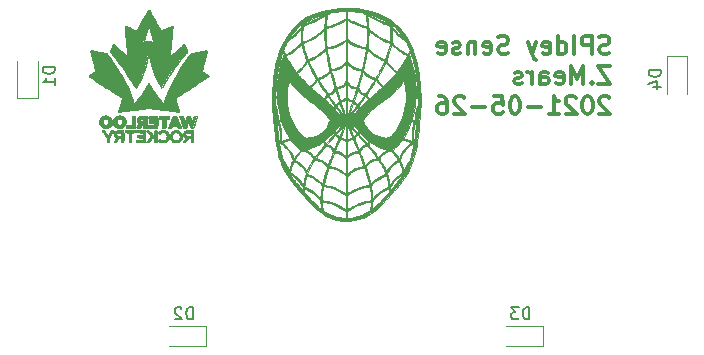
<source format=gbr>
%TF.GenerationSoftware,KiCad,Pcbnew,(5.1.6)-1*%
%TF.CreationDate,2021-05-26T21:04:48-04:00*%
%TF.ProjectId,spidey_sense,73706964-6579-45f7-9365-6e73652e6b69,rev?*%
%TF.SameCoordinates,Original*%
%TF.FileFunction,Legend,Bot*%
%TF.FilePolarity,Positive*%
%FSLAX46Y46*%
G04 Gerber Fmt 4.6, Leading zero omitted, Abs format (unit mm)*
G04 Created by KiCad (PCBNEW (5.1.6)-1) date 2021-05-26 21:04:48*
%MOMM*%
%LPD*%
G01*
G04 APERTURE LIST*
%ADD10C,0.300000*%
%ADD11C,0.010000*%
%ADD12C,0.120000*%
%ADD13C,0.150000*%
G04 APERTURE END LIST*
D10*
X146519285Y-101307142D02*
X146305000Y-101378571D01*
X145947857Y-101378571D01*
X145805000Y-101307142D01*
X145733571Y-101235714D01*
X145662142Y-101092857D01*
X145662142Y-100950000D01*
X145733571Y-100807142D01*
X145805000Y-100735714D01*
X145947857Y-100664285D01*
X146233571Y-100592857D01*
X146376428Y-100521428D01*
X146447857Y-100450000D01*
X146519285Y-100307142D01*
X146519285Y-100164285D01*
X146447857Y-100021428D01*
X146376428Y-99950000D01*
X146233571Y-99878571D01*
X145876428Y-99878571D01*
X145662142Y-99950000D01*
X145019285Y-101378571D02*
X145019285Y-99878571D01*
X144447857Y-99878571D01*
X144305000Y-99950000D01*
X144233571Y-100021428D01*
X144162142Y-100164285D01*
X144162142Y-100378571D01*
X144233571Y-100521428D01*
X144305000Y-100592857D01*
X144447857Y-100664285D01*
X145019285Y-100664285D01*
X143519285Y-101378571D02*
X143519285Y-99878571D01*
X142162142Y-101378571D02*
X142162142Y-99878571D01*
X142162142Y-101307142D02*
X142305000Y-101378571D01*
X142590714Y-101378571D01*
X142733571Y-101307142D01*
X142805000Y-101235714D01*
X142876428Y-101092857D01*
X142876428Y-100664285D01*
X142805000Y-100521428D01*
X142733571Y-100450000D01*
X142590714Y-100378571D01*
X142305000Y-100378571D01*
X142162142Y-100450000D01*
X140876428Y-101307142D02*
X141019285Y-101378571D01*
X141305000Y-101378571D01*
X141447857Y-101307142D01*
X141519285Y-101164285D01*
X141519285Y-100592857D01*
X141447857Y-100450000D01*
X141305000Y-100378571D01*
X141019285Y-100378571D01*
X140876428Y-100450000D01*
X140805000Y-100592857D01*
X140805000Y-100735714D01*
X141519285Y-100878571D01*
X140305000Y-100378571D02*
X139947857Y-101378571D01*
X139590714Y-100378571D02*
X139947857Y-101378571D01*
X140090714Y-101735714D01*
X140162142Y-101807142D01*
X140305000Y-101878571D01*
X137947857Y-101307142D02*
X137733571Y-101378571D01*
X137376428Y-101378571D01*
X137233571Y-101307142D01*
X137162142Y-101235714D01*
X137090714Y-101092857D01*
X137090714Y-100950000D01*
X137162142Y-100807142D01*
X137233571Y-100735714D01*
X137376428Y-100664285D01*
X137662142Y-100592857D01*
X137805000Y-100521428D01*
X137876428Y-100450000D01*
X137947857Y-100307142D01*
X137947857Y-100164285D01*
X137876428Y-100021428D01*
X137805000Y-99950000D01*
X137662142Y-99878571D01*
X137305000Y-99878571D01*
X137090714Y-99950000D01*
X135876428Y-101307142D02*
X136019285Y-101378571D01*
X136305000Y-101378571D01*
X136447857Y-101307142D01*
X136519285Y-101164285D01*
X136519285Y-100592857D01*
X136447857Y-100450000D01*
X136305000Y-100378571D01*
X136019285Y-100378571D01*
X135876428Y-100450000D01*
X135805000Y-100592857D01*
X135805000Y-100735714D01*
X136519285Y-100878571D01*
X135162142Y-100378571D02*
X135162142Y-101378571D01*
X135162142Y-100521428D02*
X135090714Y-100450000D01*
X134947857Y-100378571D01*
X134733571Y-100378571D01*
X134590714Y-100450000D01*
X134519285Y-100592857D01*
X134519285Y-101378571D01*
X133876428Y-101307142D02*
X133733571Y-101378571D01*
X133447857Y-101378571D01*
X133305000Y-101307142D01*
X133233571Y-101164285D01*
X133233571Y-101092857D01*
X133305000Y-100950000D01*
X133447857Y-100878571D01*
X133662142Y-100878571D01*
X133805000Y-100807142D01*
X133876428Y-100664285D01*
X133876428Y-100592857D01*
X133805000Y-100450000D01*
X133662142Y-100378571D01*
X133447857Y-100378571D01*
X133305000Y-100450000D01*
X132019285Y-101307142D02*
X132162142Y-101378571D01*
X132447857Y-101378571D01*
X132590714Y-101307142D01*
X132662142Y-101164285D01*
X132662142Y-100592857D01*
X132590714Y-100450000D01*
X132447857Y-100378571D01*
X132162142Y-100378571D01*
X132019285Y-100450000D01*
X131947857Y-100592857D01*
X131947857Y-100735714D01*
X132662142Y-100878571D01*
X146590714Y-102428571D02*
X145590714Y-102428571D01*
X146590714Y-103928571D01*
X145590714Y-103928571D01*
X145019285Y-103785714D02*
X144947857Y-103857142D01*
X145019285Y-103928571D01*
X145090714Y-103857142D01*
X145019285Y-103785714D01*
X145019285Y-103928571D01*
X144305000Y-103928571D02*
X144305000Y-102428571D01*
X143805000Y-103500000D01*
X143305000Y-102428571D01*
X143305000Y-103928571D01*
X142019285Y-103857142D02*
X142162142Y-103928571D01*
X142447857Y-103928571D01*
X142590714Y-103857142D01*
X142662142Y-103714285D01*
X142662142Y-103142857D01*
X142590714Y-103000000D01*
X142447857Y-102928571D01*
X142162142Y-102928571D01*
X142019285Y-103000000D01*
X141947857Y-103142857D01*
X141947857Y-103285714D01*
X142662142Y-103428571D01*
X140662142Y-103928571D02*
X140662142Y-103142857D01*
X140733571Y-103000000D01*
X140876428Y-102928571D01*
X141162142Y-102928571D01*
X141305000Y-103000000D01*
X140662142Y-103857142D02*
X140805000Y-103928571D01*
X141162142Y-103928571D01*
X141305000Y-103857142D01*
X141376428Y-103714285D01*
X141376428Y-103571428D01*
X141305000Y-103428571D01*
X141162142Y-103357142D01*
X140805000Y-103357142D01*
X140662142Y-103285714D01*
X139947857Y-103928571D02*
X139947857Y-102928571D01*
X139947857Y-103214285D02*
X139876428Y-103071428D01*
X139805000Y-103000000D01*
X139662142Y-102928571D01*
X139519285Y-102928571D01*
X139090714Y-103857142D02*
X138947857Y-103928571D01*
X138662142Y-103928571D01*
X138519285Y-103857142D01*
X138447857Y-103714285D01*
X138447857Y-103642857D01*
X138519285Y-103500000D01*
X138662142Y-103428571D01*
X138876428Y-103428571D01*
X139019285Y-103357142D01*
X139090714Y-103214285D01*
X139090714Y-103142857D01*
X139019285Y-103000000D01*
X138876428Y-102928571D01*
X138662142Y-102928571D01*
X138519285Y-103000000D01*
X146519285Y-105121428D02*
X146447857Y-105050000D01*
X146305000Y-104978571D01*
X145947857Y-104978571D01*
X145805000Y-105050000D01*
X145733571Y-105121428D01*
X145662142Y-105264285D01*
X145662142Y-105407142D01*
X145733571Y-105621428D01*
X146590714Y-106478571D01*
X145662142Y-106478571D01*
X144733571Y-104978571D02*
X144590714Y-104978571D01*
X144447857Y-105050000D01*
X144376428Y-105121428D01*
X144305000Y-105264285D01*
X144233571Y-105550000D01*
X144233571Y-105907142D01*
X144305000Y-106192857D01*
X144376428Y-106335714D01*
X144447857Y-106407142D01*
X144590714Y-106478571D01*
X144733571Y-106478571D01*
X144876428Y-106407142D01*
X144947857Y-106335714D01*
X145019285Y-106192857D01*
X145090714Y-105907142D01*
X145090714Y-105550000D01*
X145019285Y-105264285D01*
X144947857Y-105121428D01*
X144876428Y-105050000D01*
X144733571Y-104978571D01*
X143662142Y-105121428D02*
X143590714Y-105050000D01*
X143447857Y-104978571D01*
X143090714Y-104978571D01*
X142947857Y-105050000D01*
X142876428Y-105121428D01*
X142805000Y-105264285D01*
X142805000Y-105407142D01*
X142876428Y-105621428D01*
X143733571Y-106478571D01*
X142805000Y-106478571D01*
X141376428Y-106478571D02*
X142233571Y-106478571D01*
X141805000Y-106478571D02*
X141805000Y-104978571D01*
X141947857Y-105192857D01*
X142090714Y-105335714D01*
X142233571Y-105407142D01*
X140733571Y-105907142D02*
X139590714Y-105907142D01*
X138590714Y-104978571D02*
X138447857Y-104978571D01*
X138305000Y-105050000D01*
X138233571Y-105121428D01*
X138162142Y-105264285D01*
X138090714Y-105550000D01*
X138090714Y-105907142D01*
X138162142Y-106192857D01*
X138233571Y-106335714D01*
X138305000Y-106407142D01*
X138447857Y-106478571D01*
X138590714Y-106478571D01*
X138733571Y-106407142D01*
X138805000Y-106335714D01*
X138876428Y-106192857D01*
X138947857Y-105907142D01*
X138947857Y-105550000D01*
X138876428Y-105264285D01*
X138805000Y-105121428D01*
X138733571Y-105050000D01*
X138590714Y-104978571D01*
X136733571Y-104978571D02*
X137447857Y-104978571D01*
X137519285Y-105692857D01*
X137447857Y-105621428D01*
X137305000Y-105550000D01*
X136947857Y-105550000D01*
X136805000Y-105621428D01*
X136733571Y-105692857D01*
X136662142Y-105835714D01*
X136662142Y-106192857D01*
X136733571Y-106335714D01*
X136805000Y-106407142D01*
X136947857Y-106478571D01*
X137305000Y-106478571D01*
X137447857Y-106407142D01*
X137519285Y-106335714D01*
X136019285Y-105907142D02*
X134876428Y-105907142D01*
X134233571Y-105121428D02*
X134162142Y-105050000D01*
X134019285Y-104978571D01*
X133662142Y-104978571D01*
X133519285Y-105050000D01*
X133447857Y-105121428D01*
X133376428Y-105264285D01*
X133376428Y-105407142D01*
X133447857Y-105621428D01*
X134305000Y-106478571D01*
X133376428Y-106478571D01*
X132090714Y-104978571D02*
X132376428Y-104978571D01*
X132519285Y-105050000D01*
X132590714Y-105121428D01*
X132733571Y-105335714D01*
X132805000Y-105621428D01*
X132805000Y-106192857D01*
X132733571Y-106335714D01*
X132662142Y-106407142D01*
X132519285Y-106478571D01*
X132233571Y-106478571D01*
X132090714Y-106407142D01*
X132019285Y-106335714D01*
X131947857Y-106192857D01*
X131947857Y-105835714D01*
X132019285Y-105692857D01*
X132090714Y-105621428D01*
X132233571Y-105550000D01*
X132519285Y-105550000D01*
X132662142Y-105621428D01*
X132733571Y-105692857D01*
X132805000Y-105835714D01*
D11*
%TO.C,G\u002A\u002A\u002A*%
G36*
X123740476Y-97501307D02*
G01*
X123731417Y-97502015D01*
X123178410Y-97561215D01*
X122656378Y-97649004D01*
X122164770Y-97765712D01*
X121703040Y-97911670D01*
X121270639Y-98087209D01*
X120867019Y-98292661D01*
X120491631Y-98528356D01*
X120143927Y-98794626D01*
X119823358Y-99091801D01*
X119529377Y-99420212D01*
X119261435Y-99780192D01*
X119018984Y-100172069D01*
X118881814Y-100430024D01*
X118715537Y-100787768D01*
X118567008Y-101163525D01*
X118435701Y-101559861D01*
X118321090Y-101979341D01*
X118222649Y-102424528D01*
X118139850Y-102897988D01*
X118072169Y-103402285D01*
X118019077Y-103939984D01*
X117980051Y-104513650D01*
X117961727Y-104913613D01*
X117957116Y-105037570D01*
X117953353Y-105148564D01*
X117950628Y-105250409D01*
X117949133Y-105346917D01*
X117949059Y-105441902D01*
X117950598Y-105539176D01*
X117953939Y-105642552D01*
X117959276Y-105755845D01*
X117966798Y-105882866D01*
X117976697Y-106027428D01*
X117989164Y-106193346D01*
X118004391Y-106384431D01*
X118022569Y-106604497D01*
X118043889Y-106857356D01*
X118068542Y-107146823D01*
X118081091Y-107293750D01*
X118125031Y-107769218D01*
X118172639Y-108206475D01*
X118224696Y-108609543D01*
X118281981Y-108982445D01*
X118345277Y-109329204D01*
X118415363Y-109653844D01*
X118493020Y-109960386D01*
X118579030Y-110252854D01*
X118674173Y-110535272D01*
X118749012Y-110735270D01*
X118882265Y-111051147D01*
X119030316Y-111349921D01*
X119197926Y-111639374D01*
X119389856Y-111927289D01*
X119610867Y-112221452D01*
X119797678Y-112449794D01*
X119904609Y-112576674D01*
X120029879Y-112725579D01*
X120164691Y-112886039D01*
X120300253Y-113047585D01*
X120427769Y-113199745D01*
X120482145Y-113264711D01*
X120638928Y-113447882D01*
X120806844Y-113636461D01*
X120980860Y-113825287D01*
X121155943Y-114009201D01*
X121327063Y-114183043D01*
X121489186Y-114341653D01*
X121637280Y-114479871D01*
X121766314Y-114592538D01*
X121817910Y-114634384D01*
X122146424Y-114874053D01*
X122472340Y-115073683D01*
X122799540Y-115235069D01*
X123131904Y-115360006D01*
X123473314Y-115450290D01*
X123654341Y-115483920D01*
X123771405Y-115499017D01*
X123913694Y-115511766D01*
X124068260Y-115521528D01*
X124222151Y-115527663D01*
X124362418Y-115529534D01*
X124476110Y-115526499D01*
X124493417Y-115525332D01*
X124882861Y-115476282D01*
X125257556Y-115389159D01*
X125620494Y-115262921D01*
X125974669Y-115096527D01*
X126323072Y-114888936D01*
X126324334Y-114888104D01*
X126462609Y-114793208D01*
X126600975Y-114690480D01*
X126741397Y-114577868D01*
X126885840Y-114453321D01*
X127036270Y-114314788D01*
X127194654Y-114160216D01*
X127362957Y-113987556D01*
X127543145Y-113794755D01*
X127737183Y-113579762D01*
X127947038Y-113340526D01*
X128174674Y-113074996D01*
X128218324Y-113023142D01*
X127853998Y-113023142D01*
X127842005Y-113054977D01*
X127828939Y-113072250D01*
X127644863Y-113284801D01*
X127466557Y-113485849D01*
X127298612Y-113670380D01*
X127145617Y-113833378D01*
X127012161Y-113969828D01*
X126967018Y-114014166D01*
X126875608Y-114100942D01*
X126778885Y-114189752D01*
X126682024Y-114276178D01*
X126590202Y-114355801D01*
X126508595Y-114424202D01*
X126442382Y-114476964D01*
X126396737Y-114509669D01*
X126376839Y-114517897D01*
X126376829Y-114517887D01*
X126377472Y-114495587D01*
X126384755Y-114442758D01*
X126397141Y-114370411D01*
X126398435Y-114363416D01*
X126413023Y-114271154D01*
X126427319Y-114157456D01*
X126438777Y-114043159D01*
X126441109Y-114014166D01*
X126443182Y-113990492D01*
X126324334Y-113990492D01*
X126320646Y-114050372D01*
X126310770Y-114137212D01*
X126296486Y-114236396D01*
X126288557Y-114284269D01*
X126272987Y-114380486D01*
X126260872Y-114467740D01*
X126253917Y-114533119D01*
X126252904Y-114554446D01*
X126248138Y-114591662D01*
X126228515Y-114623794D01*
X126186299Y-114659697D01*
X126124640Y-114701232D01*
X125835048Y-114868873D01*
X125530028Y-115009996D01*
X125217087Y-115122133D01*
X124903731Y-115202816D01*
X124597469Y-115249577D01*
X124424625Y-115260218D01*
X124313500Y-115263000D01*
X124313500Y-114748497D01*
X124186500Y-114748497D01*
X124186500Y-115269248D01*
X123985658Y-115255130D01*
X123869841Y-115243867D01*
X123736183Y-115226156D01*
X123608059Y-115205215D01*
X123569503Y-115197849D01*
X123371647Y-115152470D01*
X123186842Y-115096827D01*
X122999528Y-115025627D01*
X122797906Y-114935361D01*
X122688852Y-114881330D01*
X122579655Y-114823085D01*
X122476115Y-114764215D01*
X122384032Y-114708311D01*
X122309206Y-114658961D01*
X122257437Y-114619757D01*
X122234524Y-114594287D01*
X122236038Y-114587600D01*
X122244292Y-114558483D01*
X122239336Y-114505388D01*
X122117515Y-114505388D01*
X122116213Y-114522166D01*
X122096375Y-114509842D01*
X122051568Y-114476828D01*
X121989730Y-114429062D01*
X121955758Y-114402181D01*
X121859090Y-114320473D01*
X121740813Y-114213068D01*
X121607158Y-114086159D01*
X121464357Y-113945940D01*
X121318642Y-113798603D01*
X121176244Y-113650341D01*
X121043395Y-113507348D01*
X120947675Y-113400333D01*
X120840617Y-113277846D01*
X120758678Y-113183249D01*
X120698922Y-113112727D01*
X120658415Y-113062468D01*
X120634222Y-113028658D01*
X120623405Y-113007484D01*
X120623032Y-112995133D01*
X120630128Y-112987813D01*
X120644364Y-112959702D01*
X120651728Y-112907576D01*
X120651991Y-112896375D01*
X120654546Y-112833698D01*
X120665401Y-112794843D01*
X120690276Y-112779134D01*
X120734891Y-112785901D01*
X120804966Y-112814470D01*
X120906220Y-112864167D01*
X120909893Y-112866025D01*
X121089363Y-112967794D01*
X121281841Y-113096362D01*
X121476360Y-113243640D01*
X121661949Y-113401539D01*
X121756671Y-113490399D01*
X121858431Y-113591729D01*
X121933056Y-113673494D01*
X121985128Y-113744164D01*
X122019231Y-113812210D01*
X122039945Y-113886103D01*
X122051856Y-113974314D01*
X122057209Y-114045916D01*
X122066152Y-114155170D01*
X122078697Y-114266007D01*
X122092669Y-114360223D01*
X122098316Y-114389875D01*
X122111171Y-114457676D01*
X122117515Y-114505388D01*
X122239336Y-114505388D01*
X122238062Y-114491746D01*
X122225763Y-114426618D01*
X122208612Y-114331685D01*
X122192317Y-114217133D01*
X122180047Y-114105615D01*
X122178789Y-114091021D01*
X122163309Y-113903292D01*
X122314016Y-113916949D01*
X122482183Y-113942093D01*
X122673452Y-113987491D01*
X122880298Y-114049982D01*
X123095192Y-114126405D01*
X123310607Y-114213599D01*
X123519015Y-114308404D01*
X123712888Y-114407660D01*
X123884700Y-114508205D01*
X124026923Y-114606880D01*
X124096542Y-114665366D01*
X124186500Y-114748497D01*
X124313500Y-114748497D01*
X124313500Y-114738759D01*
X124399373Y-114661178D01*
X124490344Y-114586543D01*
X124598831Y-114512462D01*
X124731215Y-114435091D01*
X124893874Y-114350584D01*
X125000999Y-114298502D01*
X125269378Y-114178529D01*
X125528734Y-114078352D01*
X125773118Y-113999898D01*
X125996579Y-113945097D01*
X126177617Y-113917320D01*
X126324334Y-113902863D01*
X126324334Y-113990492D01*
X126443182Y-113990492D01*
X126449657Y-113916583D01*
X126460202Y-113848761D01*
X126476366Y-113798162D01*
X126501770Y-113752245D01*
X126527282Y-113715774D01*
X126618523Y-113606161D01*
X126738757Y-113484454D01*
X126880403Y-113356530D01*
X127035877Y-113228268D01*
X127197597Y-113105546D01*
X127357980Y-112994243D01*
X127509444Y-112900237D01*
X127644406Y-112829406D01*
X127702140Y-112804969D01*
X127762658Y-112783271D01*
X127804153Y-112770847D01*
X127815636Y-112769716D01*
X127821359Y-112792153D01*
X127831811Y-112844245D01*
X127842604Y-112902916D01*
X127853838Y-112976912D01*
X127853998Y-113023142D01*
X128218324Y-113023142D01*
X128422059Y-112781119D01*
X128691158Y-112456845D01*
X128913752Y-112185937D01*
X129139456Y-111883082D01*
X129350785Y-111544918D01*
X129354976Y-111536978D01*
X129041892Y-111536978D01*
X129029207Y-111564971D01*
X128995986Y-111617590D01*
X128940803Y-111698817D01*
X128901017Y-111756492D01*
X128863776Y-111807472D01*
X128807079Y-111881329D01*
X128734686Y-111973470D01*
X128650355Y-112079300D01*
X128557846Y-112194225D01*
X128460918Y-112313652D01*
X128363331Y-112432987D01*
X128268845Y-112547635D01*
X128181218Y-112653002D01*
X128104210Y-112744496D01*
X128041580Y-112817521D01*
X127997088Y-112867485D01*
X127974493Y-112889792D01*
X127972990Y-112890524D01*
X127963521Y-112872579D01*
X127953063Y-112824549D01*
X127947006Y-112782080D01*
X127942212Y-112714720D01*
X127949748Y-112661104D01*
X127954795Y-112648916D01*
X127809303Y-112648916D01*
X127690619Y-112685985D01*
X127579817Y-112730801D01*
X127446558Y-112801262D01*
X127297759Y-112892531D01*
X127140336Y-112999767D01*
X126981207Y-113118134D01*
X126827286Y-113242791D01*
X126685492Y-113368901D01*
X126611247Y-113441092D01*
X126548685Y-113503317D01*
X126498248Y-113551613D01*
X126466505Y-113579794D01*
X126459007Y-113584394D01*
X126456228Y-113567733D01*
X126324334Y-113567733D01*
X126324334Y-113772539D01*
X126094529Y-113808834D01*
X125846793Y-113859977D01*
X125580018Y-113936381D01*
X125305346Y-114033618D01*
X125033916Y-114147258D01*
X124776867Y-114272875D01*
X124545340Y-114406039D01*
X124472250Y-114453709D01*
X124324084Y-114553916D01*
X124318446Y-113984521D01*
X124317045Y-113809046D01*
X124316857Y-113671022D01*
X124318086Y-113565577D01*
X124320940Y-113487839D01*
X124325622Y-113432938D01*
X124329948Y-113409147D01*
X124186500Y-113409147D01*
X124186500Y-113987875D01*
X124186128Y-114165035D01*
X124184892Y-114303621D01*
X124182616Y-114407389D01*
X124179123Y-114480091D01*
X124174236Y-114525484D01*
X124167779Y-114547320D01*
X124160042Y-114549674D01*
X124131118Y-114530797D01*
X124076795Y-114495051D01*
X124006964Y-114448951D01*
X123978644Y-114430221D01*
X123752140Y-114294328D01*
X123497806Y-114165983D01*
X123226531Y-114049384D01*
X122949202Y-113948730D01*
X122676705Y-113868217D01*
X122419927Y-113812045D01*
X122344485Y-113800125D01*
X122149971Y-113772595D01*
X122163994Y-113528255D01*
X122175731Y-113367445D01*
X122192713Y-113192892D01*
X122213323Y-113018144D01*
X122235944Y-112856746D01*
X122258959Y-112722248D01*
X122262065Y-112706609D01*
X122284716Y-112594968D01*
X122394233Y-112607567D01*
X122596731Y-112640622D01*
X122814043Y-112693395D01*
X123038759Y-112762778D01*
X123263473Y-112845663D01*
X123480777Y-112938942D01*
X123683262Y-113039509D01*
X123863520Y-113144254D01*
X124014144Y-113250070D01*
X124096542Y-113321713D01*
X124186500Y-113409147D01*
X124329948Y-113409147D01*
X124332339Y-113396003D01*
X124341296Y-113372161D01*
X124344505Y-113366750D01*
X124394977Y-113311522D01*
X124479046Y-113244807D01*
X124590701Y-113170057D01*
X124723929Y-113090726D01*
X124872717Y-113010265D01*
X125031055Y-112932128D01*
X125192929Y-112859768D01*
X125308701Y-112813026D01*
X125458534Y-112759969D01*
X125618344Y-112711040D01*
X125777076Y-112669065D01*
X125923676Y-112636867D01*
X126047088Y-112617273D01*
X126089745Y-112613457D01*
X126156084Y-112610804D01*
X126192338Y-112616548D01*
X126210633Y-112635881D01*
X126222013Y-112670083D01*
X126237579Y-112741590D01*
X126254642Y-112845288D01*
X126272055Y-112971115D01*
X126288672Y-113109010D01*
X126303345Y-113248913D01*
X126314929Y-113380764D01*
X126322275Y-113494501D01*
X126324334Y-113567733D01*
X126456228Y-113567733D01*
X126455366Y-113562569D01*
X126449124Y-113506578D01*
X126441099Y-113424451D01*
X126432113Y-113324216D01*
X126430428Y-113304536D01*
X126417138Y-113170589D01*
X126399446Y-113023027D01*
X126379915Y-112882065D01*
X126365355Y-112791427D01*
X126346539Y-112677068D01*
X126338231Y-112593832D01*
X126342623Y-112531337D01*
X126361906Y-112479197D01*
X126374848Y-112460630D01*
X126176167Y-112460630D01*
X126156322Y-112475499D01*
X126102053Y-112489290D01*
X126029450Y-112499153D01*
X125852423Y-112527237D01*
X125650413Y-112577348D01*
X125432249Y-112646044D01*
X125206762Y-112729885D01*
X124982783Y-112825428D01*
X124769144Y-112929233D01*
X124574674Y-113037857D01*
X124461667Y-113110142D01*
X124324084Y-113203806D01*
X124318516Y-112474933D01*
X124317096Y-112279991D01*
X124316279Y-112122844D01*
X124316291Y-111998953D01*
X124317360Y-111903783D01*
X124319714Y-111832795D01*
X124323580Y-111781452D01*
X124329186Y-111745217D01*
X124332919Y-111732564D01*
X124186500Y-111732564D01*
X124186500Y-113233834D01*
X124096542Y-113161747D01*
X124028347Y-113111282D01*
X123944023Y-113054546D01*
X123879584Y-113014521D01*
X123652963Y-112891343D01*
X123409004Y-112778219D01*
X123157465Y-112678680D01*
X122908108Y-112596259D01*
X122733824Y-112550914D01*
X122163707Y-112550914D01*
X122162429Y-112594846D01*
X122150797Y-112661530D01*
X122143415Y-112697425D01*
X122124738Y-112799673D01*
X122105512Y-112926512D01*
X122087100Y-113066341D01*
X122070862Y-113207559D01*
X122058159Y-113338565D01*
X122050354Y-113447759D01*
X122048531Y-113506036D01*
X122048394Y-113622583D01*
X121960306Y-113519806D01*
X121909050Y-113465524D01*
X121834860Y-113393989D01*
X121747727Y-113314555D01*
X121658818Y-113237564D01*
X121524843Y-113129527D01*
X121384842Y-113024879D01*
X121244322Y-112927037D01*
X121108786Y-112839418D01*
X120983740Y-112765438D01*
X120938057Y-112741592D01*
X120545834Y-112741592D01*
X120541476Y-112814595D01*
X120529952Y-112864303D01*
X120513586Y-112883253D01*
X120503380Y-112877881D01*
X120485641Y-112857053D01*
X120445080Y-112808801D01*
X120385968Y-112738225D01*
X120312577Y-112650428D01*
X120229179Y-112550511D01*
X120205333Y-112521916D01*
X120110769Y-112408542D01*
X120016414Y-112295485D01*
X119928923Y-112190717D01*
X119854955Y-112102211D01*
X119801165Y-112037936D01*
X119799533Y-112035989D01*
X119744039Y-111966738D01*
X119682568Y-111885138D01*
X119619870Y-111798141D01*
X119560699Y-111712700D01*
X119509806Y-111635770D01*
X119471945Y-111574303D01*
X119451866Y-111535253D01*
X119450497Y-111525281D01*
X119473851Y-111530027D01*
X119522675Y-111558346D01*
X119590920Y-111605549D01*
X119672535Y-111666951D01*
X119761471Y-111737864D01*
X119851677Y-111813601D01*
X119937105Y-111889475D01*
X120008491Y-111957581D01*
X120177750Y-112134898D01*
X120316539Y-112297734D01*
X120423688Y-112444378D01*
X120498025Y-112573124D01*
X120538380Y-112682263D01*
X120545834Y-112741592D01*
X120938057Y-112741592D01*
X120874688Y-112708515D01*
X120787137Y-112672065D01*
X120727464Y-112659500D01*
X120693493Y-112650127D01*
X120686778Y-112643625D01*
X120684127Y-112611985D01*
X120690330Y-112546784D01*
X120703908Y-112455515D01*
X120723386Y-112345670D01*
X120747284Y-112224742D01*
X120774127Y-112100223D01*
X120802436Y-111979606D01*
X120830735Y-111870384D01*
X120856288Y-111783925D01*
X120889530Y-111680933D01*
X120971107Y-111691875D01*
X121070419Y-111717529D01*
X121192612Y-111768373D01*
X121330655Y-111839645D01*
X121477513Y-111926581D01*
X121626153Y-112024419D01*
X121769541Y-112128397D01*
X121900645Y-112233751D01*
X122012430Y-112335720D01*
X122097863Y-112429540D01*
X122132578Y-112478360D01*
X122153975Y-112516497D01*
X122163707Y-112550914D01*
X122733824Y-112550914D01*
X122670693Y-112534489D01*
X122454980Y-112496901D01*
X122446567Y-112495907D01*
X122305373Y-112479583D01*
X122397315Y-112119750D01*
X122438634Y-111963761D01*
X122483658Y-111803697D01*
X122530624Y-111644925D01*
X122577770Y-111492811D01*
X122623334Y-111352720D01*
X122665553Y-111230020D01*
X122702666Y-111130076D01*
X122732909Y-111058254D01*
X122754521Y-111019921D01*
X122760035Y-111015277D01*
X122803325Y-111012085D01*
X122877134Y-111020170D01*
X122971806Y-111037460D01*
X123077687Y-111061883D01*
X123185120Y-111091365D01*
X123284452Y-111123835D01*
X123309728Y-111133268D01*
X123530489Y-111234295D01*
X123747181Y-111362905D01*
X123944192Y-111509354D01*
X124020590Y-111576907D01*
X124186500Y-111732564D01*
X124332919Y-111732564D01*
X124336759Y-111719553D01*
X124346526Y-111699922D01*
X124358247Y-111682444D01*
X124432433Y-111598431D01*
X124538608Y-111505880D01*
X124668763Y-111410107D01*
X124814885Y-111316430D01*
X124968964Y-111230168D01*
X125122988Y-111156636D01*
X125194239Y-111127543D01*
X125307267Y-111088612D01*
X125424323Y-111055762D01*
X125535759Y-111030985D01*
X125631923Y-111016271D01*
X125703166Y-111013611D01*
X125727046Y-111017616D01*
X125744688Y-111032365D01*
X125766066Y-111069011D01*
X125792862Y-111131706D01*
X125826759Y-111224602D01*
X125869437Y-111351851D01*
X125897076Y-111437402D01*
X125937896Y-111568129D01*
X125980422Y-111709915D01*
X126022871Y-111856222D01*
X126063461Y-112000512D01*
X126100406Y-112136244D01*
X126131925Y-112256881D01*
X126156233Y-112355884D01*
X126171547Y-112426714D01*
X126176167Y-112460630D01*
X126374848Y-112460630D01*
X126398271Y-112427029D01*
X126453910Y-112364448D01*
X126455909Y-112362291D01*
X126563739Y-112257150D01*
X126692845Y-112149184D01*
X126836024Y-112042904D01*
X126986071Y-111942818D01*
X127135785Y-111853440D01*
X127277960Y-111779278D01*
X127405394Y-111724843D01*
X127510884Y-111694646D01*
X127525929Y-111692273D01*
X127607661Y-111681310D01*
X127654269Y-111841715D01*
X127692080Y-111983517D01*
X127728644Y-112141428D01*
X127760754Y-112299991D01*
X127785200Y-112443751D01*
X127795459Y-112521916D01*
X127809303Y-112648916D01*
X127954795Y-112648916D01*
X127973926Y-112602720D01*
X127999991Y-112554538D01*
X128094637Y-112406644D01*
X128215781Y-112248267D01*
X128355823Y-112087182D01*
X128507167Y-111931163D01*
X128662216Y-111787985D01*
X128813371Y-111665422D01*
X128953035Y-111571250D01*
X128970977Y-111560921D01*
X129011352Y-111538936D01*
X129035466Y-111529628D01*
X129041892Y-111536978D01*
X129354976Y-111536978D01*
X129432321Y-111390479D01*
X129030682Y-111390479D01*
X128973966Y-111424669D01*
X128786063Y-111550440D01*
X128592759Y-111702327D01*
X128404197Y-111871012D01*
X128230521Y-112047177D01*
X128081873Y-112221504D01*
X128028250Y-112293473D01*
X127979374Y-112359679D01*
X127939227Y-112408983D01*
X127914074Y-112433900D01*
X127909526Y-112435315D01*
X127899946Y-112411843D01*
X127889206Y-112359599D01*
X127882964Y-112316136D01*
X127864238Y-112203543D01*
X127832443Y-112059632D01*
X127789583Y-111892647D01*
X127737659Y-111710830D01*
X127728913Y-111681803D01*
X127684326Y-111534849D01*
X127552000Y-111534849D01*
X127552000Y-111534966D01*
X127533385Y-111551599D01*
X127485185Y-111573185D01*
X127434205Y-111590073D01*
X127314317Y-111633959D01*
X127175379Y-111699563D01*
X127025184Y-111781787D01*
X126871525Y-111875535D01*
X126722196Y-111975710D01*
X126584989Y-112077216D01*
X126467698Y-112174954D01*
X126378115Y-112263828D01*
X126348465Y-112300184D01*
X126315543Y-112340158D01*
X126293764Y-112358267D01*
X126290893Y-112357947D01*
X126282871Y-112335778D01*
X126265716Y-112279278D01*
X126241320Y-112194990D01*
X126211579Y-112089456D01*
X126178596Y-111969992D01*
X126136851Y-111820978D01*
X126089909Y-111659370D01*
X126042259Y-111500266D01*
X125998392Y-111358761D01*
X125977618Y-111294250D01*
X125880388Y-110997916D01*
X125935017Y-110885907D01*
X125941276Y-110876512D01*
X125701735Y-110876512D01*
X125689106Y-110891515D01*
X125651403Y-110901055D01*
X125580112Y-110909235D01*
X125578651Y-110909377D01*
X125479501Y-110922886D01*
X125372604Y-110943150D01*
X125319155Y-110955860D01*
X125171093Y-111005588D01*
X125004668Y-111079009D01*
X124831344Y-111169769D01*
X124662582Y-111271516D01*
X124509844Y-111377897D01*
X124408750Y-111460412D01*
X124360767Y-111502544D01*
X124327713Y-111530338D01*
X124318792Y-111536785D01*
X124317486Y-111516694D01*
X124316303Y-111459371D01*
X124315286Y-111369917D01*
X124314474Y-111253433D01*
X124313908Y-111115020D01*
X124313628Y-110959779D01*
X124313607Y-110886791D01*
X124313711Y-110248941D01*
X124186500Y-110248941D01*
X124186500Y-111541641D01*
X124054209Y-111433558D01*
X123975088Y-111373152D01*
X123875846Y-111303394D01*
X123773168Y-111235846D01*
X123731417Y-111209934D01*
X123555120Y-111112651D01*
X123374038Y-111030289D01*
X123292462Y-111000649D01*
X122599000Y-111000649D01*
X122592657Y-111032958D01*
X122575222Y-111097172D01*
X122549088Y-111185071D01*
X122516648Y-111288433D01*
X122503035Y-111330451D01*
X122464274Y-111452533D01*
X122421515Y-111593035D01*
X122377320Y-111742950D01*
X122334248Y-111893274D01*
X122294860Y-112034999D01*
X122261718Y-112159122D01*
X122237382Y-112256635D01*
X122228945Y-112294375D01*
X122218314Y-112340882D01*
X122211402Y-112362870D01*
X122211027Y-112363137D01*
X122195337Y-112349376D01*
X122155511Y-112312060D01*
X122097806Y-112257104D01*
X122037462Y-112199095D01*
X121845018Y-112032700D01*
X121627351Y-111877722D01*
X121397185Y-111742119D01*
X121167247Y-111633849D01*
X121080983Y-111600964D01*
X120928216Y-111546922D01*
X120936620Y-111526299D01*
X120793312Y-111526299D01*
X120784705Y-111592472D01*
X120763663Y-111679318D01*
X120729734Y-111796382D01*
X120727977Y-111802250D01*
X120698175Y-111909688D01*
X120666152Y-112038036D01*
X120636979Y-112166504D01*
X120625252Y-112223244D01*
X120605166Y-112322848D01*
X120590581Y-112386424D01*
X120579082Y-112419530D01*
X120568255Y-112427725D01*
X120555687Y-112416568D01*
X120546863Y-112403748D01*
X120517667Y-112362660D01*
X120471466Y-112301259D01*
X120417805Y-112232205D01*
X120413032Y-112226170D01*
X120298198Y-112089739D01*
X120169620Y-111951525D01*
X120033887Y-111817527D01*
X119897588Y-111693744D01*
X119767313Y-111586175D01*
X119649650Y-111500821D01*
X119556292Y-111446132D01*
X119503234Y-111415660D01*
X119470924Y-111388278D01*
X119466334Y-111378602D01*
X119473544Y-111340795D01*
X119493234Y-111271969D01*
X119522490Y-111180542D01*
X119558399Y-111074929D01*
X119598050Y-110963549D01*
X119638530Y-110854819D01*
X119676925Y-110757155D01*
X119701922Y-110697782D01*
X119746643Y-110599663D01*
X119783803Y-110537168D01*
X119821964Y-110506779D01*
X119869691Y-110504976D01*
X119935548Y-110528241D01*
X120017911Y-110567962D01*
X120142296Y-110644842D01*
X120274945Y-110752222D01*
X120407886Y-110881506D01*
X120533148Y-111024098D01*
X120642760Y-111171402D01*
X120728750Y-111314822D01*
X120749019Y-111356394D01*
X120775018Y-111417803D01*
X120789933Y-111471257D01*
X120793312Y-111526299D01*
X120936620Y-111526299D01*
X121020003Y-111321702D01*
X121139570Y-111054747D01*
X121280941Y-110783049D01*
X121432797Y-110528226D01*
X121447082Y-110506103D01*
X121560478Y-110331790D01*
X121661697Y-110344763D01*
X121782750Y-110369688D01*
X121921244Y-110413101D01*
X122060112Y-110468968D01*
X122171562Y-110525053D01*
X122281538Y-110597193D01*
X122384183Y-110681947D01*
X122473349Y-110772477D01*
X122542888Y-110861943D01*
X122586653Y-110943503D01*
X122599000Y-111000649D01*
X123292462Y-111000649D01*
X123196853Y-110965911D01*
X123032245Y-110922578D01*
X122888894Y-110903356D01*
X122860652Y-110902666D01*
X122804505Y-110901019D01*
X122781677Y-110892095D01*
X122783171Y-110869918D01*
X122788959Y-110855041D01*
X122804302Y-110815664D01*
X122830020Y-110747292D01*
X122862073Y-110660735D01*
X122885882Y-110595750D01*
X122922100Y-110498043D01*
X122968708Y-110374620D01*
X123020512Y-110239121D01*
X123072315Y-110105188D01*
X123089451Y-110061291D01*
X123215815Y-109738500D01*
X123351463Y-109738500D01*
X123535211Y-109759107D01*
X123712584Y-109818693D01*
X123877068Y-109913902D01*
X124022155Y-110041381D01*
X124085959Y-110116921D01*
X124186500Y-110248941D01*
X124313711Y-110248941D01*
X124313714Y-110235916D01*
X124392982Y-110131320D01*
X124531911Y-109977953D01*
X124686430Y-109863588D01*
X124855905Y-109788561D01*
X125039701Y-109753213D01*
X125107250Y-109750278D01*
X125276584Y-109749083D01*
X125378721Y-110003083D01*
X125419629Y-110106289D01*
X125466282Y-110226385D01*
X125515662Y-110355336D01*
X125564746Y-110485105D01*
X125610515Y-110607658D01*
X125649947Y-110714959D01*
X125680023Y-110798971D01*
X125697721Y-110851661D01*
X125697806Y-110851939D01*
X125701735Y-110876512D01*
X125941276Y-110876512D01*
X126006030Y-110779323D01*
X126112459Y-110672888D01*
X126247733Y-110572165D01*
X126405280Y-110482715D01*
X126419584Y-110475764D01*
X126512885Y-110435812D01*
X126615721Y-110399486D01*
X126718159Y-110369436D01*
X126810267Y-110348310D01*
X126882112Y-110338759D01*
X126920756Y-110342058D01*
X126946281Y-110366003D01*
X126987722Y-110421239D01*
X127041237Y-110501615D01*
X127102986Y-110600982D01*
X127169126Y-110713190D01*
X127235818Y-110832089D01*
X127288533Y-110930866D01*
X127337777Y-111028793D01*
X127388860Y-111135927D01*
X127438358Y-111244416D01*
X127482846Y-111346405D01*
X127518899Y-111434043D01*
X127543092Y-111499475D01*
X127552000Y-111534849D01*
X127684326Y-111534849D01*
X127673102Y-111497857D01*
X127746710Y-111343136D01*
X127827399Y-111200346D01*
X127935060Y-111048961D01*
X128059878Y-110901335D01*
X128192036Y-110769816D01*
X128225919Y-110740182D01*
X128312568Y-110673324D01*
X128407798Y-110610579D01*
X128501857Y-110557365D01*
X128584991Y-110519096D01*
X128647445Y-110501186D01*
X128657602Y-110500516D01*
X128686545Y-110519853D01*
X128724840Y-110574039D01*
X128769907Y-110657307D01*
X128819165Y-110763890D01*
X128870035Y-110888021D01*
X128919936Y-111023932D01*
X128966287Y-111165856D01*
X128987497Y-111237876D01*
X129030682Y-111390479D01*
X129432321Y-111390479D01*
X129545137Y-111176796D01*
X129719912Y-110784070D01*
X129872510Y-110372092D01*
X129998470Y-109953194D01*
X130050577Y-109751431D01*
X130098282Y-109551889D01*
X130142115Y-109350767D01*
X130182605Y-109144267D01*
X130211579Y-108978413D01*
X129929423Y-108978413D01*
X129923944Y-109042797D01*
X129909777Y-109136794D01*
X129888050Y-109254764D01*
X129859892Y-109391065D01*
X129826432Y-109540059D01*
X129788800Y-109696104D01*
X129748124Y-109853561D01*
X129732736Y-109910292D01*
X129685600Y-110079100D01*
X129647062Y-110210579D01*
X129615726Y-110308538D01*
X129590196Y-110376787D01*
X129569079Y-110419134D01*
X129550978Y-110439387D01*
X129537861Y-110442265D01*
X129517965Y-110458349D01*
X129483915Y-110506179D01*
X129439341Y-110579085D01*
X129387875Y-110670397D01*
X129333145Y-110773444D01*
X129278782Y-110881556D01*
X129228417Y-110988062D01*
X129185680Y-111086292D01*
X129180733Y-111098458D01*
X129153208Y-111161979D01*
X129130421Y-111206017D01*
X129118609Y-111220166D01*
X129106576Y-111201493D01*
X129086626Y-111152076D01*
X129062676Y-111081815D01*
X129057928Y-111066708D01*
X129030135Y-110984977D01*
X128990577Y-110878873D01*
X128944729Y-110762683D01*
X128902217Y-110660372D01*
X128794086Y-110407495D01*
X128798665Y-110385276D01*
X128623655Y-110385276D01*
X128609783Y-110393663D01*
X128594813Y-110394666D01*
X128538887Y-110407371D01*
X128459650Y-110442058D01*
X128366294Y-110493588D01*
X128268011Y-110556820D01*
X128173993Y-110626615D01*
X128160797Y-110637356D01*
X127998904Y-110789057D01*
X127844885Y-110967529D01*
X127711725Y-111157516D01*
X127695690Y-111183824D01*
X127655035Y-111250079D01*
X127623307Y-111298524D01*
X127605976Y-111320908D01*
X127604470Y-111321408D01*
X127594350Y-111300476D01*
X127572183Y-111250109D01*
X127542190Y-111179953D01*
X127532371Y-111156666D01*
X127482914Y-111048409D01*
X127416803Y-110916929D01*
X127340668Y-110774360D01*
X127261138Y-110632836D01*
X127184841Y-110504489D01*
X127125384Y-110411703D01*
X127083975Y-110344569D01*
X127054669Y-110285987D01*
X127044000Y-110249758D01*
X127055821Y-110213299D01*
X126852081Y-110213299D01*
X126689951Y-110251556D01*
X126518739Y-110304081D01*
X126347800Y-110378535D01*
X126186676Y-110469284D01*
X126044909Y-110570694D01*
X125932041Y-110677130D01*
X125897290Y-110719624D01*
X125857004Y-110768724D01*
X125826125Y-110797235D01*
X125814165Y-110800207D01*
X125802228Y-110775713D01*
X125779625Y-110719990D01*
X125749777Y-110641732D01*
X125721267Y-110564000D01*
X125683431Y-110461074D01*
X125635364Y-110333254D01*
X125582544Y-110194957D01*
X125530448Y-110060600D01*
X125516719Y-110025603D01*
X125470029Y-109905769D01*
X125437536Y-109817996D01*
X125417414Y-109755163D01*
X125407839Y-109710147D01*
X125406983Y-109675824D01*
X125413023Y-109645073D01*
X125416370Y-109634019D01*
X125430161Y-109600916D01*
X125220603Y-109600916D01*
X125042734Y-109624780D01*
X124839337Y-109671698D01*
X124648534Y-109754181D01*
X124479548Y-109867983D01*
X124440500Y-109902014D01*
X124324084Y-110009103D01*
X124318456Y-109415148D01*
X124316879Y-109241237D01*
X124316046Y-109104636D01*
X124316287Y-109000323D01*
X124317931Y-108923278D01*
X124321306Y-108868479D01*
X124326742Y-108830904D01*
X124333466Y-108809105D01*
X124186500Y-108809105D01*
X124186500Y-110035727D01*
X124067765Y-109918873D01*
X123957684Y-109826447D01*
X123831088Y-109744908D01*
X123793173Y-109724991D01*
X123746896Y-109705228D01*
X123085768Y-109705228D01*
X123078214Y-109740025D01*
X123057507Y-109805664D01*
X123026505Y-109893797D01*
X122988065Y-109996078D01*
X122972925Y-110034833D01*
X122921594Y-110166131D01*
X122865670Y-110311190D01*
X122811979Y-110452204D01*
X122768126Y-110569253D01*
X122676103Y-110817923D01*
X122617245Y-110749170D01*
X122580768Y-110703759D01*
X122559595Y-110672001D01*
X122557527Y-110666335D01*
X122539893Y-110643600D01*
X122493925Y-110604828D01*
X122427669Y-110555629D01*
X122349174Y-110501613D01*
X122266487Y-110448388D01*
X122187655Y-110401563D01*
X122143927Y-110378045D01*
X122047245Y-110334631D01*
X121932926Y-110291603D01*
X121824797Y-110257887D01*
X121821769Y-110257083D01*
X121460225Y-110257083D01*
X121317068Y-110489916D01*
X121253333Y-110598064D01*
X121180094Y-110729465D01*
X121105595Y-110868938D01*
X121038082Y-111001303D01*
X121026120Y-111025636D01*
X120878329Y-111328522D01*
X120818000Y-111218201D01*
X120769557Y-111137381D01*
X120710254Y-111048857D01*
X120673656Y-110998982D01*
X120564949Y-110870471D01*
X120441964Y-110745837D01*
X120312339Y-110631383D01*
X120183714Y-110533411D01*
X120063728Y-110458222D01*
X119963750Y-110413324D01*
X119910711Y-110395522D01*
X119701970Y-110395522D01*
X119596873Y-110643802D01*
X119549127Y-110760179D01*
X119501030Y-110883501D01*
X119458795Y-110997523D01*
X119433117Y-111072000D01*
X119374457Y-111251916D01*
X119331823Y-111146083D01*
X119307026Y-111089396D01*
X119267559Y-111004813D01*
X119218086Y-110902097D01*
X119163274Y-110791010D01*
X119139636Y-110743916D01*
X119075302Y-110619749D01*
X119025723Y-110531886D01*
X118989200Y-110477624D01*
X118964033Y-110454262D01*
X118956546Y-110452998D01*
X118935356Y-110435778D01*
X118907038Y-110381553D01*
X118872935Y-110294796D01*
X118834390Y-110179977D01*
X118792745Y-110041570D01*
X118749342Y-109884047D01*
X118705523Y-109711879D01*
X118662632Y-109529540D01*
X118622010Y-109341501D01*
X118620028Y-109331861D01*
X118591162Y-109187786D01*
X118571441Y-109080625D01*
X118560301Y-109006087D01*
X118557179Y-108959881D01*
X118561511Y-108937717D01*
X118567802Y-108934166D01*
X118615289Y-108948570D01*
X118686151Y-108988712D01*
X118774240Y-109049990D01*
X118873411Y-109127801D01*
X118977515Y-109217542D01*
X119080408Y-109314609D01*
X119094206Y-109328361D01*
X119293698Y-109551159D01*
X119456038Y-109781079D01*
X119579465Y-110015291D01*
X119658059Y-110235466D01*
X119701970Y-110395522D01*
X119910711Y-110395522D01*
X119909909Y-110395253D01*
X119876468Y-110383302D01*
X119872231Y-110381474D01*
X119875787Y-110360970D01*
X119898376Y-110314159D01*
X119935170Y-110249705D01*
X119981344Y-110176268D01*
X120011453Y-110131627D01*
X120134155Y-109963537D01*
X120255684Y-109816776D01*
X120352777Y-109712041D01*
X120423720Y-109644612D01*
X120485817Y-109604552D01*
X120550268Y-109589720D01*
X120628271Y-109597972D01*
X120731024Y-109627168D01*
X120754909Y-109635122D01*
X120886027Y-109692746D01*
X121022907Y-109775876D01*
X121155632Y-109876472D01*
X121274282Y-109986494D01*
X121368941Y-110097902D01*
X121414134Y-110169567D01*
X121460225Y-110257083D01*
X121821769Y-110257083D01*
X121819109Y-110256377D01*
X121642467Y-110210042D01*
X121817373Y-109979563D01*
X121889464Y-109886454D01*
X121973822Y-109780537D01*
X122065326Y-109667931D01*
X122158857Y-109554754D01*
X122249293Y-109447127D01*
X122331514Y-109351168D01*
X122400399Y-109272995D01*
X122450828Y-109218729D01*
X122468093Y-109201957D01*
X122525473Y-109177028D01*
X122607024Y-109177608D01*
X122703822Y-109202809D01*
X122771048Y-109232151D01*
X122859786Y-109294166D01*
X122943169Y-109382538D01*
X123013616Y-109485873D01*
X123063548Y-109592775D01*
X123085384Y-109691850D01*
X123085768Y-109705228D01*
X123746896Y-109705228D01*
X123669426Y-109672144D01*
X123545712Y-109639326D01*
X123456713Y-109625587D01*
X123367881Y-109613228D01*
X123314415Y-109601626D01*
X123289450Y-109588550D01*
X123286125Y-109571771D01*
X123286555Y-109570308D01*
X123297338Y-109541975D01*
X123321877Y-109480486D01*
X123357751Y-109391805D01*
X123402543Y-109281898D01*
X123453833Y-109156731D01*
X123484437Y-109082327D01*
X123671876Y-108627250D01*
X123747867Y-108620764D01*
X123878243Y-108630638D01*
X124008274Y-108681583D01*
X124088199Y-108734047D01*
X124186500Y-108809105D01*
X124333466Y-108809105D01*
X124334568Y-108805533D01*
X124345113Y-108787344D01*
X124358705Y-108771315D01*
X124360790Y-108769045D01*
X124436367Y-108708967D01*
X124531383Y-108661154D01*
X124186500Y-108661154D01*
X124117709Y-108609780D01*
X124051508Y-108569181D01*
X124036113Y-108562432D01*
X123551500Y-108562432D01*
X123543943Y-108592484D01*
X123523053Y-108653331D01*
X123491503Y-108738371D01*
X123451965Y-108841004D01*
X123407112Y-108954629D01*
X123359616Y-109072643D01*
X123312150Y-109188446D01*
X123267386Y-109295437D01*
X123227997Y-109387014D01*
X123196656Y-109456576D01*
X123176035Y-109497523D01*
X123169626Y-109505666D01*
X123153456Y-109488511D01*
X123128910Y-109445950D01*
X123122291Y-109432515D01*
X123041365Y-109306904D01*
X122930854Y-109198269D01*
X122801606Y-109115615D01*
X122689937Y-109073714D01*
X122682964Y-109071935D01*
X122387334Y-109071935D01*
X122374083Y-109097549D01*
X122337465Y-109148767D01*
X122282180Y-109219507D01*
X122212928Y-109303682D01*
X122163113Y-109362183D01*
X122065053Y-109478299D01*
X121956726Y-109610564D01*
X121850303Y-109743898D01*
X121757952Y-109863217D01*
X121745071Y-109880298D01*
X121677297Y-109969741D01*
X121618382Y-110045890D01*
X121572966Y-110102874D01*
X121545689Y-110134820D01*
X121540189Y-110139590D01*
X121524264Y-110123517D01*
X121497859Y-110082030D01*
X121488208Y-110064684D01*
X121437212Y-109992063D01*
X121358546Y-109906327D01*
X121261253Y-109815440D01*
X121154376Y-109727366D01*
X121046956Y-109650071D01*
X120955202Y-109595210D01*
X120876615Y-109551378D01*
X120866023Y-109544063D01*
X120351176Y-109544063D01*
X120287722Y-109604240D01*
X120226100Y-109668730D01*
X120149417Y-109757868D01*
X120066089Y-109861077D01*
X119984533Y-109967777D01*
X119913163Y-110067388D01*
X119881861Y-110114445D01*
X119796925Y-110246974D01*
X119738009Y-110085374D01*
X119699325Y-109988114D01*
X119654279Y-109887764D01*
X119612550Y-109805869D01*
X119612119Y-109805103D01*
X119483565Y-109604056D01*
X119327858Y-109404164D01*
X119154203Y-109215428D01*
X118971808Y-109047854D01*
X118789880Y-108911445D01*
X118789216Y-108911008D01*
X118772420Y-108898593D01*
X118766941Y-108887276D01*
X118777442Y-108874759D01*
X118808588Y-108858741D01*
X118865045Y-108836924D01*
X118951477Y-108807008D01*
X119072550Y-108766694D01*
X119101285Y-108757197D01*
X119219519Y-108718069D01*
X119324757Y-108683118D01*
X119410019Y-108654672D01*
X119468327Y-108635058D01*
X119491980Y-108626886D01*
X119519199Y-108636641D01*
X119556074Y-108673377D01*
X119572167Y-108695212D01*
X119673600Y-108831785D01*
X119808474Y-108990321D01*
X119975201Y-109169015D01*
X120102124Y-109297323D01*
X120351176Y-109544063D01*
X120866023Y-109544063D01*
X120829608Y-109518915D01*
X120817358Y-109500135D01*
X120821000Y-109497492D01*
X120857524Y-109486151D01*
X120919949Y-109467958D01*
X120979750Y-109451059D01*
X121171778Y-109388717D01*
X121383835Y-109304732D01*
X121603685Y-109204862D01*
X121819090Y-109094868D01*
X122017812Y-108980507D01*
X122121972Y-108913525D01*
X122192795Y-108866437D01*
X122249538Y-108830029D01*
X122283743Y-108809667D01*
X122289607Y-108807166D01*
X122302196Y-108825262D01*
X122322538Y-108871026D01*
X122345914Y-108931671D01*
X122367604Y-108994411D01*
X122382889Y-109046459D01*
X122387334Y-109071935D01*
X122682964Y-109071935D01*
X122592945Y-109048971D01*
X123300943Y-108256473D01*
X123365854Y-108293695D01*
X123418178Y-108336309D01*
X123471946Y-108399532D01*
X123517820Y-108469846D01*
X123546463Y-108533735D01*
X123551500Y-108562432D01*
X124036113Y-108562432D01*
X123981557Y-108538516D01*
X123974834Y-108536402D01*
X123899696Y-108517062D01*
X123822164Y-108501206D01*
X123821375Y-108501073D01*
X123770495Y-108489036D01*
X123743428Y-108475818D01*
X123742074Y-108472832D01*
X123749717Y-108450064D01*
X123771260Y-108393208D01*
X123804684Y-108307401D01*
X123847972Y-108197782D01*
X123899105Y-108069487D01*
X123956063Y-107927654D01*
X123964156Y-107907583D01*
X124170681Y-107395634D01*
X124038334Y-107395634D01*
X124030784Y-107417470D01*
X124009870Y-107472004D01*
X123978195Y-107552730D01*
X123938362Y-107653139D01*
X123892975Y-107766723D01*
X123844636Y-107886974D01*
X123795949Y-108007386D01*
X123749517Y-108121449D01*
X123707944Y-108222656D01*
X123695460Y-108252786D01*
X123631181Y-108407488D01*
X123581464Y-108334324D01*
X123528437Y-108273007D01*
X123464505Y-108219808D01*
X123456879Y-108214888D01*
X123382011Y-108168617D01*
X123434207Y-108107420D01*
X123212475Y-108107420D01*
X123204586Y-108161472D01*
X123176848Y-108214550D01*
X123122517Y-108279741D01*
X123053152Y-108355481D01*
X122972811Y-108444249D01*
X122886674Y-108540206D01*
X122799919Y-108637511D01*
X122717725Y-108730325D01*
X122645272Y-108812807D01*
X122587737Y-108879119D01*
X122550300Y-108923419D01*
X122539592Y-108937073D01*
X122514908Y-108968000D01*
X122504102Y-108976500D01*
X122491977Y-108958876D01*
X122468103Y-108912911D01*
X122440851Y-108855447D01*
X122385431Y-108734394D01*
X122508091Y-108628366D01*
X122627805Y-108520550D01*
X119440945Y-108520550D01*
X119088514Y-108640395D01*
X118973771Y-108679344D01*
X118873433Y-108713273D01*
X118794157Y-108739940D01*
X118742594Y-108757108D01*
X118725500Y-108762564D01*
X118722397Y-108743354D01*
X118720473Y-108688685D01*
X118719799Y-108605417D01*
X118720445Y-108500410D01*
X118721862Y-108410319D01*
X118722154Y-108365442D01*
X118614977Y-108365442D01*
X118612622Y-108491115D01*
X118607032Y-108605513D01*
X118598457Y-108700630D01*
X118587148Y-108768465D01*
X118575236Y-108799111D01*
X118548493Y-108819425D01*
X118528604Y-108804248D01*
X118513564Y-108750878D01*
X118507006Y-108707243D01*
X118499576Y-108649721D01*
X118487962Y-108560867D01*
X118473561Y-108451310D01*
X118457767Y-108331683D01*
X118452061Y-108288583D01*
X118434218Y-108146542D01*
X118414954Y-107980901D01*
X118396345Y-107810247D01*
X118380471Y-107653170D01*
X118377510Y-107621833D01*
X118365785Y-107496064D01*
X118354648Y-107377197D01*
X118345025Y-107275089D01*
X118337846Y-107199599D01*
X118335182Y-107172041D01*
X118332121Y-107108110D01*
X118340270Y-107077445D01*
X118354560Y-107071500D01*
X118380754Y-107091533D01*
X118410947Y-107147821D01*
X118443628Y-107234643D01*
X118477287Y-107346283D01*
X118510410Y-107477019D01*
X118541488Y-107621135D01*
X118569009Y-107772910D01*
X118591462Y-107926625D01*
X118600142Y-108000794D01*
X118608987Y-108112277D01*
X118613849Y-108236494D01*
X118614977Y-108365442D01*
X118722154Y-108365442D01*
X118722750Y-108273848D01*
X118720552Y-108135108D01*
X118715677Y-108006965D01*
X118708534Y-107902284D01*
X118704560Y-107865250D01*
X118686488Y-107745456D01*
X118661787Y-107612272D01*
X118632949Y-107476702D01*
X118602463Y-107349750D01*
X118572821Y-107242421D01*
X118546512Y-107165717D01*
X118545884Y-107164202D01*
X118526628Y-107113910D01*
X118518418Y-107083762D01*
X118518848Y-107080703D01*
X118541290Y-107076385D01*
X118592380Y-107071417D01*
X118629140Y-107068854D01*
X118733863Y-107062468D01*
X118825331Y-107305109D01*
X118894088Y-107475464D01*
X118978388Y-107665438D01*
X119072059Y-107862343D01*
X119168930Y-108053494D01*
X119262828Y-108226202D01*
X119324190Y-108330483D01*
X119440945Y-108520550D01*
X122627805Y-108520550D01*
X122701434Y-108454240D01*
X122875485Y-108283470D01*
X123021876Y-108124305D01*
X123035379Y-108108511D01*
X123095081Y-108039642D01*
X123134569Y-107999443D01*
X123159930Y-107983413D01*
X123177251Y-107987052D01*
X123186375Y-107996881D01*
X123204407Y-108041594D01*
X123212446Y-108102642D01*
X123212475Y-108107420D01*
X123434207Y-108107420D01*
X123440297Y-108100281D01*
X123471987Y-108062793D01*
X123525471Y-107999155D01*
X123595421Y-107915724D01*
X123676511Y-107818853D01*
X123763411Y-107714898D01*
X123768459Y-107708855D01*
X123850546Y-107611051D01*
X123922576Y-107526127D01*
X123980502Y-107458782D01*
X124020273Y-107413715D01*
X124037840Y-107395627D01*
X124038334Y-107395634D01*
X124170681Y-107395634D01*
X124186166Y-107357250D01*
X124186500Y-108661154D01*
X124531383Y-108661154D01*
X124536372Y-108658644D01*
X124642952Y-108625669D01*
X124718652Y-108616873D01*
X124816888Y-108616666D01*
X124923366Y-108875958D01*
X124975268Y-109002396D01*
X125032870Y-109142801D01*
X125088343Y-109278086D01*
X125125224Y-109368083D01*
X125220603Y-109600916D01*
X125430161Y-109600916D01*
X125472365Y-109499615D01*
X125546927Y-109380899D01*
X125631994Y-109290412D01*
X125642764Y-109281864D01*
X125723479Y-109232405D01*
X125813662Y-109195995D01*
X125900927Y-109175997D01*
X125972886Y-109175773D01*
X126000485Y-109184768D01*
X126029079Y-109209182D01*
X126079510Y-109261608D01*
X126147373Y-109336844D01*
X126228260Y-109429685D01*
X126317765Y-109534929D01*
X126411479Y-109647371D01*
X126504998Y-109761808D01*
X126593913Y-109873037D01*
X126673817Y-109975855D01*
X126701880Y-110012941D01*
X126852081Y-110213299D01*
X127055821Y-110213299D01*
X127058569Y-110204827D01*
X127097856Y-110139785D01*
X127155238Y-110062978D01*
X127224088Y-109982750D01*
X127297782Y-109907443D01*
X127357460Y-109854990D01*
X127489572Y-109761315D01*
X127629294Y-109683707D01*
X127765459Y-109627506D01*
X127886897Y-109598051D01*
X127897628Y-109596799D01*
X127970041Y-109591581D01*
X128016227Y-109596884D01*
X128051682Y-109616070D01*
X128073479Y-109634924D01*
X128132890Y-109696234D01*
X128208505Y-109783040D01*
X128292688Y-109885853D01*
X128377806Y-109995187D01*
X128456225Y-110101551D01*
X128501727Y-110167191D01*
X128563233Y-110260173D01*
X128602586Y-110323921D01*
X128621991Y-110363826D01*
X128623655Y-110385276D01*
X128798665Y-110385276D01*
X128820495Y-110279372D01*
X128876295Y-110093767D01*
X128967659Y-109898062D01*
X129090958Y-109698161D01*
X129242563Y-109499969D01*
X129413006Y-109315166D01*
X129514739Y-109218866D01*
X129615854Y-109131411D01*
X129711119Y-109056541D01*
X129795301Y-108997992D01*
X129863169Y-108959503D01*
X129909492Y-108944813D01*
X129925084Y-108949283D01*
X129929423Y-108978413D01*
X130211579Y-108978413D01*
X130220284Y-108928587D01*
X130228198Y-108877458D01*
X129746926Y-108877458D01*
X129584990Y-108999480D01*
X129404743Y-109150502D01*
X129233650Y-109322889D01*
X129077419Y-109509129D01*
X128941756Y-109701712D01*
X128832370Y-109893126D01*
X128754968Y-110075862D01*
X128745985Y-110103625D01*
X128724285Y-110167920D01*
X128705834Y-110212030D01*
X128696170Y-110225333D01*
X128679916Y-110208858D01*
X128646474Y-110164657D01*
X128601623Y-110100569D01*
X128575249Y-110061291D01*
X128512953Y-109973065D01*
X128434083Y-109869651D01*
X128350903Y-109766848D01*
X128304666Y-109712757D01*
X128142739Y-109528265D01*
X128156258Y-109514785D01*
X127694156Y-109514785D01*
X127552366Y-109585331D01*
X127394182Y-109679754D01*
X127240577Y-109800033D01*
X127106147Y-109933946D01*
X127044476Y-110010620D01*
X126999334Y-110071425D01*
X126965030Y-110115393D01*
X126947873Y-110134493D01*
X126947074Y-110134650D01*
X126933517Y-110117301D01*
X126898194Y-110071954D01*
X126845328Y-110004032D01*
X126779137Y-109918956D01*
X126712864Y-109833750D01*
X126633811Y-109732537D01*
X126559785Y-109638568D01*
X126496322Y-109558806D01*
X126448953Y-109500215D01*
X126426936Y-109473916D01*
X126325114Y-109357035D01*
X126247968Y-109267346D01*
X126192104Y-109200357D01*
X126154127Y-109151573D01*
X126130641Y-109116502D01*
X126118251Y-109090648D01*
X126113561Y-109069518D01*
X126113164Y-109061166D01*
X125904083Y-109061166D01*
X125853006Y-109061166D01*
X125808416Y-109070431D01*
X125741514Y-109094667D01*
X125670203Y-109126990D01*
X125546784Y-109208077D01*
X125440423Y-109315259D01*
X125362613Y-109436480D01*
X125351559Y-109461180D01*
X125331834Y-109504169D01*
X125319552Y-109522448D01*
X125318722Y-109522220D01*
X125309540Y-109501714D01*
X125286886Y-109447991D01*
X125253248Y-109367044D01*
X125211115Y-109264866D01*
X125162974Y-109147450D01*
X125153661Y-109124666D01*
X125086809Y-108961154D01*
X125034280Y-108832365D01*
X124994575Y-108733758D01*
X124966190Y-108660791D01*
X124947625Y-108608925D01*
X124937379Y-108573616D01*
X124933950Y-108550325D01*
X124935837Y-108534511D01*
X124941538Y-108521631D01*
X124949523Y-108507202D01*
X124964316Y-108483408D01*
X124749602Y-108483408D01*
X124749498Y-108484057D01*
X124726545Y-108490940D01*
X124674490Y-108501507D01*
X124624903Y-108510103D01*
X124528776Y-108531939D01*
X124445330Y-108562209D01*
X124385908Y-108596242D01*
X124366510Y-108616516D01*
X124351916Y-108634509D01*
X124340184Y-108634121D01*
X124331030Y-108612052D01*
X124324170Y-108565003D01*
X124319318Y-108489674D01*
X124316190Y-108382766D01*
X124314500Y-108240980D01*
X124313964Y-108061017D01*
X124313978Y-108008125D01*
X124314456Y-107378416D01*
X124535421Y-107927793D01*
X124592463Y-108070436D01*
X124643554Y-108199788D01*
X124686755Y-108310805D01*
X124720124Y-108398444D01*
X124741720Y-108457659D01*
X124749602Y-108483408D01*
X124964316Y-108483408D01*
X125005187Y-108417671D01*
X125069754Y-108341732D01*
X125132244Y-108292155D01*
X125136202Y-108290030D01*
X125194715Y-108259772D01*
X125489649Y-108589789D01*
X125582267Y-108693606D01*
X125668971Y-108791131D01*
X125744427Y-108876339D01*
X125803301Y-108943205D01*
X125840262Y-108985703D01*
X125844333Y-108990486D01*
X125904083Y-109061166D01*
X126113164Y-109061166D01*
X126113035Y-109058459D01*
X126120932Y-109002792D01*
X126141044Y-108937107D01*
X126167107Y-108877972D01*
X126192856Y-108841953D01*
X126195656Y-108839953D01*
X126220751Y-108845590D01*
X126272355Y-108870718D01*
X126342041Y-108910926D01*
X126395268Y-108944505D01*
X126567951Y-109048261D01*
X126768325Y-109154118D01*
X126982627Y-109255594D01*
X127197093Y-109346206D01*
X127397961Y-109419472D01*
X127416703Y-109425574D01*
X127694156Y-109514785D01*
X128156258Y-109514785D01*
X128392899Y-109278840D01*
X128491914Y-109177147D01*
X128593764Y-109067435D01*
X128688529Y-108960717D01*
X128766289Y-108868007D01*
X128789181Y-108838916D01*
X128848877Y-108761240D01*
X128867650Y-108736915D01*
X126098346Y-108736915D01*
X126048695Y-108856707D01*
X126022127Y-108919399D01*
X126002637Y-108962761D01*
X125995126Y-108976500D01*
X125980556Y-108961430D01*
X125941899Y-108919209D01*
X125883201Y-108854318D01*
X125808508Y-108771237D01*
X125721865Y-108674448D01*
X125676230Y-108623324D01*
X125557319Y-108489816D01*
X125463765Y-108383903D01*
X125392689Y-108301634D01*
X125341216Y-108239060D01*
X125306469Y-108192232D01*
X125285569Y-108157201D01*
X125284656Y-108154699D01*
X125103795Y-108154699D01*
X125006221Y-108238103D01*
X124951388Y-108289828D01*
X124910489Y-108337347D01*
X124895398Y-108363253D01*
X124878663Y-108396989D01*
X124867699Y-108404806D01*
X124856221Y-108385933D01*
X124831527Y-108332950D01*
X124795886Y-108251149D01*
X124751567Y-108145818D01*
X124700837Y-108022250D01*
X124657427Y-107914477D01*
X124604038Y-107779999D01*
X124556696Y-107659111D01*
X124517441Y-107557164D01*
X124488315Y-107479506D01*
X124471361Y-107431489D01*
X124467930Y-107418014D01*
X124482904Y-107430933D01*
X124519240Y-107470773D01*
X124571669Y-107531545D01*
X124634924Y-107607261D01*
X124642587Y-107616575D01*
X124725967Y-107717003D01*
X124817789Y-107825906D01*
X124905118Y-107928015D01*
X124957356Y-107988081D01*
X125103795Y-108154699D01*
X125284656Y-108154699D01*
X125275641Y-108130016D01*
X125273808Y-108106729D01*
X125277192Y-108083389D01*
X125278473Y-108077282D01*
X125290852Y-108027344D01*
X125301046Y-107998258D01*
X125317844Y-108008007D01*
X125359730Y-108043881D01*
X125422224Y-108101707D01*
X125500850Y-108177309D01*
X125591129Y-108266513D01*
X125621348Y-108296847D01*
X125720414Y-108395686D01*
X125814863Y-108488137D01*
X125898708Y-108568471D01*
X125965957Y-108630963D01*
X126010623Y-108669886D01*
X126015548Y-108673754D01*
X126098346Y-108736915D01*
X128867650Y-108736915D01*
X128899546Y-108695586D01*
X128935373Y-108649474D01*
X128949953Y-108631090D01*
X128973596Y-108632196D01*
X129030846Y-108645489D01*
X129115354Y-108669176D01*
X129220769Y-108701464D01*
X129340739Y-108740562D01*
X129355765Y-108745611D01*
X129746926Y-108877458D01*
X130228198Y-108877458D01*
X130255680Y-108699929D01*
X130289324Y-108454492D01*
X130321745Y-108188478D01*
X130353473Y-107898084D01*
X130385039Y-107579513D01*
X130416972Y-107228964D01*
X130425006Y-107134418D01*
X130154250Y-107134418D01*
X130153785Y-107219246D01*
X130144644Y-107343303D01*
X130135648Y-107431333D01*
X130124589Y-107533493D01*
X130111342Y-107657829D01*
X130098024Y-107784405D01*
X130091816Y-107844083D01*
X130079372Y-107960081D01*
X130064789Y-108089312D01*
X130049175Y-108222644D01*
X130033635Y-108350950D01*
X130019278Y-108465100D01*
X130007210Y-108555964D01*
X129998537Y-108614413D01*
X129998153Y-108616666D01*
X129988456Y-108673946D01*
X129976967Y-108743183D01*
X129975796Y-108750317D01*
X129958506Y-108806068D01*
X129935358Y-108820993D01*
X129912036Y-108794929D01*
X129898713Y-108752503D01*
X129890238Y-108686244D01*
X129884953Y-108587217D01*
X129882714Y-108464854D01*
X129883374Y-108328590D01*
X129886791Y-108187856D01*
X129892819Y-108052087D01*
X129901314Y-107930716D01*
X129912131Y-107833176D01*
X129912883Y-107828069D01*
X129939074Y-107672935D01*
X129969614Y-107523886D01*
X130002798Y-107386845D01*
X130036922Y-107267734D01*
X130070282Y-107172478D01*
X130101172Y-107107000D01*
X130127890Y-107077222D01*
X130129051Y-107076788D01*
X130146014Y-107087404D01*
X130154250Y-107134418D01*
X130425006Y-107134418D01*
X130430352Y-107071500D01*
X129978137Y-107071500D01*
X129918641Y-107249379D01*
X129859651Y-107451433D01*
X129816162Y-107661930D01*
X129786960Y-107889615D01*
X129770828Y-108143234D01*
X129766646Y-108343501D01*
X129763984Y-108758253D01*
X129425284Y-108645119D01*
X129311279Y-108606977D01*
X129210397Y-108573109D01*
X129129887Y-108545959D01*
X129076998Y-108527969D01*
X129059995Y-108522023D01*
X129052687Y-108502290D01*
X129071490Y-108456101D01*
X129104650Y-108400322D01*
X129255391Y-108147361D01*
X129400120Y-107873126D01*
X129531378Y-107592886D01*
X129641700Y-107321909D01*
X129670001Y-107243555D01*
X129702519Y-107153204D01*
X129726420Y-107096465D01*
X129745840Y-107066584D01*
X129764915Y-107056806D01*
X129783013Y-107059001D01*
X129835098Y-107067359D01*
X129900056Y-107071193D01*
X129902777Y-107071210D01*
X129978137Y-107071500D01*
X130430352Y-107071500D01*
X130449802Y-106842637D01*
X130469987Y-106593395D01*
X130192771Y-106593395D01*
X130192506Y-106647301D01*
X130188717Y-106718457D01*
X130182382Y-106795286D01*
X130174477Y-106866213D01*
X130165980Y-106919663D01*
X130157869Y-106944061D01*
X130156783Y-106944500D01*
X130151899Y-106925312D01*
X130152461Y-106874926D01*
X130158333Y-106804105D01*
X130158607Y-106801625D01*
X130166993Y-106720175D01*
X130173147Y-106649122D01*
X130175580Y-106607597D01*
X130180409Y-106573340D01*
X130188537Y-106568313D01*
X130192771Y-106593395D01*
X130469987Y-106593395D01*
X130474123Y-106542333D01*
X130478282Y-106489416D01*
X130219000Y-106489416D01*
X130208417Y-106500000D01*
X130197834Y-106489416D01*
X130208417Y-106478833D01*
X130219000Y-106489416D01*
X130478282Y-106489416D01*
X130491439Y-106322045D01*
X130505344Y-106136445D01*
X130516119Y-105978046D01*
X130524045Y-105839366D01*
X130529403Y-105712918D01*
X130532476Y-105591218D01*
X130533544Y-105466781D01*
X130533537Y-105465178D01*
X130279505Y-105465178D01*
X130278510Y-105592204D01*
X130271107Y-105693281D01*
X130257723Y-105763646D01*
X130238784Y-105798534D01*
X130230260Y-105801500D01*
X130211025Y-105822611D01*
X130190020Y-105885801D01*
X130167317Y-105990857D01*
X130166123Y-105997291D01*
X130125778Y-106219068D01*
X130093510Y-106403404D01*
X130068673Y-106554282D01*
X130050619Y-106675688D01*
X130038702Y-106771604D01*
X130035851Y-106800004D01*
X130022421Y-106944500D01*
X129896196Y-106944500D01*
X129826481Y-106943128D01*
X129790722Y-106937167D01*
X129780581Y-106923845D01*
X129784733Y-106907458D01*
X129794834Y-106874853D01*
X129813026Y-106809178D01*
X129837164Y-106718441D01*
X129865104Y-106610649D01*
X129881631Y-106545738D01*
X129930493Y-106335051D01*
X129976433Y-106103947D01*
X130017253Y-105865808D01*
X130050754Y-105634020D01*
X130074736Y-105421966D01*
X130082931Y-105320717D01*
X130097346Y-105104518D01*
X130170175Y-105080483D01*
X130219944Y-105066692D01*
X130249104Y-105063563D01*
X130251026Y-105064470D01*
X130255377Y-105087521D01*
X130261183Y-105144158D01*
X130267667Y-105225691D01*
X130273665Y-105316966D01*
X130279505Y-105465178D01*
X130533537Y-105465178D01*
X130532890Y-105332123D01*
X130530795Y-105179758D01*
X130529058Y-105081833D01*
X130526460Y-104987436D01*
X129287463Y-104987436D01*
X129272353Y-105356507D01*
X129228897Y-105732169D01*
X129159026Y-106107571D01*
X129064675Y-106475861D01*
X128947774Y-106830185D01*
X128810258Y-107163693D01*
X128654058Y-107469530D01*
X128531319Y-107668443D01*
X128427955Y-107814496D01*
X128316656Y-107957586D01*
X128202482Y-108092259D01*
X128090494Y-108213064D01*
X127985753Y-108314546D01*
X127893319Y-108391255D01*
X127818255Y-108437737D01*
X127816584Y-108438491D01*
X127744160Y-108457288D01*
X127640641Y-108465867D01*
X127516010Y-108464233D01*
X127380252Y-108452390D01*
X127285038Y-108438222D01*
X126987458Y-108365696D01*
X126709843Y-108256794D01*
X126454082Y-108112480D01*
X126222066Y-107933719D01*
X126144478Y-107860452D01*
X125227487Y-107860452D01*
X125190117Y-107943326D01*
X125152746Y-108026199D01*
X125104984Y-107977474D01*
X125076448Y-107945907D01*
X125026233Y-107887853D01*
X124959594Y-107809490D01*
X124881783Y-107716993D01*
X124802944Y-107622431D01*
X124723684Y-107526244D01*
X124655181Y-107441760D01*
X124601509Y-107374114D01*
X124566739Y-107328441D01*
X124558329Y-107315203D01*
X123929260Y-107315203D01*
X123919335Y-107333390D01*
X123886487Y-107377906D01*
X123835467Y-107443045D01*
X123771023Y-107523099D01*
X123697907Y-107612362D01*
X123620867Y-107705126D01*
X123544654Y-107795685D01*
X123474017Y-107878331D01*
X123413707Y-107947358D01*
X123368473Y-107997058D01*
X123343066Y-108021724D01*
X123339834Y-108023397D01*
X123325401Y-108005745D01*
X123301502Y-107961872D01*
X123290658Y-107939189D01*
X123252065Y-107855471D01*
X123330309Y-107743505D01*
X123372201Y-107689987D01*
X123423180Y-107639436D01*
X123490874Y-107585606D01*
X123582911Y-107522252D01*
X123665000Y-107469465D01*
X123756753Y-107412315D01*
X123835095Y-107365109D01*
X123893487Y-107331662D01*
X123925393Y-107315791D01*
X123929260Y-107315203D01*
X124558329Y-107315203D01*
X124554944Y-107309876D01*
X124555003Y-107309775D01*
X124574157Y-107318085D01*
X124622237Y-107345282D01*
X124692529Y-107387407D01*
X124778320Y-107440501D01*
X124802545Y-107455746D01*
X124912768Y-107527503D01*
X124994412Y-107586729D01*
X125056271Y-107640775D01*
X125107137Y-107696996D01*
X125135619Y-107734253D01*
X125227487Y-107860452D01*
X126144478Y-107860452D01*
X126135886Y-107852339D01*
X125996011Y-107693794D01*
X125874857Y-107519359D01*
X125777515Y-107338215D01*
X125772902Y-107326172D01*
X124863834Y-107326172D01*
X124848369Y-107332523D01*
X124808713Y-107316348D01*
X124800985Y-107311934D01*
X124761067Y-107285535D01*
X124744750Y-107268973D01*
X124745133Y-107267812D01*
X124770146Y-107267768D01*
X124810662Y-107283665D01*
X124848083Y-107306360D01*
X124863834Y-107326172D01*
X125772902Y-107326172D01*
X125748574Y-107262660D01*
X123748288Y-107262660D01*
X123747448Y-107272565D01*
X123717175Y-107297121D01*
X123689084Y-107315468D01*
X123633291Y-107349536D01*
X123605889Y-107363803D01*
X123599107Y-107360472D01*
X123605171Y-107341745D01*
X123606246Y-107338950D01*
X123634235Y-107308602D01*
X123683782Y-107279927D01*
X123735073Y-107263566D01*
X123748288Y-107262660D01*
X125748574Y-107262660D01*
X125709074Y-107159541D01*
X125698180Y-107111851D01*
X124736834Y-107111851D01*
X124719977Y-107122739D01*
X124694500Y-107119966D01*
X124660305Y-107107678D01*
X124652167Y-107100781D01*
X124663121Y-107096719D01*
X123838553Y-107096719D01*
X123836545Y-107104292D01*
X123816084Y-107113833D01*
X123764165Y-107130750D01*
X123733058Y-107130534D01*
X123731417Y-107113833D01*
X123760241Y-107098558D01*
X123801458Y-107094154D01*
X123838553Y-107096719D01*
X124663121Y-107096719D01*
X124669980Y-107094176D01*
X124694500Y-107092666D01*
X124728908Y-107100708D01*
X124736834Y-107111851D01*
X125698180Y-107111851D01*
X125679119Y-107028416D01*
X125673724Y-106975414D01*
X125676300Y-106955083D01*
X123826667Y-106955083D01*
X123816084Y-106965666D01*
X123805500Y-106955083D01*
X123816084Y-106944500D01*
X123826667Y-106955083D01*
X125676300Y-106955083D01*
X125677831Y-106943006D01*
X122817119Y-106943006D01*
X122781693Y-107086561D01*
X122703585Y-107316987D01*
X122588304Y-107534852D01*
X122439919Y-107737152D01*
X122262498Y-107920882D01*
X122060109Y-108083039D01*
X121836820Y-108220617D01*
X121596699Y-108330613D01*
X121343815Y-108410022D01*
X121082236Y-108455841D01*
X120913605Y-108466126D01*
X120825951Y-108465310D01*
X120744871Y-108460851D01*
X120691355Y-108454260D01*
X120653802Y-108440031D01*
X120605635Y-108408299D01*
X120542278Y-108355303D01*
X120459158Y-108277282D01*
X120376005Y-108194968D01*
X120125225Y-107913527D01*
X119903097Y-107601804D01*
X119709508Y-107259543D01*
X119562065Y-106926521D01*
X118683167Y-106926521D01*
X118664161Y-106936921D01*
X118615722Y-106943413D01*
X118580742Y-106944500D01*
X118478317Y-106944500D01*
X118467167Y-106864956D01*
X118335690Y-106864956D01*
X118335112Y-106901271D01*
X118329354Y-106896268D01*
X118325156Y-106881000D01*
X118313693Y-106819364D01*
X118302669Y-106736115D01*
X118296183Y-106669333D01*
X118292878Y-106605673D01*
X118294823Y-106571944D01*
X118301643Y-106574071D01*
X118302137Y-106575306D01*
X118311670Y-106616734D01*
X118321558Y-106686626D01*
X118329910Y-106771174D01*
X118331111Y-106786972D01*
X118335690Y-106864956D01*
X118467167Y-106864956D01*
X118452355Y-106759291D01*
X118439721Y-106674244D01*
X118421650Y-106559356D01*
X118410285Y-106489416D01*
X118302167Y-106489416D01*
X118291584Y-106500000D01*
X118281000Y-106489416D01*
X118291584Y-106478833D01*
X118302167Y-106489416D01*
X118410285Y-106489416D01*
X118400057Y-106426477D01*
X118376856Y-106287456D01*
X118362555Y-106203666D01*
X118337584Y-106063457D01*
X118316956Y-105959696D01*
X118299234Y-105886892D01*
X118282983Y-105839555D01*
X118266768Y-105812197D01*
X118258108Y-105804209D01*
X118243164Y-105790442D01*
X118232395Y-105769542D01*
X118225125Y-105735088D01*
X118220681Y-105680657D01*
X118218387Y-105599829D01*
X118217568Y-105486181D01*
X118217500Y-105417918D01*
X118217725Y-105287352D01*
X118218868Y-105193185D01*
X118221632Y-105129486D01*
X118226721Y-105090319D01*
X118234837Y-105069753D01*
X118246683Y-105061853D01*
X118259834Y-105060666D01*
X118321464Y-105079501D01*
X118364054Y-105133362D01*
X118385049Y-105218282D01*
X118386834Y-105257804D01*
X118392208Y-105381584D01*
X118407444Y-105537959D01*
X118431216Y-105718694D01*
X118462194Y-105915556D01*
X118499052Y-106120312D01*
X118540461Y-106324728D01*
X118585094Y-106520570D01*
X118600469Y-106582563D01*
X118628636Y-106694672D01*
X118652684Y-106792448D01*
X118670834Y-106868491D01*
X118681308Y-106915404D01*
X118683167Y-106926521D01*
X119562065Y-106926521D01*
X119544341Y-106886491D01*
X119407480Y-106482391D01*
X119298811Y-106046989D01*
X119230282Y-105663916D01*
X119219732Y-105566836D01*
X119211619Y-105438408D01*
X119205941Y-105287115D01*
X119202699Y-105121442D01*
X119201892Y-104949872D01*
X119203518Y-104780889D01*
X119207577Y-104622977D01*
X119214068Y-104484618D01*
X119222991Y-104374297D01*
X119230409Y-104319833D01*
X119256694Y-104184518D01*
X119287722Y-104046446D01*
X119320532Y-103917420D01*
X119352164Y-103809243D01*
X119374074Y-103747033D01*
X119406928Y-103664923D01*
X119524103Y-103828336D01*
X119644997Y-103990404D01*
X119771344Y-104145897D01*
X119906808Y-104298242D01*
X120055049Y-104450869D01*
X120219729Y-104607206D01*
X120404509Y-104770680D01*
X120613052Y-104944720D01*
X120849018Y-105132753D01*
X121116069Y-105338209D01*
X121223167Y-105419087D01*
X121474288Y-105609510D01*
X121693552Y-105779555D01*
X121884325Y-105932325D01*
X122049974Y-106070925D01*
X122193867Y-106198457D01*
X122319369Y-106318026D01*
X122429848Y-106432734D01*
X122528671Y-106545685D01*
X122619203Y-106659983D01*
X122704813Y-106778731D01*
X122716317Y-106795476D01*
X122817119Y-106943006D01*
X125677831Y-106943006D01*
X125679207Y-106932156D01*
X125699976Y-106884927D01*
X125740437Y-106820007D01*
X125751368Y-106803563D01*
X125762763Y-106788208D01*
X124750808Y-106788208D01*
X124747417Y-106796333D01*
X124719377Y-106816709D01*
X124713169Y-106817500D01*
X124706072Y-106809434D01*
X123795950Y-106809434D01*
X123792425Y-106817500D01*
X123760425Y-106805792D01*
X123730171Y-106786423D01*
X123706725Y-106763411D01*
X123710250Y-106755346D01*
X123742250Y-106767053D01*
X123772504Y-106786423D01*
X123795950Y-106809434D01*
X124706072Y-106809434D01*
X124701693Y-106804458D01*
X124705084Y-106796333D01*
X124733124Y-106775956D01*
X124739332Y-106775166D01*
X124750808Y-106788208D01*
X125762763Y-106788208D01*
X125884603Y-106624028D01*
X126051576Y-106432376D01*
X126247333Y-106233671D01*
X126446724Y-106051436D01*
X125269562Y-106051436D01*
X125191001Y-106138393D01*
X125155814Y-106173140D01*
X125098903Y-106224741D01*
X125026998Y-106287562D01*
X124946829Y-106355970D01*
X124865126Y-106424331D01*
X124788620Y-106487012D01*
X124724039Y-106538378D01*
X124678114Y-106572797D01*
X124657877Y-106584666D01*
X124666611Y-106568917D01*
X124695616Y-106526514D01*
X124739831Y-106464718D01*
X124773332Y-106418945D01*
X124844989Y-106321799D01*
X124926875Y-106210769D01*
X125004098Y-106106048D01*
X125022584Y-106080976D01*
X125089064Y-105992975D01*
X125135244Y-105937653D01*
X125164035Y-105912286D01*
X125178348Y-105914149D01*
X125181334Y-105932427D01*
X125194734Y-105964661D01*
X125225448Y-106004478D01*
X125269562Y-106051436D01*
X126446724Y-106051436D01*
X126466921Y-106032977D01*
X126673584Y-105860624D01*
X126737203Y-105810537D01*
X126827982Y-105740143D01*
X126939240Y-105654569D01*
X127064293Y-105558942D01*
X127196460Y-105458386D01*
X127308584Y-105373489D01*
X127492698Y-105233917D01*
X126059750Y-105233917D01*
X125699917Y-105591625D01*
X125598748Y-105691612D01*
X125507339Y-105780839D01*
X125429995Y-105855193D01*
X125371020Y-105910564D01*
X125334720Y-105942841D01*
X125325204Y-105949500D01*
X125310669Y-105931355D01*
X125292944Y-105886019D01*
X125288280Y-105870291D01*
X125274020Y-105814949D01*
X125266472Y-105777872D01*
X125266119Y-105773693D01*
X125277710Y-105754052D01*
X125285691Y-105742047D01*
X125098559Y-105742047D01*
X125097987Y-105754180D01*
X125089543Y-105774731D01*
X125071224Y-105806580D01*
X125041024Y-105852611D01*
X124996939Y-105915705D01*
X124936964Y-105998745D01*
X124859095Y-106104612D01*
X124761327Y-106236189D01*
X124641656Y-106396357D01*
X124528693Y-106547158D01*
X124488182Y-106599518D01*
X124459141Y-106633884D01*
X124449059Y-106642408D01*
X124452638Y-106628559D01*
X124046737Y-106628559D01*
X124041059Y-106639175D01*
X124039856Y-106638524D01*
X124022355Y-106618811D01*
X123987382Y-106574718D01*
X123826667Y-106574718D01*
X123811505Y-106567031D01*
X123770308Y-106537339D01*
X123709508Y-106490805D01*
X123635538Y-106432589D01*
X123554829Y-106367853D01*
X123473816Y-106301758D01*
X123398929Y-106239464D01*
X123336603Y-106186133D01*
X123293268Y-106146927D01*
X123292108Y-106145810D01*
X123246542Y-106100234D01*
X123227785Y-106072162D01*
X123231971Y-106049920D01*
X123252176Y-106025221D01*
X123290493Y-105976755D01*
X123312955Y-105941465D01*
X123323123Y-105931404D01*
X123339095Y-105935256D01*
X123364249Y-105956702D01*
X123401962Y-105999423D01*
X123455613Y-106067100D01*
X123528580Y-106163416D01*
X123580429Y-106232972D01*
X123656317Y-106335627D01*
X123722719Y-106426411D01*
X123775781Y-106499977D01*
X123811654Y-106550980D01*
X123826484Y-106574074D01*
X123826667Y-106574718D01*
X123987382Y-106574718D01*
X123983429Y-106569735D01*
X123926714Y-106496055D01*
X123855846Y-106402526D01*
X123774461Y-106293904D01*
X123706545Y-106202474D01*
X123620050Y-106085217D01*
X123542150Y-105978872D01*
X123476336Y-105888264D01*
X123427110Y-105819628D01*
X123215822Y-105819628D01*
X123208895Y-105869834D01*
X123184303Y-105917422D01*
X123181665Y-105921247D01*
X123170847Y-105934016D01*
X123157731Y-105939059D01*
X123138508Y-105933330D01*
X123109366Y-105913784D01*
X123066495Y-105877376D01*
X123006086Y-105821061D01*
X122924326Y-105741794D01*
X122817407Y-105636531D01*
X122783637Y-105603165D01*
X122416779Y-105240583D01*
X122463419Y-105187666D01*
X122501856Y-105138704D01*
X122548348Y-105072296D01*
X122573430Y-105033636D01*
X122636802Y-104932523D01*
X122738000Y-105075970D01*
X122788802Y-105147371D01*
X122856521Y-105241691D01*
X122933062Y-105347694D01*
X123010328Y-105454146D01*
X123026015Y-105475681D01*
X123110180Y-105594832D01*
X123168507Y-105687976D01*
X123203040Y-105760958D01*
X123215822Y-105819628D01*
X123427110Y-105819628D01*
X123426100Y-105818220D01*
X123394931Y-105773567D01*
X123386109Y-105759484D01*
X123398043Y-105737722D01*
X123436036Y-105710833D01*
X123439026Y-105709236D01*
X123488284Y-105675751D01*
X123548195Y-105624816D01*
X123580809Y-105593058D01*
X123663034Y-105508127D01*
X123838016Y-106019938D01*
X123886842Y-106162428D01*
X123932269Y-106294391D01*
X123972159Y-106409668D01*
X124004377Y-106502098D01*
X124026785Y-106565520D01*
X124036185Y-106591167D01*
X124046737Y-106628559D01*
X124452638Y-106628559D01*
X124454353Y-106621927D01*
X124471597Y-106566471D01*
X124499123Y-106481150D01*
X124535264Y-106371074D01*
X124578354Y-106241352D01*
X124626724Y-106097094D01*
X124635122Y-106072174D01*
X124825806Y-105506765D01*
X124928113Y-105611799D01*
X124981517Y-105664289D01*
X125024281Y-105702054D01*
X125047376Y-105717138D01*
X125047668Y-105717157D01*
X125079295Y-105727644D01*
X125093264Y-105735449D01*
X125098559Y-105742047D01*
X125285691Y-105742047D01*
X125309804Y-105705780D01*
X125358314Y-105634702D01*
X125419153Y-105546646D01*
X125488232Y-105447437D01*
X125561466Y-105342904D01*
X125634765Y-105238872D01*
X125704043Y-105141168D01*
X125765212Y-105055618D01*
X125814186Y-104988050D01*
X125846875Y-104944291D01*
X125855399Y-104933666D01*
X125868935Y-104939793D01*
X125874705Y-104951920D01*
X125891268Y-104982829D01*
X125925177Y-105036943D01*
X125969309Y-105102926D01*
X125972349Y-105107337D01*
X126059750Y-105233917D01*
X127492698Y-105233917D01*
X127494072Y-105232876D01*
X127650662Y-105112805D01*
X127783641Y-105008850D01*
X127898296Y-104916587D01*
X127999915Y-104831588D01*
X128093785Y-104749429D01*
X128185195Y-104665684D01*
X128279432Y-104575927D01*
X128381783Y-104475732D01*
X128385079Y-104472474D01*
X128587854Y-104264965D01*
X128662787Y-104181396D01*
X127282566Y-104181396D01*
X127168575Y-104284487D01*
X127116177Y-104331003D01*
X127038801Y-104398556D01*
X126943764Y-104480813D01*
X126838384Y-104571442D01*
X126729976Y-104664110D01*
X126727859Y-104665914D01*
X126619610Y-104758360D01*
X126514350Y-104848669D01*
X126419359Y-104930565D01*
X126341916Y-104997771D01*
X126289302Y-105044010D01*
X126288426Y-105044791D01*
X126230881Y-105094261D01*
X126185260Y-105130050D01*
X126160812Y-105144939D01*
X126160068Y-105145011D01*
X126140346Y-105129060D01*
X126104511Y-105087812D01*
X126065654Y-105037326D01*
X126027432Y-104984976D01*
X125998610Y-104940460D01*
X125980664Y-104899073D01*
X125975071Y-104856112D01*
X125975872Y-104851318D01*
X125752834Y-104851318D01*
X125741000Y-104875424D01*
X125708189Y-104927636D01*
X125658435Y-105001909D01*
X125595772Y-105092195D01*
X125537462Y-105174109D01*
X125461659Y-105279523D01*
X125389658Y-105379774D01*
X125327136Y-105466947D01*
X125279774Y-105533126D01*
X125258956Y-105562332D01*
X125222279Y-105610418D01*
X125191524Y-105633109D01*
X125156059Y-105630503D01*
X125105251Y-105602700D01*
X125049124Y-105564282D01*
X125003188Y-105521033D01*
X124954660Y-105459078D01*
X124936508Y-105430588D01*
X124925847Y-105412395D01*
X124729847Y-105412395D01*
X124726933Y-105435533D01*
X124726601Y-105436375D01*
X124716178Y-105465547D01*
X124694166Y-105529307D01*
X124662451Y-105622111D01*
X124622922Y-105738414D01*
X124577468Y-105872675D01*
X124527976Y-106019349D01*
X124523253Y-106033372D01*
X124474068Y-106179300D01*
X124429312Y-106311877D01*
X124390753Y-106425877D01*
X124360162Y-106516078D01*
X124339307Y-106577252D01*
X124329959Y-106604177D01*
X124329688Y-106604872D01*
X124328290Y-106587449D01*
X124326670Y-106532634D01*
X124324909Y-106445368D01*
X124323091Y-106330590D01*
X124321298Y-106193242D01*
X124319611Y-106038263D01*
X124318799Y-105951736D01*
X124318714Y-105939330D01*
X124186500Y-105939330D01*
X124186220Y-106105482D01*
X124185424Y-106256816D01*
X124184181Y-106388477D01*
X124182558Y-106495609D01*
X124180624Y-106573357D01*
X124178447Y-106616864D01*
X124176894Y-106624449D01*
X124167857Y-106602733D01*
X124146971Y-106545992D01*
X124116020Y-106459278D01*
X124076788Y-106347643D01*
X124031060Y-106216142D01*
X123980620Y-106069825D01*
X123965228Y-106024943D01*
X123914018Y-105874857D01*
X123867583Y-105737639D01*
X123827629Y-105618427D01*
X123795864Y-105522353D01*
X123773995Y-105454555D01*
X123763730Y-105420166D01*
X123763167Y-105417188D01*
X123781878Y-105405596D01*
X123828268Y-105399243D01*
X123842542Y-105398868D01*
X123922804Y-105386379D01*
X124008016Y-105357584D01*
X123586148Y-105357584D01*
X123585038Y-105367996D01*
X123557554Y-105425120D01*
X123506217Y-105493375D01*
X123442091Y-105559958D01*
X123376241Y-105612064D01*
X123371585Y-105615004D01*
X123308084Y-105654284D01*
X123255167Y-105587459D01*
X123226124Y-105549220D01*
X123177390Y-105483333D01*
X123113919Y-105396570D01*
X123040665Y-105295702D01*
X122964459Y-105190108D01*
X122890576Y-105086647D01*
X122826011Y-104994771D01*
X122774583Y-104920036D01*
X122740112Y-104867998D01*
X122726417Y-104844213D01*
X122726334Y-104843708D01*
X122744510Y-104832609D01*
X122788834Y-104827836D01*
X122790204Y-104827833D01*
X122878562Y-104810550D01*
X122899794Y-104800490D01*
X122531591Y-104800490D01*
X122527126Y-104842868D01*
X122502902Y-104904964D01*
X122465377Y-104976217D01*
X122421009Y-105046065D01*
X122376255Y-105103949D01*
X122337575Y-105139306D01*
X122320720Y-105145333D01*
X122299902Y-105132066D01*
X122251375Y-105094612D01*
X122179437Y-105036492D01*
X122088385Y-104961228D01*
X121982515Y-104872342D01*
X121866126Y-104773354D01*
X121851643Y-104760952D01*
X121688185Y-104620749D01*
X121554275Y-104505429D01*
X121447231Y-104412436D01*
X121364367Y-104339211D01*
X121303000Y-104283194D01*
X121260446Y-104241828D01*
X121234020Y-104212554D01*
X121221038Y-104192814D01*
X121218817Y-104180049D01*
X121224671Y-104171700D01*
X121229900Y-104168319D01*
X121308488Y-104113376D01*
X121400680Y-104031733D01*
X121497646Y-103932592D01*
X121590556Y-103825153D01*
X121670581Y-103718617D01*
X121690975Y-103687865D01*
X121749944Y-103595646D01*
X121819276Y-103709031D01*
X121849842Y-103757378D01*
X121900010Y-103834803D01*
X121965791Y-103935234D01*
X122043195Y-104052601D01*
X122128232Y-104180831D01*
X122206762Y-104298666D01*
X122291130Y-104425514D01*
X122367584Y-104541529D01*
X122432990Y-104641866D01*
X122484211Y-104721683D01*
X122518113Y-104776137D01*
X122531561Y-104800384D01*
X122531591Y-104800490D01*
X122899794Y-104800490D01*
X122977671Y-104763592D01*
X123077730Y-104694293D01*
X123168940Y-104609990D01*
X123241501Y-104518017D01*
X123268500Y-104469826D01*
X123292024Y-104422487D01*
X123305102Y-104410080D01*
X123315368Y-104429259D01*
X123320958Y-104446833D01*
X123332284Y-104482761D01*
X123354240Y-104551935D01*
X123384572Y-104647274D01*
X123421028Y-104761698D01*
X123461356Y-104888127D01*
X123467702Y-104908010D01*
X123519559Y-105075472D01*
X123556755Y-105206888D01*
X123579036Y-105301258D01*
X123586148Y-105357584D01*
X124008016Y-105357584D01*
X124015921Y-105354913D01*
X124101981Y-105312291D01*
X124149078Y-105278472D01*
X124159292Y-105270996D01*
X124167459Y-105271730D01*
X124173807Y-105284702D01*
X124178565Y-105313941D01*
X124181961Y-105363475D01*
X124184223Y-105437333D01*
X124185578Y-105539544D01*
X124186256Y-105674135D01*
X124186484Y-105845136D01*
X124186500Y-105939330D01*
X124318714Y-105939330D01*
X124317678Y-105788235D01*
X124317292Y-105638652D01*
X124317603Y-105508155D01*
X124318575Y-105401909D01*
X124320169Y-105325080D01*
X124322351Y-105282835D01*
X124323648Y-105276296D01*
X124345306Y-105280271D01*
X124372354Y-105299878D01*
X124449402Y-105349207D01*
X124548058Y-105384721D01*
X124648125Y-105399281D01*
X124653752Y-105399333D01*
X124708430Y-105401842D01*
X124729847Y-105412395D01*
X124925847Y-105412395D01*
X124882020Y-105337610D01*
X125035526Y-104871694D01*
X125189032Y-104405777D01*
X125247030Y-104507327D01*
X125321567Y-104611112D01*
X125415350Y-104701764D01*
X125518788Y-104772426D01*
X125622295Y-104816243D01*
X125694625Y-104827368D01*
X125736867Y-104835074D01*
X125752834Y-104851318D01*
X125975872Y-104851318D01*
X125983308Y-104806870D01*
X126006852Y-104746643D01*
X126047179Y-104670727D01*
X126105767Y-104574416D01*
X126184092Y-104453006D01*
X126283631Y-104301791D01*
X126308238Y-104264489D01*
X126398139Y-104127989D01*
X126482273Y-103999908D01*
X126557293Y-103885367D01*
X126619852Y-103789486D01*
X126666606Y-103717386D01*
X126694206Y-103674187D01*
X126697750Y-103668457D01*
X126739888Y-103599164D01*
X126809714Y-103706923D01*
X126883805Y-103809011D01*
X126974609Y-103915894D01*
X127070877Y-104015478D01*
X127161363Y-104095675D01*
X127193958Y-104119991D01*
X127282566Y-104181396D01*
X128662787Y-104181396D01*
X128757976Y-104075238D01*
X128899007Y-103899157D01*
X128988819Y-103772083D01*
X129064424Y-103658250D01*
X129093777Y-103729750D01*
X129138407Y-103860917D01*
X129179746Y-104025135D01*
X129216371Y-104213164D01*
X129246859Y-104415761D01*
X129269787Y-104623687D01*
X129283731Y-104827699D01*
X129287463Y-104987436D01*
X130526460Y-104987436D01*
X130521252Y-104798212D01*
X130261334Y-104798212D01*
X130260458Y-104871235D01*
X130254513Y-104912930D01*
X130238521Y-104934304D01*
X130207504Y-104946363D01*
X130192542Y-104950325D01*
X130123750Y-104968194D01*
X130110176Y-104458805D01*
X130105199Y-104301109D01*
X130098840Y-104143853D01*
X130091583Y-103996489D01*
X130083914Y-103868471D01*
X130076317Y-103769254D01*
X130073188Y-103737750D01*
X130056372Y-103587651D01*
X130043070Y-103473742D01*
X130032536Y-103390093D01*
X130024021Y-103330775D01*
X130016777Y-103289858D01*
X130016520Y-103288604D01*
X130022751Y-103242391D01*
X130060670Y-103206362D01*
X130100887Y-103184098D01*
X130122904Y-103179523D01*
X130123035Y-103179645D01*
X130130242Y-103205708D01*
X130139780Y-103268377D01*
X130151168Y-103362022D01*
X130163924Y-103481008D01*
X130177567Y-103619703D01*
X130191616Y-103772475D01*
X130205589Y-103933691D01*
X130219005Y-104097719D01*
X130231383Y-104258924D01*
X130242242Y-104411676D01*
X130251100Y-104550342D01*
X130257476Y-104669288D01*
X130260889Y-104762882D01*
X130261334Y-104798212D01*
X130521252Y-104798212D01*
X130516921Y-104640869D01*
X130497102Y-104232336D01*
X130468784Y-103846889D01*
X130431148Y-103475184D01*
X130383374Y-103107880D01*
X130376323Y-103063182D01*
X130110739Y-103063182D01*
X130107936Y-103069440D01*
X130101328Y-103066386D01*
X130096282Y-103063062D01*
X130066139Y-103063811D01*
X130048657Y-103072072D01*
X130009739Y-103089941D01*
X129987427Y-103088168D01*
X129986167Y-103083921D01*
X129980502Y-103029504D01*
X129975396Y-103001087D01*
X128415698Y-103001087D01*
X128246673Y-103200085D01*
X128180326Y-103275741D01*
X128097995Y-103365803D01*
X128004112Y-103465798D01*
X127903110Y-103571254D01*
X127799422Y-103677699D01*
X127697480Y-103780663D01*
X127601715Y-103875672D01*
X127516562Y-103958255D01*
X127446451Y-104023940D01*
X127395816Y-104068255D01*
X127369089Y-104086729D01*
X127367576Y-104087000D01*
X127340870Y-104073926D01*
X127291250Y-104038905D01*
X127227336Y-103988239D01*
X127193650Y-103959817D01*
X127104709Y-103875978D01*
X127018724Y-103782012D01*
X126942592Y-103686714D01*
X126883213Y-103598883D01*
X126847483Y-103527314D01*
X126844501Y-103517617D01*
X126632559Y-103517617D01*
X126624715Y-103540018D01*
X126596210Y-103592772D01*
X126550051Y-103671129D01*
X126489240Y-103770340D01*
X126416784Y-103885656D01*
X126335685Y-104012327D01*
X126248949Y-104145605D01*
X126159580Y-104280741D01*
X126070582Y-104412986D01*
X126011699Y-104498996D01*
X125947871Y-104590718D01*
X125901907Y-104653058D01*
X125867899Y-104691663D01*
X125839939Y-104712179D01*
X125812119Y-104720253D01*
X125778866Y-104721535D01*
X125710151Y-104712082D01*
X125631531Y-104688899D01*
X125604667Y-104677888D01*
X125479485Y-104601761D01*
X125380670Y-104497167D01*
X125304785Y-104360039D01*
X125288122Y-104316122D01*
X125087651Y-104316122D01*
X125087226Y-104317597D01*
X125043410Y-104459556D01*
X124997020Y-104606600D01*
X124950071Y-104752656D01*
X124904579Y-104891657D01*
X124862560Y-105017529D01*
X124826030Y-105124204D01*
X124797004Y-105205611D01*
X124777498Y-105255679D01*
X124771960Y-105267041D01*
X124736133Y-105288043D01*
X124674116Y-105291063D01*
X124597730Y-105276755D01*
X124535750Y-105253974D01*
X124462381Y-105213798D01*
X124391854Y-105165106D01*
X124382292Y-105157307D01*
X124313500Y-105099236D01*
X124313500Y-105073241D01*
X124186500Y-105073241D01*
X124107125Y-105150542D01*
X123992801Y-105238122D01*
X123872345Y-105284717D01*
X123799685Y-105292671D01*
X123743390Y-105288073D01*
X123713045Y-105267214D01*
X123699221Y-105239410D01*
X123684560Y-105197542D01*
X123660346Y-105124763D01*
X123628988Y-105028637D01*
X123592891Y-104916726D01*
X123554463Y-104796593D01*
X123516109Y-104675802D01*
X123480237Y-104561916D01*
X123449254Y-104462497D01*
X123425565Y-104385109D01*
X123411578Y-104337315D01*
X123409207Y-104328031D01*
X123407398Y-104304859D01*
X123419901Y-104290396D01*
X123455022Y-104281474D01*
X123521064Y-104274927D01*
X123554880Y-104272481D01*
X123733697Y-104245421D01*
X123785334Y-104226438D01*
X123222150Y-104226438D01*
X123219950Y-104255875D01*
X123214211Y-104282883D01*
X123211574Y-104292583D01*
X123154025Y-104431599D01*
X123068361Y-104549123D01*
X122960710Y-104639988D01*
X122837200Y-104699024D01*
X122703958Y-104721064D01*
X122703495Y-104721070D01*
X122681327Y-104720675D01*
X122661251Y-104716375D01*
X122640210Y-104704394D01*
X122615150Y-104680957D01*
X122583013Y-104642287D01*
X122540744Y-104584610D01*
X122485288Y-104504148D01*
X122413589Y-104397126D01*
X122322590Y-104259769D01*
X122288841Y-104208708D01*
X122175567Y-104037107D01*
X122083650Y-103897293D01*
X122010949Y-103785844D01*
X121955317Y-103699337D01*
X121914611Y-103634348D01*
X121886687Y-103587456D01*
X121869401Y-103555236D01*
X121860609Y-103534267D01*
X121858167Y-103521170D01*
X121877059Y-103506123D01*
X121924964Y-103491989D01*
X121955267Y-103486778D01*
X122020119Y-103470555D01*
X121669111Y-103470555D01*
X121623426Y-103567747D01*
X121562596Y-103669988D01*
X121473758Y-103783403D01*
X121365686Y-103898216D01*
X121247158Y-104004646D01*
X121193946Y-104046305D01*
X121111808Y-104107568D01*
X120992863Y-104003583D01*
X120926842Y-103943396D01*
X120844096Y-103864399D01*
X120756994Y-103778533D01*
X120702666Y-103723424D01*
X120618852Y-103635663D01*
X120525558Y-103535433D01*
X120428631Y-103429279D01*
X120333916Y-103323750D01*
X120278808Y-103261201D01*
X118461499Y-103261201D01*
X118447879Y-103324887D01*
X118433730Y-103423951D01*
X118419510Y-103551448D01*
X118405681Y-103700433D01*
X118392703Y-103863962D01*
X118381037Y-104035090D01*
X118371143Y-104206873D01*
X118363482Y-104372367D01*
X118358513Y-104524627D01*
X118356699Y-104656708D01*
X118358498Y-104761667D01*
X118360072Y-104790791D01*
X118364772Y-104877178D01*
X118361648Y-104928403D01*
X118346572Y-104951477D01*
X118315410Y-104953411D01*
X118270417Y-104942930D01*
X118249034Y-104933186D01*
X118236867Y-104912003D01*
X118231916Y-104870059D01*
X118232178Y-104798032D01*
X118232991Y-104768594D01*
X118237903Y-104645193D01*
X118245593Y-104502021D01*
X118255581Y-104344560D01*
X118267386Y-104178293D01*
X118280527Y-104008701D01*
X118294524Y-103841266D01*
X118308895Y-103681472D01*
X118323161Y-103534800D01*
X118336840Y-103406732D01*
X118349451Y-103302751D01*
X118360514Y-103228338D01*
X118369548Y-103188977D01*
X118371883Y-103184728D01*
X118397445Y-103183735D01*
X118430753Y-103205386D01*
X118456635Y-103236730D01*
X118461499Y-103261201D01*
X120278808Y-103261201D01*
X120247258Y-103225392D01*
X120174501Y-103140752D01*
X120121492Y-103076377D01*
X120101586Y-103050187D01*
X120059399Y-102990941D01*
X120114480Y-102954850D01*
X120188587Y-102898058D01*
X120281456Y-102814326D01*
X120386560Y-102710661D01*
X120497373Y-102594073D01*
X120607368Y-102471570D01*
X120710019Y-102350161D01*
X120798798Y-102236855D01*
X120849827Y-102165177D01*
X120921425Y-102058783D01*
X121134215Y-102485516D01*
X121208209Y-102631735D01*
X121288113Y-102785927D01*
X121367954Y-102936816D01*
X121441760Y-103073128D01*
X121503561Y-103183586D01*
X121508058Y-103191402D01*
X121669111Y-103470555D01*
X122020119Y-103470555D01*
X122061598Y-103460179D01*
X122187311Y-103409853D01*
X122322828Y-103341582D01*
X122458569Y-103261147D01*
X122584953Y-103174332D01*
X122692402Y-103086918D01*
X122771335Y-103004686D01*
X122785415Y-102985725D01*
X122821295Y-102937076D01*
X122847763Y-102907043D01*
X122854645Y-102902469D01*
X122863205Y-102921840D01*
X122881755Y-102977137D01*
X122908824Y-103063538D01*
X122942942Y-103176215D01*
X122982640Y-103310345D01*
X123026446Y-103461102D01*
X123052182Y-103550841D01*
X123103513Y-103731122D01*
X123144117Y-103875513D01*
X123175018Y-103988796D01*
X123197245Y-104075751D01*
X123211824Y-104141156D01*
X123219784Y-104189792D01*
X123222150Y-104226438D01*
X123785334Y-104226438D01*
X123886413Y-104189280D01*
X124020331Y-104100985D01*
X124071075Y-104055191D01*
X124186500Y-103942500D01*
X124186500Y-105073241D01*
X124313500Y-105073241D01*
X124313500Y-103954207D01*
X124420010Y-104053833D01*
X124558223Y-104160842D01*
X124707571Y-104230725D01*
X124876918Y-104267283D01*
X124928946Y-104272053D01*
X125013623Y-104279121D01*
X125063370Y-104287403D01*
X125085581Y-104299028D01*
X125087651Y-104316122D01*
X125288122Y-104316122D01*
X125279297Y-104292863D01*
X125260166Y-104227512D01*
X125257677Y-104178311D01*
X125271690Y-104122547D01*
X125278126Y-104103868D01*
X125292600Y-104058729D01*
X125316467Y-103979462D01*
X125347789Y-103872726D01*
X125384624Y-103745179D01*
X125425032Y-103603482D01*
X125458813Y-103483750D01*
X125499261Y-103339856D01*
X125536219Y-103208696D01*
X125568064Y-103096008D01*
X125593172Y-103007528D01*
X125609920Y-102948993D01*
X125616467Y-102926764D01*
X125634187Y-102926594D01*
X125674102Y-102956802D01*
X125732362Y-103014393D01*
X125741244Y-103023910D01*
X125862352Y-103138083D01*
X126005100Y-103245768D01*
X126159160Y-103340939D01*
X126314209Y-103417570D01*
X126459921Y-103469637D01*
X126532404Y-103485630D01*
X126589937Y-103498274D01*
X126627187Y-103512863D01*
X126632559Y-103517617D01*
X126844501Y-103517617D01*
X126842942Y-103512551D01*
X126841424Y-103480355D01*
X126853149Y-103436663D01*
X126880931Y-103374738D01*
X126927584Y-103287847D01*
X126962174Y-103227204D01*
X127240025Y-102722416D01*
X127439092Y-102324875D01*
X127484473Y-102232255D01*
X127524036Y-102155286D01*
X127553978Y-102101096D01*
X127570497Y-102076812D01*
X127571776Y-102076166D01*
X127590526Y-102092485D01*
X127618307Y-102132278D01*
X127621322Y-102137305D01*
X127678658Y-102221951D01*
X127761829Y-102327692D01*
X127864861Y-102447692D01*
X127981776Y-102575115D01*
X128106600Y-102703126D01*
X128171102Y-102766168D01*
X128415698Y-103001087D01*
X129975396Y-103001087D01*
X129964607Y-102941058D01*
X129940134Y-102825186D01*
X129908735Y-102688493D01*
X129872061Y-102537582D01*
X129831764Y-102379055D01*
X129789496Y-102219517D01*
X129746908Y-102065570D01*
X129705652Y-101923818D01*
X129667380Y-101800864D01*
X129658517Y-101773972D01*
X129624054Y-101667984D01*
X129595246Y-101573960D01*
X129574544Y-101500328D01*
X129573510Y-101495758D01*
X129389595Y-101495758D01*
X129385646Y-101517412D01*
X129362379Y-101569123D01*
X129323073Y-101645153D01*
X129271008Y-101739762D01*
X129209463Y-101847210D01*
X129141716Y-101961757D01*
X129071048Y-102077664D01*
X129000738Y-102189191D01*
X128943477Y-102276598D01*
X128870261Y-102384087D01*
X128793569Y-102493453D01*
X128717548Y-102599131D01*
X128646345Y-102695553D01*
X128584107Y-102777155D01*
X128534980Y-102838369D01*
X128503112Y-102873629D01*
X128493917Y-102880015D01*
X128470038Y-102866987D01*
X128422494Y-102831513D01*
X128358995Y-102779571D01*
X128310288Y-102737591D01*
X128200059Y-102634942D01*
X128087241Y-102519697D01*
X127976995Y-102398117D01*
X127874480Y-102276459D01*
X127784856Y-102160982D01*
X127713284Y-102057945D01*
X127665843Y-101975206D01*
X127467334Y-101975206D01*
X127457582Y-102007182D01*
X127430163Y-102070919D01*
X127387835Y-102161098D01*
X127333354Y-102272400D01*
X127269479Y-102399505D01*
X127198967Y-102537094D01*
X127124574Y-102679848D01*
X127049058Y-102822446D01*
X126975176Y-102959571D01*
X126905685Y-103085902D01*
X126843343Y-103196120D01*
X126790907Y-103284905D01*
X126775913Y-103309125D01*
X126737553Y-103357144D01*
X126691985Y-103382877D01*
X126631326Y-103387078D01*
X126547693Y-103370501D01*
X126451334Y-103340185D01*
X126282438Y-103269784D01*
X126119864Y-103178861D01*
X125971767Y-103073470D01*
X125846301Y-102959670D01*
X125751620Y-102843516D01*
X125726320Y-102801700D01*
X125721445Y-102791846D01*
X125520000Y-102791846D01*
X125514351Y-102822913D01*
X125498523Y-102888584D01*
X125474197Y-102982824D01*
X125443053Y-103099600D01*
X125406772Y-103232876D01*
X125367032Y-103376619D01*
X125325516Y-103524794D01*
X125283902Y-103671367D01*
X125243872Y-103810302D01*
X125207104Y-103935567D01*
X125175281Y-104041126D01*
X125150081Y-104120946D01*
X125149062Y-104124041D01*
X125123690Y-104139543D01*
X125067133Y-104148243D01*
X124989967Y-104150285D01*
X124902766Y-104145811D01*
X124816106Y-104134964D01*
X124742732Y-104118540D01*
X124640653Y-104071827D01*
X124535601Y-103995882D01*
X124439769Y-103900994D01*
X124368239Y-103802448D01*
X124313500Y-103709045D01*
X124313500Y-102952530D01*
X124186500Y-102952530D01*
X124186383Y-103149181D01*
X124185868Y-103308144D01*
X124184716Y-103434063D01*
X124182685Y-103531581D01*
X124179533Y-103605345D01*
X124175019Y-103659997D01*
X124168902Y-103700183D01*
X124160941Y-103730546D01*
X124150893Y-103755732D01*
X124144037Y-103769754D01*
X124048556Y-103915394D01*
X123928770Y-104026484D01*
X123785612Y-104102461D01*
X123620017Y-104142763D01*
X123513935Y-104149570D01*
X123434141Y-104149170D01*
X123386265Y-104144544D01*
X123359899Y-104132346D01*
X123344636Y-104109233D01*
X123338119Y-104093074D01*
X123317803Y-104033868D01*
X123288448Y-103940368D01*
X123251979Y-103819167D01*
X123210322Y-103676859D01*
X123165403Y-103520038D01*
X123119147Y-103355299D01*
X123073480Y-103189234D01*
X123064377Y-103155666D01*
X122964180Y-102785250D01*
X123030298Y-102779490D01*
X123286817Y-102736903D01*
X123429150Y-102691116D01*
X122804178Y-102691116D01*
X122800151Y-102734191D01*
X122787196Y-102770832D01*
X122765388Y-102808012D01*
X122735290Y-102851994D01*
X122638173Y-102967769D01*
X122512814Y-103079396D01*
X122368437Y-103181462D01*
X122214266Y-103268549D01*
X122059524Y-103335242D01*
X121913434Y-103376125D01*
X121825206Y-103386373D01*
X121800545Y-103385354D01*
X121778441Y-103377087D01*
X121754872Y-103356446D01*
X121725818Y-103318308D01*
X121687257Y-103257547D01*
X121635168Y-103169038D01*
X121581902Y-103076291D01*
X121499835Y-102930054D01*
X121413946Y-102772116D01*
X121328239Y-102610258D01*
X121246716Y-102452264D01*
X121173381Y-102305915D01*
X121112239Y-102178993D01*
X121067292Y-102079280D01*
X121059949Y-102061707D01*
X121015023Y-101951998D01*
X121134970Y-101914443D01*
X121143094Y-101911369D01*
X120864698Y-101911369D01*
X120812792Y-101999059D01*
X120736378Y-102119102D01*
X120648020Y-102239217D01*
X120539984Y-102369462D01*
X120452093Y-102468111D01*
X120387728Y-102536289D01*
X120312523Y-102612016D01*
X120232768Y-102689433D01*
X120154751Y-102762681D01*
X120084763Y-102825900D01*
X120029093Y-102873229D01*
X119994030Y-102898810D01*
X119986738Y-102901666D01*
X119971847Y-102885747D01*
X119937127Y-102842477D01*
X119887858Y-102778587D01*
X119833098Y-102705875D01*
X119694708Y-102516528D01*
X119575308Y-102343959D01*
X119466837Y-102175455D01*
X119361236Y-101998301D01*
X119250442Y-101799787D01*
X119204108Y-101713873D01*
X119162309Y-101633676D01*
X119129454Y-101566645D01*
X119109954Y-101522005D01*
X119106500Y-101509854D01*
X119124952Y-101491805D01*
X119170042Y-101476387D01*
X119176691Y-101475043D01*
X119247529Y-101453230D01*
X119299955Y-101430583D01*
X118930547Y-101430583D01*
X118857916Y-101642250D01*
X118791273Y-101846618D01*
X118724831Y-102069004D01*
X118661346Y-102298844D01*
X118603572Y-102525573D01*
X118554266Y-102738629D01*
X118516182Y-102927448D01*
X118503551Y-103000999D01*
X118492963Y-103055783D01*
X118479326Y-103077073D01*
X118454141Y-103073359D01*
X118438094Y-103066393D01*
X118399975Y-103041277D01*
X118387035Y-103019977D01*
X118390982Y-102989965D01*
X118401625Y-102926573D01*
X118417441Y-102837947D01*
X118436909Y-102732237D01*
X118458508Y-102617588D01*
X118480717Y-102502150D01*
X118502014Y-102394070D01*
X118520878Y-102301495D01*
X118523744Y-102287833D01*
X118557074Y-102140038D01*
X118597174Y-101978437D01*
X118641409Y-101812352D01*
X118687142Y-101651101D01*
X118731735Y-101504004D01*
X118772551Y-101380382D01*
X118804599Y-101295157D01*
X118834521Y-101223232D01*
X118882534Y-101326907D01*
X118930547Y-101430583D01*
X119299955Y-101430583D01*
X119343766Y-101411658D01*
X119456308Y-101355116D01*
X119576063Y-101288390D01*
X119693936Y-101216268D01*
X119785661Y-101154436D01*
X119866350Y-101092546D01*
X119965412Y-101009681D01*
X120071880Y-100915380D01*
X120174783Y-100819181D01*
X120204420Y-100790291D01*
X120286277Y-100709853D01*
X120356876Y-100641024D01*
X120411056Y-100588793D01*
X120443655Y-100558147D01*
X120450819Y-100552166D01*
X120456755Y-100570859D01*
X120465885Y-100617915D01*
X120469865Y-100642125D01*
X120496437Y-100778716D01*
X120536884Y-100944096D01*
X120588217Y-101128223D01*
X120647446Y-101321057D01*
X120711581Y-101512557D01*
X120777635Y-101692682D01*
X120798201Y-101745059D01*
X120864698Y-101911369D01*
X121143094Y-101911369D01*
X121274313Y-101861723D01*
X121435944Y-101785564D01*
X121611095Y-101691295D01*
X121790995Y-101584243D01*
X121966877Y-101469736D01*
X122129971Y-101353103D01*
X122271508Y-101239672D01*
X122326552Y-101190418D01*
X122484928Y-101042512D01*
X122522005Y-101278881D01*
X122567042Y-101542023D01*
X122623582Y-101832823D01*
X122689162Y-102138978D01*
X122729496Y-102315017D01*
X122761935Y-102453557D01*
X122785145Y-102557771D01*
X122799201Y-102634633D01*
X122804178Y-102691116D01*
X123429150Y-102691116D01*
X123537628Y-102656220D01*
X123774746Y-102540976D01*
X123990185Y-102394707D01*
X124085959Y-102312273D01*
X124186500Y-102218540D01*
X124186500Y-102952530D01*
X124313500Y-102952530D01*
X124313500Y-102229223D01*
X124403459Y-102312508D01*
X124557461Y-102437312D01*
X124731878Y-102548422D01*
X124917531Y-102641776D01*
X125105242Y-102713309D01*
X125285834Y-102758958D01*
X125447301Y-102774666D01*
X125495729Y-102779060D01*
X125519503Y-102789839D01*
X125520000Y-102791846D01*
X125721445Y-102791846D01*
X125693457Y-102735281D01*
X125680986Y-102687396D01*
X125685529Y-102641549D01*
X125690036Y-102624575D01*
X125714145Y-102533432D01*
X125743934Y-102408765D01*
X125777699Y-102258737D01*
X125813737Y-102091510D01*
X125850344Y-101915245D01*
X125885816Y-101738105D01*
X125918451Y-101568249D01*
X125946545Y-101413842D01*
X125963058Y-101316486D01*
X125979966Y-101216200D01*
X125995276Y-101132058D01*
X126007398Y-101072352D01*
X126014743Y-101045370D01*
X126015146Y-101044798D01*
X126030792Y-101053143D01*
X126047355Y-101077947D01*
X126077000Y-101113733D01*
X126134980Y-101168066D01*
X126214621Y-101235698D01*
X126309247Y-101311379D01*
X126412183Y-101389858D01*
X126516754Y-101465886D01*
X126616286Y-101534212D01*
X126677085Y-101573227D01*
X126870012Y-101686493D01*
X127059734Y-101786439D01*
X127235382Y-101867551D01*
X127335042Y-101906907D01*
X127402073Y-101934021D01*
X127449667Y-101958668D01*
X127467334Y-101975206D01*
X127665843Y-101975206D01*
X127664924Y-101973605D01*
X127649775Y-101936466D01*
X127651390Y-101892749D01*
X127671654Y-101813690D01*
X127709915Y-101701622D01*
X127731422Y-101644680D01*
X127808808Y-101430226D01*
X127882597Y-101199227D01*
X127947723Y-100968693D01*
X127999123Y-100755637D01*
X128006366Y-100721236D01*
X128043340Y-100541055D01*
X128226295Y-100728831D01*
X128426820Y-100921748D01*
X128629505Y-101092174D01*
X128829530Y-101236771D01*
X129022074Y-101352201D01*
X129202317Y-101435127D01*
X129287667Y-101463747D01*
X129345271Y-101480836D01*
X129382752Y-101492948D01*
X129389595Y-101495758D01*
X129573510Y-101495758D01*
X129564402Y-101455514D01*
X129563790Y-101448505D01*
X129573839Y-101407330D01*
X129598250Y-101347271D01*
X129613773Y-101315680D01*
X129662799Y-101221944D01*
X129705679Y-101336847D01*
X129753501Y-101477326D01*
X129805505Y-101651921D01*
X129859774Y-101852856D01*
X129914390Y-102072358D01*
X129967435Y-102302649D01*
X130016993Y-102535955D01*
X130061145Y-102764500D01*
X130070305Y-102815410D01*
X130089520Y-102923725D01*
X130102211Y-102996805D01*
X130109057Y-103041130D01*
X130110739Y-103063182D01*
X130376323Y-103063182D01*
X130324645Y-102735631D01*
X130322293Y-102721884D01*
X130209693Y-102155816D01*
X130071780Y-101623580D01*
X129908299Y-101124890D01*
X129892174Y-101085243D01*
X129607579Y-101085243D01*
X129604093Y-101098946D01*
X129593394Y-101102500D01*
X129565978Y-101112869D01*
X129562834Y-101121032D01*
X129554820Y-101148860D01*
X129533961Y-101202735D01*
X129509087Y-101261096D01*
X129481751Y-101319758D01*
X129456286Y-101356126D01*
X129424228Y-101371702D01*
X129377111Y-101367989D01*
X129306469Y-101346488D01*
X129215734Y-101313153D01*
X129084890Y-101252517D01*
X128935757Y-101163560D01*
X128775496Y-101051785D01*
X128611274Y-100922697D01*
X128450252Y-100781801D01*
X128299594Y-100634601D01*
X128217978Y-100546473D01*
X128165122Y-100486939D01*
X127922305Y-100486939D01*
X127916945Y-100553184D01*
X127902409Y-100637361D01*
X127883572Y-100731923D01*
X127864103Y-100822003D01*
X127847702Y-100890620D01*
X127845241Y-100899819D01*
X127777845Y-101133130D01*
X127707265Y-101356421D01*
X127637774Y-101556408D01*
X127612001Y-101624933D01*
X127528812Y-101840451D01*
X127426363Y-101810026D01*
X127348168Y-101783748D01*
X127256598Y-101748694D01*
X127199832Y-101724819D01*
X127004907Y-101628940D01*
X126801193Y-101511307D01*
X126600770Y-101379896D01*
X126415722Y-101242680D01*
X126258130Y-101107634D01*
X126242928Y-101093194D01*
X126142552Y-100991396D01*
X126122131Y-100966730D01*
X125896354Y-100966730D01*
X125889524Y-101027951D01*
X125875806Y-101119864D01*
X125856231Y-101237124D01*
X125831829Y-101374389D01*
X125803628Y-101526317D01*
X125772659Y-101687563D01*
X125739951Y-101852786D01*
X125706535Y-102016642D01*
X125673440Y-102173788D01*
X125641695Y-102318881D01*
X125612332Y-102446578D01*
X125586378Y-102551536D01*
X125581155Y-102571320D01*
X125559071Y-102653724D01*
X125386077Y-102641173D01*
X125285116Y-102629617D01*
X125182764Y-102611063D01*
X125100215Y-102589395D01*
X125096191Y-102588025D01*
X124872459Y-102491706D01*
X124664165Y-102365519D01*
X124480497Y-102215648D01*
X124371709Y-102100208D01*
X124314199Y-102031420D01*
X124186500Y-102031420D01*
X124068068Y-102159341D01*
X123921494Y-102296238D01*
X123754426Y-102415778D01*
X123575175Y-102514004D01*
X123392053Y-102586960D01*
X123213370Y-102630691D01*
X123054949Y-102641551D01*
X122928813Y-102637083D01*
X122890775Y-102488916D01*
X122863938Y-102378888D01*
X122833554Y-102245073D01*
X122800832Y-102093712D01*
X122766978Y-101931045D01*
X122733203Y-101763310D01*
X122700714Y-101596748D01*
X122670720Y-101437598D01*
X122644429Y-101292100D01*
X122623049Y-101166495D01*
X122607789Y-101067021D01*
X122599857Y-100999918D01*
X122599000Y-100982285D01*
X122607148Y-100949229D01*
X122639052Y-100931268D01*
X122678375Y-100923695D01*
X122860413Y-100893541D01*
X123038021Y-100856700D01*
X123191527Y-100817670D01*
X122441776Y-100817670D01*
X122437166Y-100864017D01*
X122428354Y-100894003D01*
X122387308Y-100959030D01*
X122314019Y-101039573D01*
X122213781Y-101131573D01*
X122091885Y-101230971D01*
X121953625Y-101333706D01*
X121804292Y-101435720D01*
X121649180Y-101532952D01*
X121493581Y-101621343D01*
X121450621Y-101643969D01*
X121367115Y-101685036D01*
X121272497Y-101728292D01*
X121176424Y-101769708D01*
X121088556Y-101805257D01*
X121018552Y-101830908D01*
X120976069Y-101842635D01*
X120973707Y-101842886D01*
X120962734Y-101825534D01*
X120941143Y-101780564D01*
X120924447Y-101742791D01*
X120882002Y-101636385D01*
X120835546Y-101506894D01*
X120787143Y-101361466D01*
X120738858Y-101207247D01*
X120692756Y-101051386D01*
X120650902Y-100901030D01*
X120615360Y-100763327D01*
X120588195Y-100645425D01*
X120571473Y-100554470D01*
X120567000Y-100505443D01*
X120583107Y-100453932D01*
X120632089Y-100428315D01*
X120669273Y-100424972D01*
X120702153Y-100417194D01*
X120764722Y-100396223D01*
X120847681Y-100365354D01*
X120932199Y-100331789D01*
X121126270Y-100243952D01*
X121335756Y-100134179D01*
X121550647Y-100008759D01*
X121760934Y-99873980D01*
X121956605Y-99736130D01*
X122127652Y-99601498D01*
X122209385Y-99529452D01*
X122359519Y-99390191D01*
X122373058Y-99807137D01*
X122379486Y-99963298D01*
X122388678Y-100130704D01*
X122399692Y-100294955D01*
X122411589Y-100441654D01*
X122420178Y-100528377D01*
X122433443Y-100657060D01*
X122440588Y-100751088D01*
X122441776Y-100817670D01*
X123191527Y-100817670D01*
X123196519Y-100816401D01*
X123273857Y-100792731D01*
X123438027Y-100731576D01*
X123608048Y-100656563D01*
X123774234Y-100572831D01*
X123926898Y-100485519D01*
X124056353Y-100399766D01*
X124138875Y-100333783D01*
X124186500Y-100290787D01*
X124186500Y-102031420D01*
X124314199Y-102031420D01*
X124313500Y-102030585D01*
X124313500Y-100290246D01*
X124371709Y-100344853D01*
X124485070Y-100434894D01*
X124631964Y-100526695D01*
X124803930Y-100616687D01*
X124992503Y-100701300D01*
X125189221Y-100776965D01*
X125385621Y-100840113D01*
X125573241Y-100887176D01*
X125714775Y-100911282D01*
X125795205Y-100922237D01*
X125857816Y-100932403D01*
X125892080Y-100940013D01*
X125895267Y-100941543D01*
X125896354Y-100966730D01*
X126122131Y-100966730D01*
X126075858Y-100910841D01*
X126041285Y-100849316D01*
X126037275Y-100804606D01*
X126038040Y-100802215D01*
X126045845Y-100763056D01*
X126055435Y-100688579D01*
X126066238Y-100585737D01*
X126077678Y-100461480D01*
X126089182Y-100322759D01*
X126100177Y-100176525D01*
X126110088Y-100029729D01*
X126118343Y-99889322D01*
X126124367Y-99762254D01*
X126124809Y-99750940D01*
X126138870Y-99383630D01*
X126268644Y-99508821D01*
X126404118Y-99632584D01*
X126546692Y-99747950D01*
X126705383Y-99861532D01*
X126889210Y-99979947D01*
X127012668Y-100054494D01*
X127153427Y-100134417D01*
X127297881Y-100210298D01*
X127439394Y-100279177D01*
X127571333Y-100338095D01*
X127687061Y-100384090D01*
X127779946Y-100414204D01*
X127843350Y-100425477D01*
X127844304Y-100425490D01*
X127887948Y-100430254D01*
X127913294Y-100448349D01*
X127922305Y-100486939D01*
X128165122Y-100486939D01*
X128082784Y-100394200D01*
X128094514Y-99991641D01*
X128096593Y-99880932D01*
X127980288Y-99880932D01*
X127980130Y-100013595D01*
X127977129Y-100127905D01*
X127971101Y-100214895D01*
X127965376Y-100252984D01*
X127953097Y-100291452D01*
X127932143Y-100312234D01*
X127895054Y-100315849D01*
X127834368Y-100302812D01*
X127742624Y-100273642D01*
X127729839Y-100269309D01*
X127569292Y-100206971D01*
X127394288Y-100125508D01*
X127210727Y-100028811D01*
X127024511Y-99920770D01*
X126841538Y-99805278D01*
X126667710Y-99686225D01*
X126508927Y-99567502D01*
X126371090Y-99453000D01*
X126260098Y-99346611D01*
X126181852Y-99252226D01*
X126177259Y-99245424D01*
X126144607Y-99186916D01*
X126013112Y-99186916D01*
X125999230Y-99705500D01*
X125993781Y-99869542D01*
X125986317Y-100037808D01*
X125977440Y-100199721D01*
X125967755Y-100344705D01*
X125957864Y-100462185D01*
X125953969Y-100499250D01*
X125942246Y-100603066D01*
X125932481Y-100691482D01*
X125925585Y-100756104D01*
X125922468Y-100788542D01*
X125922379Y-100790291D01*
X125901967Y-100803174D01*
X125841954Y-100804424D01*
X125743427Y-100794097D01*
X125623315Y-100775054D01*
X125420891Y-100728592D01*
X125206637Y-100660085D01*
X124992463Y-100574549D01*
X124790276Y-100477001D01*
X124611985Y-100372455D01*
X124528755Y-100314038D01*
X124475446Y-100274745D01*
X124431753Y-100242349D01*
X124396722Y-100212389D01*
X124369403Y-100180403D01*
X124348843Y-100141931D01*
X124338175Y-100106193D01*
X124186500Y-100106193D01*
X124119285Y-100182748D01*
X124025344Y-100270516D01*
X123897506Y-100361890D01*
X123743572Y-100453159D01*
X123571340Y-100540613D01*
X123388612Y-100620541D01*
X123203187Y-100689233D01*
X123022865Y-100742980D01*
X122874167Y-100775039D01*
X122777325Y-100789752D01*
X122690510Y-100800011D01*
X122622723Y-100805033D01*
X122582962Y-100804039D01*
X122576346Y-100800875D01*
X122564567Y-100740061D01*
X122552452Y-100643414D01*
X122540472Y-100517424D01*
X122529095Y-100368584D01*
X122518792Y-100203384D01*
X122510032Y-100028317D01*
X122503286Y-99849873D01*
X122500666Y-99755271D01*
X122486946Y-99180626D01*
X122606909Y-99155721D01*
X122751175Y-99119436D01*
X122921786Y-99066205D01*
X123110040Y-98999627D01*
X123307235Y-98923301D01*
X123504670Y-98840825D01*
X123693643Y-98755800D01*
X123865453Y-98671823D01*
X124011397Y-98592494D01*
X124096542Y-98539627D01*
X124186500Y-98479265D01*
X124186500Y-100106193D01*
X124338175Y-100106193D01*
X124334090Y-100092510D01*
X124324192Y-100027681D01*
X124318197Y-99942982D01*
X124315154Y-99833951D01*
X124314110Y-99696129D01*
X124314113Y-99525052D01*
X124314211Y-99316261D01*
X124314205Y-99308625D01*
X124314260Y-99128190D01*
X124314720Y-98961744D01*
X124315541Y-98813870D01*
X124316680Y-98689150D01*
X124318092Y-98592164D01*
X124319734Y-98527496D01*
X124321563Y-98499726D01*
X124321921Y-98499000D01*
X124342658Y-98509218D01*
X124390267Y-98536358D01*
X124455570Y-98575149D01*
X124475379Y-98587140D01*
X124632519Y-98674936D01*
X124820252Y-98767342D01*
X125027815Y-98859933D01*
X125244440Y-98948288D01*
X125459365Y-99027984D01*
X125661823Y-99094598D01*
X125814181Y-99137160D01*
X126013112Y-99186916D01*
X126144607Y-99186916D01*
X126134095Y-99168080D01*
X126115250Y-99094783D01*
X126112475Y-99040412D01*
X126109416Y-98969036D01*
X126108793Y-98961235D01*
X125985667Y-98961235D01*
X125985667Y-99051251D01*
X125906292Y-99037006D01*
X125847780Y-99023818D01*
X125765101Y-99001872D01*
X125674356Y-98975482D01*
X125657584Y-98970338D01*
X125500815Y-98918015D01*
X125331494Y-98854901D01*
X125156523Y-98784152D01*
X124982803Y-98708920D01*
X124817235Y-98632359D01*
X124666721Y-98557622D01*
X124538162Y-98487864D01*
X124438459Y-98426237D01*
X124392875Y-98392433D01*
X124316896Y-98329401D01*
X124186500Y-98329401D01*
X124096542Y-98394776D01*
X123966859Y-98479255D01*
X123804144Y-98569750D01*
X123616583Y-98662629D01*
X123412365Y-98754257D01*
X123199675Y-98841002D01*
X122986700Y-98919229D01*
X122781628Y-98985306D01*
X122736584Y-98998362D01*
X122635061Y-99026845D01*
X122567793Y-99042456D01*
X122528107Y-99043127D01*
X122509326Y-99026790D01*
X122504775Y-98991376D01*
X122507779Y-98934818D01*
X122508258Y-98927625D01*
X122517899Y-98809168D01*
X122531689Y-98677953D01*
X122548517Y-98541304D01*
X122567275Y-98406548D01*
X122586851Y-98281010D01*
X122606138Y-98172015D01*
X122615824Y-98125919D01*
X122485899Y-98125919D01*
X122484337Y-98146463D01*
X122477265Y-98198748D01*
X122466069Y-98272748D01*
X122462078Y-98297916D01*
X122443123Y-98428818D01*
X122422859Y-98591085D01*
X122402531Y-98773827D01*
X122383390Y-98966155D01*
X122375285Y-99055318D01*
X122367485Y-99127976D01*
X122355091Y-99179949D01*
X122331492Y-99224897D01*
X122290077Y-99276482D01*
X122243602Y-99327472D01*
X122114066Y-99453037D01*
X121952728Y-99586740D01*
X121767936Y-99723296D01*
X121568035Y-99857418D01*
X121361372Y-99983822D01*
X121156294Y-100097220D01*
X120961148Y-100192328D01*
X120784281Y-100263860D01*
X120743099Y-100277696D01*
X120658435Y-100304530D01*
X120599548Y-100318206D01*
X120561279Y-100313652D01*
X120538462Y-100285792D01*
X120525938Y-100229552D01*
X120518542Y-100139860D01*
X120513513Y-100052048D01*
X120508636Y-99907842D01*
X120509452Y-99754765D01*
X120515325Y-99599374D01*
X120525619Y-99448228D01*
X120539698Y-99307884D01*
X120551002Y-99227182D01*
X120420805Y-99227182D01*
X120418957Y-99275584D01*
X120413030Y-99351506D01*
X120403500Y-99447692D01*
X120401334Y-99467557D01*
X120388638Y-99600086D01*
X120382585Y-99717912D01*
X120383007Y-99837260D01*
X120389735Y-99974357D01*
X120395260Y-100052629D01*
X120419021Y-100368008D01*
X120362767Y-100444212D01*
X120265001Y-100561616D01*
X120138429Y-100691046D01*
X119991879Y-100825145D01*
X119834182Y-100956557D01*
X119674164Y-101077925D01*
X119520656Y-101181891D01*
X119382487Y-101261100D01*
X119382278Y-101261206D01*
X119264682Y-101318899D01*
X119177398Y-101355585D01*
X119113787Y-101370918D01*
X119067213Y-101364554D01*
X119031038Y-101336146D01*
X118998625Y-101285349D01*
X118976393Y-101240083D01*
X118942519Y-101172679D01*
X118913421Y-101123629D01*
X118894937Y-101102675D01*
X118893940Y-101102500D01*
X118885833Y-101093382D01*
X118890287Y-101063939D01*
X118908577Y-101011033D01*
X118941978Y-100931526D01*
X118991764Y-100822283D01*
X119059209Y-100680165D01*
X119099002Y-100597757D01*
X119163900Y-100465675D01*
X119213985Y-100368270D01*
X119251646Y-100301538D01*
X119279273Y-100261477D01*
X119299256Y-100244083D01*
X119310484Y-100243433D01*
X119348905Y-100237913D01*
X119412361Y-100204428D01*
X119496951Y-100145912D01*
X119598775Y-100065301D01*
X119713934Y-99965532D01*
X119838527Y-99849539D01*
X119855193Y-99833441D01*
X119953299Y-99736535D01*
X120045052Y-99641663D01*
X120137642Y-99540907D01*
X120238258Y-99426351D01*
X120354087Y-99290078D01*
X120418094Y-99213557D01*
X120420805Y-99227182D01*
X120551002Y-99227182D01*
X120556925Y-99184902D01*
X120576665Y-99085838D01*
X120598281Y-99017252D01*
X120616658Y-98988600D01*
X120642576Y-98975347D01*
X120702096Y-98949086D01*
X120789405Y-98912249D01*
X120851543Y-98886672D01*
X120498996Y-98886672D01*
X120478870Y-98928307D01*
X120438060Y-98990141D01*
X120379479Y-99068761D01*
X120306037Y-99160753D01*
X120220647Y-99262703D01*
X120126220Y-99371197D01*
X120025669Y-99482823D01*
X119921905Y-99594165D01*
X119817840Y-99701810D01*
X119716386Y-99802346D01*
X119620455Y-99892357D01*
X119540417Y-99962239D01*
X119464614Y-100025106D01*
X119416495Y-100063622D01*
X119391491Y-100080855D01*
X119385031Y-100079870D01*
X119392545Y-100063736D01*
X119394687Y-100060041D01*
X119476883Y-99931172D01*
X119581692Y-99784069D01*
X119700862Y-99629469D01*
X119826140Y-99478111D01*
X119939221Y-99351467D01*
X120005969Y-99282916D01*
X120087220Y-99204038D01*
X120175788Y-99121302D01*
X120264485Y-99041179D01*
X120346126Y-98970136D01*
X120413525Y-98914644D01*
X120459495Y-98881172D01*
X120465550Y-98877654D01*
X120495527Y-98868649D01*
X120498996Y-98886672D01*
X120851543Y-98886672D01*
X120898688Y-98867267D01*
X121024131Y-98816574D01*
X121106750Y-98783627D01*
X121444324Y-98645287D01*
X121747137Y-98512032D01*
X122013146Y-98384810D01*
X122240306Y-98264570D01*
X122302667Y-98228774D01*
X122379073Y-98184398D01*
X122440075Y-98149794D01*
X122477724Y-98129422D01*
X122485899Y-98125919D01*
X122615824Y-98125919D01*
X122624026Y-98086889D01*
X122631498Y-98060681D01*
X122330089Y-98060681D01*
X122323114Y-98072986D01*
X122289372Y-98097402D01*
X122270917Y-98109258D01*
X122197394Y-98152311D01*
X122100711Y-98203836D01*
X121985062Y-98262018D01*
X121854645Y-98325045D01*
X121713653Y-98391103D01*
X121566283Y-98458379D01*
X121416730Y-98525058D01*
X121269189Y-98589328D01*
X121127856Y-98649375D01*
X120996926Y-98703386D01*
X120880595Y-98749547D01*
X120783057Y-98786045D01*
X120708509Y-98811066D01*
X120661146Y-98822797D01*
X120645163Y-98819424D01*
X120653431Y-98808417D01*
X120691113Y-98780228D01*
X120757228Y-98736847D01*
X120843116Y-98683485D01*
X120940117Y-98625351D01*
X121039571Y-98567653D01*
X121132816Y-98515603D01*
X121195343Y-98482441D01*
X121432363Y-98367771D01*
X121669425Y-98268115D01*
X121924060Y-98176331D01*
X122037338Y-98139403D01*
X122163923Y-98099847D01*
X122253143Y-98073770D01*
X122307649Y-98060828D01*
X122330089Y-98060681D01*
X122631498Y-98060681D01*
X122639404Y-98032957D01*
X122645717Y-98020096D01*
X122675511Y-98000386D01*
X122730285Y-97978315D01*
X122758153Y-97969720D01*
X122826316Y-97942964D01*
X122852634Y-97912496D01*
X122853000Y-97908156D01*
X122859970Y-97892176D01*
X122885028Y-97878530D01*
X122934400Y-97865510D01*
X123014309Y-97851413D01*
X123112292Y-97837113D01*
X123423032Y-97798551D01*
X123732274Y-97768875D01*
X124001292Y-97750941D01*
X124186500Y-97741684D01*
X124186500Y-98329401D01*
X124316896Y-98329401D01*
X124313500Y-98326584D01*
X124313500Y-97741684D01*
X124498709Y-97751026D01*
X124616740Y-97758741D01*
X124764466Y-97771056D01*
X124929657Y-97786725D01*
X125100079Y-97804500D01*
X125263501Y-97823136D01*
X125407692Y-97841385D01*
X125467084Y-97849730D01*
X125562302Y-97866709D01*
X125617853Y-97884179D01*
X125636404Y-97902986D01*
X125636417Y-97903528D01*
X125654552Y-97926809D01*
X125701143Y-97955616D01*
X125742186Y-97974019D01*
X125801721Y-97997839D01*
X125841962Y-98014762D01*
X125852161Y-98019771D01*
X125862211Y-98047472D01*
X125875830Y-98109750D01*
X125891953Y-98199104D01*
X125909516Y-98308032D01*
X125927456Y-98429033D01*
X125944710Y-98554604D01*
X125960212Y-98677244D01*
X125972901Y-98789451D01*
X125981710Y-98883723D01*
X125985578Y-98952560D01*
X125985667Y-98961235D01*
X126108793Y-98961235D01*
X126101258Y-98866939D01*
X126089248Y-98745258D01*
X126074632Y-98615127D01*
X126058659Y-98487681D01*
X126042574Y-98374057D01*
X126028317Y-98289001D01*
X126013968Y-98208543D01*
X126011832Y-98161727D01*
X126027410Y-98145799D01*
X126066202Y-98158006D01*
X126133709Y-98195596D01*
X126170875Y-98217652D01*
X126300480Y-98290475D01*
X126460003Y-98373330D01*
X126639655Y-98461572D01*
X126829647Y-98550558D01*
X127020189Y-98635642D01*
X127201492Y-98712181D01*
X127276834Y-98742353D01*
X127451644Y-98811270D01*
X127590836Y-98866910D01*
X127698362Y-98911032D01*
X127778176Y-98945398D01*
X127834232Y-98971765D01*
X127870485Y-98991895D01*
X127890887Y-99007546D01*
X127898954Y-99019231D01*
X127907369Y-99052579D01*
X127920292Y-99116948D01*
X127935628Y-99201544D01*
X127944887Y-99256127D01*
X127956179Y-99346067D01*
X127965548Y-99462483D01*
X127972813Y-99596410D01*
X127977787Y-99738882D01*
X127980288Y-99880932D01*
X128096593Y-99880932D01*
X128097200Y-99848615D01*
X128097228Y-99706635D01*
X128094777Y-99576624D01*
X128090028Y-99469508D01*
X128084880Y-99409172D01*
X128075899Y-99327203D01*
X128070309Y-99263232D01*
X128068931Y-99227306D01*
X128069705Y-99223072D01*
X128084782Y-99235745D01*
X128120826Y-99274846D01*
X128172098Y-99333955D01*
X128220826Y-99392067D01*
X128325849Y-99513887D01*
X128440179Y-99637607D01*
X128559591Y-99759468D01*
X128679860Y-99875711D01*
X128796762Y-99982577D01*
X128906071Y-100076306D01*
X129003565Y-100153139D01*
X129085017Y-100209317D01*
X129146203Y-100241081D01*
X129180222Y-100245761D01*
X129197043Y-100248885D01*
X129218847Y-100270821D01*
X129248303Y-100315924D01*
X129288075Y-100388551D01*
X129340830Y-100493058D01*
X129377441Y-100567961D01*
X129453687Y-100725777D01*
X129512643Y-100849669D01*
X129555910Y-100943601D01*
X129585088Y-101011532D01*
X129601777Y-101057426D01*
X129607579Y-101085243D01*
X129892174Y-101085243D01*
X129718995Y-100659458D01*
X129503612Y-100226998D01*
X129405523Y-100064765D01*
X129091153Y-100064765D01*
X129088584Y-100065333D01*
X129068991Y-100052519D01*
X129024025Y-100017707D01*
X128960546Y-99966340D01*
X128891596Y-99909058D01*
X128768485Y-99802189D01*
X128656896Y-99696955D01*
X128546478Y-99582913D01*
X128426879Y-99449620D01*
X128364606Y-99377416D01*
X128245388Y-99235185D01*
X128145153Y-99110108D01*
X128066090Y-99005165D01*
X128010391Y-98923332D01*
X127980246Y-98867588D01*
X127975334Y-98848237D01*
X127989714Y-98849729D01*
X128029427Y-98876216D01*
X128089330Y-98923310D01*
X128164283Y-98986622D01*
X128249143Y-99061763D01*
X128338770Y-99144344D01*
X128428020Y-99229977D01*
X128462064Y-99263702D01*
X128540721Y-99345697D01*
X128625890Y-99440083D01*
X128713817Y-99542056D01*
X128800748Y-99646812D01*
X128882928Y-99749547D01*
X128956602Y-99845457D01*
X129018017Y-99929738D01*
X129063416Y-99997585D01*
X129089047Y-100044196D01*
X129091153Y-100064765D01*
X129405523Y-100064765D01*
X129261898Y-99827222D01*
X128993595Y-99459843D01*
X128698450Y-99124573D01*
X128393901Y-98837787D01*
X127850344Y-98837787D01*
X127828227Y-98834159D01*
X127825348Y-98833048D01*
X127797742Y-98821945D01*
X127736932Y-98797363D01*
X127648939Y-98761739D01*
X127539785Y-98717512D01*
X127415491Y-98667122D01*
X127350917Y-98640932D01*
X127210247Y-98583448D01*
X127071484Y-98525980D01*
X126943349Y-98472196D01*
X126834564Y-98425763D01*
X126753849Y-98390351D01*
X126737084Y-98382734D01*
X126646240Y-98339213D01*
X126547448Y-98289028D01*
X126447444Y-98235960D01*
X126352967Y-98183793D01*
X126270754Y-98136308D01*
X126207543Y-98097288D01*
X126170071Y-98070516D01*
X126163111Y-98060500D01*
X126187771Y-98061552D01*
X126245073Y-98075193D01*
X126328032Y-98099119D01*
X126429661Y-98131025D01*
X126542977Y-98168606D01*
X126660994Y-98209558D01*
X126776726Y-98251574D01*
X126883190Y-98292350D01*
X126956263Y-98322220D01*
X127244115Y-98455456D01*
X127522639Y-98605391D01*
X127682081Y-98702299D01*
X127753531Y-98750343D01*
X127808433Y-98791716D01*
X127842225Y-98822252D01*
X127850344Y-98837787D01*
X128393901Y-98837787D01*
X128376208Y-98821126D01*
X128026614Y-98549215D01*
X127649413Y-98308552D01*
X127244350Y-98098849D01*
X126811171Y-97919821D01*
X126349620Y-97771179D01*
X125859443Y-97652636D01*
X125816334Y-97643916D01*
X125474014Y-97584414D01*
X125115728Y-97538219D01*
X124752354Y-97506070D01*
X124394768Y-97488708D01*
X124053849Y-97486874D01*
X123740476Y-97501307D01*
G37*
X123740476Y-97501307D02*
X123731417Y-97502015D01*
X123178410Y-97561215D01*
X122656378Y-97649004D01*
X122164770Y-97765712D01*
X121703040Y-97911670D01*
X121270639Y-98087209D01*
X120867019Y-98292661D01*
X120491631Y-98528356D01*
X120143927Y-98794626D01*
X119823358Y-99091801D01*
X119529377Y-99420212D01*
X119261435Y-99780192D01*
X119018984Y-100172069D01*
X118881814Y-100430024D01*
X118715537Y-100787768D01*
X118567008Y-101163525D01*
X118435701Y-101559861D01*
X118321090Y-101979341D01*
X118222649Y-102424528D01*
X118139850Y-102897988D01*
X118072169Y-103402285D01*
X118019077Y-103939984D01*
X117980051Y-104513650D01*
X117961727Y-104913613D01*
X117957116Y-105037570D01*
X117953353Y-105148564D01*
X117950628Y-105250409D01*
X117949133Y-105346917D01*
X117949059Y-105441902D01*
X117950598Y-105539176D01*
X117953939Y-105642552D01*
X117959276Y-105755845D01*
X117966798Y-105882866D01*
X117976697Y-106027428D01*
X117989164Y-106193346D01*
X118004391Y-106384431D01*
X118022569Y-106604497D01*
X118043889Y-106857356D01*
X118068542Y-107146823D01*
X118081091Y-107293750D01*
X118125031Y-107769218D01*
X118172639Y-108206475D01*
X118224696Y-108609543D01*
X118281981Y-108982445D01*
X118345277Y-109329204D01*
X118415363Y-109653844D01*
X118493020Y-109960386D01*
X118579030Y-110252854D01*
X118674173Y-110535272D01*
X118749012Y-110735270D01*
X118882265Y-111051147D01*
X119030316Y-111349921D01*
X119197926Y-111639374D01*
X119389856Y-111927289D01*
X119610867Y-112221452D01*
X119797678Y-112449794D01*
X119904609Y-112576674D01*
X120029879Y-112725579D01*
X120164691Y-112886039D01*
X120300253Y-113047585D01*
X120427769Y-113199745D01*
X120482145Y-113264711D01*
X120638928Y-113447882D01*
X120806844Y-113636461D01*
X120980860Y-113825287D01*
X121155943Y-114009201D01*
X121327063Y-114183043D01*
X121489186Y-114341653D01*
X121637280Y-114479871D01*
X121766314Y-114592538D01*
X121817910Y-114634384D01*
X122146424Y-114874053D01*
X122472340Y-115073683D01*
X122799540Y-115235069D01*
X123131904Y-115360006D01*
X123473314Y-115450290D01*
X123654341Y-115483920D01*
X123771405Y-115499017D01*
X123913694Y-115511766D01*
X124068260Y-115521528D01*
X124222151Y-115527663D01*
X124362418Y-115529534D01*
X124476110Y-115526499D01*
X124493417Y-115525332D01*
X124882861Y-115476282D01*
X125257556Y-115389159D01*
X125620494Y-115262921D01*
X125974669Y-115096527D01*
X126323072Y-114888936D01*
X126324334Y-114888104D01*
X126462609Y-114793208D01*
X126600975Y-114690480D01*
X126741397Y-114577868D01*
X126885840Y-114453321D01*
X127036270Y-114314788D01*
X127194654Y-114160216D01*
X127362957Y-113987556D01*
X127543145Y-113794755D01*
X127737183Y-113579762D01*
X127947038Y-113340526D01*
X128174674Y-113074996D01*
X128218324Y-113023142D01*
X127853998Y-113023142D01*
X127842005Y-113054977D01*
X127828939Y-113072250D01*
X127644863Y-113284801D01*
X127466557Y-113485849D01*
X127298612Y-113670380D01*
X127145617Y-113833378D01*
X127012161Y-113969828D01*
X126967018Y-114014166D01*
X126875608Y-114100942D01*
X126778885Y-114189752D01*
X126682024Y-114276178D01*
X126590202Y-114355801D01*
X126508595Y-114424202D01*
X126442382Y-114476964D01*
X126396737Y-114509669D01*
X126376839Y-114517897D01*
X126376829Y-114517887D01*
X126377472Y-114495587D01*
X126384755Y-114442758D01*
X126397141Y-114370411D01*
X126398435Y-114363416D01*
X126413023Y-114271154D01*
X126427319Y-114157456D01*
X126438777Y-114043159D01*
X126441109Y-114014166D01*
X126443182Y-113990492D01*
X126324334Y-113990492D01*
X126320646Y-114050372D01*
X126310770Y-114137212D01*
X126296486Y-114236396D01*
X126288557Y-114284269D01*
X126272987Y-114380486D01*
X126260872Y-114467740D01*
X126253917Y-114533119D01*
X126252904Y-114554446D01*
X126248138Y-114591662D01*
X126228515Y-114623794D01*
X126186299Y-114659697D01*
X126124640Y-114701232D01*
X125835048Y-114868873D01*
X125530028Y-115009996D01*
X125217087Y-115122133D01*
X124903731Y-115202816D01*
X124597469Y-115249577D01*
X124424625Y-115260218D01*
X124313500Y-115263000D01*
X124313500Y-114748497D01*
X124186500Y-114748497D01*
X124186500Y-115269248D01*
X123985658Y-115255130D01*
X123869841Y-115243867D01*
X123736183Y-115226156D01*
X123608059Y-115205215D01*
X123569503Y-115197849D01*
X123371647Y-115152470D01*
X123186842Y-115096827D01*
X122999528Y-115025627D01*
X122797906Y-114935361D01*
X122688852Y-114881330D01*
X122579655Y-114823085D01*
X122476115Y-114764215D01*
X122384032Y-114708311D01*
X122309206Y-114658961D01*
X122257437Y-114619757D01*
X122234524Y-114594287D01*
X122236038Y-114587600D01*
X122244292Y-114558483D01*
X122239336Y-114505388D01*
X122117515Y-114505388D01*
X122116213Y-114522166D01*
X122096375Y-114509842D01*
X122051568Y-114476828D01*
X121989730Y-114429062D01*
X121955758Y-114402181D01*
X121859090Y-114320473D01*
X121740813Y-114213068D01*
X121607158Y-114086159D01*
X121464357Y-113945940D01*
X121318642Y-113798603D01*
X121176244Y-113650341D01*
X121043395Y-113507348D01*
X120947675Y-113400333D01*
X120840617Y-113277846D01*
X120758678Y-113183249D01*
X120698922Y-113112727D01*
X120658415Y-113062468D01*
X120634222Y-113028658D01*
X120623405Y-113007484D01*
X120623032Y-112995133D01*
X120630128Y-112987813D01*
X120644364Y-112959702D01*
X120651728Y-112907576D01*
X120651991Y-112896375D01*
X120654546Y-112833698D01*
X120665401Y-112794843D01*
X120690276Y-112779134D01*
X120734891Y-112785901D01*
X120804966Y-112814470D01*
X120906220Y-112864167D01*
X120909893Y-112866025D01*
X121089363Y-112967794D01*
X121281841Y-113096362D01*
X121476360Y-113243640D01*
X121661949Y-113401539D01*
X121756671Y-113490399D01*
X121858431Y-113591729D01*
X121933056Y-113673494D01*
X121985128Y-113744164D01*
X122019231Y-113812210D01*
X122039945Y-113886103D01*
X122051856Y-113974314D01*
X122057209Y-114045916D01*
X122066152Y-114155170D01*
X122078697Y-114266007D01*
X122092669Y-114360223D01*
X122098316Y-114389875D01*
X122111171Y-114457676D01*
X122117515Y-114505388D01*
X122239336Y-114505388D01*
X122238062Y-114491746D01*
X122225763Y-114426618D01*
X122208612Y-114331685D01*
X122192317Y-114217133D01*
X122180047Y-114105615D01*
X122178789Y-114091021D01*
X122163309Y-113903292D01*
X122314016Y-113916949D01*
X122482183Y-113942093D01*
X122673452Y-113987491D01*
X122880298Y-114049982D01*
X123095192Y-114126405D01*
X123310607Y-114213599D01*
X123519015Y-114308404D01*
X123712888Y-114407660D01*
X123884700Y-114508205D01*
X124026923Y-114606880D01*
X124096542Y-114665366D01*
X124186500Y-114748497D01*
X124313500Y-114748497D01*
X124313500Y-114738759D01*
X124399373Y-114661178D01*
X124490344Y-114586543D01*
X124598831Y-114512462D01*
X124731215Y-114435091D01*
X124893874Y-114350584D01*
X125000999Y-114298502D01*
X125269378Y-114178529D01*
X125528734Y-114078352D01*
X125773118Y-113999898D01*
X125996579Y-113945097D01*
X126177617Y-113917320D01*
X126324334Y-113902863D01*
X126324334Y-113990492D01*
X126443182Y-113990492D01*
X126449657Y-113916583D01*
X126460202Y-113848761D01*
X126476366Y-113798162D01*
X126501770Y-113752245D01*
X126527282Y-113715774D01*
X126618523Y-113606161D01*
X126738757Y-113484454D01*
X126880403Y-113356530D01*
X127035877Y-113228268D01*
X127197597Y-113105546D01*
X127357980Y-112994243D01*
X127509444Y-112900237D01*
X127644406Y-112829406D01*
X127702140Y-112804969D01*
X127762658Y-112783271D01*
X127804153Y-112770847D01*
X127815636Y-112769716D01*
X127821359Y-112792153D01*
X127831811Y-112844245D01*
X127842604Y-112902916D01*
X127853838Y-112976912D01*
X127853998Y-113023142D01*
X128218324Y-113023142D01*
X128422059Y-112781119D01*
X128691158Y-112456845D01*
X128913752Y-112185937D01*
X129139456Y-111883082D01*
X129350785Y-111544918D01*
X129354976Y-111536978D01*
X129041892Y-111536978D01*
X129029207Y-111564971D01*
X128995986Y-111617590D01*
X128940803Y-111698817D01*
X128901017Y-111756492D01*
X128863776Y-111807472D01*
X128807079Y-111881329D01*
X128734686Y-111973470D01*
X128650355Y-112079300D01*
X128557846Y-112194225D01*
X128460918Y-112313652D01*
X128363331Y-112432987D01*
X128268845Y-112547635D01*
X128181218Y-112653002D01*
X128104210Y-112744496D01*
X128041580Y-112817521D01*
X127997088Y-112867485D01*
X127974493Y-112889792D01*
X127972990Y-112890524D01*
X127963521Y-112872579D01*
X127953063Y-112824549D01*
X127947006Y-112782080D01*
X127942212Y-112714720D01*
X127949748Y-112661104D01*
X127954795Y-112648916D01*
X127809303Y-112648916D01*
X127690619Y-112685985D01*
X127579817Y-112730801D01*
X127446558Y-112801262D01*
X127297759Y-112892531D01*
X127140336Y-112999767D01*
X126981207Y-113118134D01*
X126827286Y-113242791D01*
X126685492Y-113368901D01*
X126611247Y-113441092D01*
X126548685Y-113503317D01*
X126498248Y-113551613D01*
X126466505Y-113579794D01*
X126459007Y-113584394D01*
X126456228Y-113567733D01*
X126324334Y-113567733D01*
X126324334Y-113772539D01*
X126094529Y-113808834D01*
X125846793Y-113859977D01*
X125580018Y-113936381D01*
X125305346Y-114033618D01*
X125033916Y-114147258D01*
X124776867Y-114272875D01*
X124545340Y-114406039D01*
X124472250Y-114453709D01*
X124324084Y-114553916D01*
X124318446Y-113984521D01*
X124317045Y-113809046D01*
X124316857Y-113671022D01*
X124318086Y-113565577D01*
X124320940Y-113487839D01*
X124325622Y-113432938D01*
X124329948Y-113409147D01*
X124186500Y-113409147D01*
X124186500Y-113987875D01*
X124186128Y-114165035D01*
X124184892Y-114303621D01*
X124182616Y-114407389D01*
X124179123Y-114480091D01*
X124174236Y-114525484D01*
X124167779Y-114547320D01*
X124160042Y-114549674D01*
X124131118Y-114530797D01*
X124076795Y-114495051D01*
X124006964Y-114448951D01*
X123978644Y-114430221D01*
X123752140Y-114294328D01*
X123497806Y-114165983D01*
X123226531Y-114049384D01*
X122949202Y-113948730D01*
X122676705Y-113868217D01*
X122419927Y-113812045D01*
X122344485Y-113800125D01*
X122149971Y-113772595D01*
X122163994Y-113528255D01*
X122175731Y-113367445D01*
X122192713Y-113192892D01*
X122213323Y-113018144D01*
X122235944Y-112856746D01*
X122258959Y-112722248D01*
X122262065Y-112706609D01*
X122284716Y-112594968D01*
X122394233Y-112607567D01*
X122596731Y-112640622D01*
X122814043Y-112693395D01*
X123038759Y-112762778D01*
X123263473Y-112845663D01*
X123480777Y-112938942D01*
X123683262Y-113039509D01*
X123863520Y-113144254D01*
X124014144Y-113250070D01*
X124096542Y-113321713D01*
X124186500Y-113409147D01*
X124329948Y-113409147D01*
X124332339Y-113396003D01*
X124341296Y-113372161D01*
X124344505Y-113366750D01*
X124394977Y-113311522D01*
X124479046Y-113244807D01*
X124590701Y-113170057D01*
X124723929Y-113090726D01*
X124872717Y-113010265D01*
X125031055Y-112932128D01*
X125192929Y-112859768D01*
X125308701Y-112813026D01*
X125458534Y-112759969D01*
X125618344Y-112711040D01*
X125777076Y-112669065D01*
X125923676Y-112636867D01*
X126047088Y-112617273D01*
X126089745Y-112613457D01*
X126156084Y-112610804D01*
X126192338Y-112616548D01*
X126210633Y-112635881D01*
X126222013Y-112670083D01*
X126237579Y-112741590D01*
X126254642Y-112845288D01*
X126272055Y-112971115D01*
X126288672Y-113109010D01*
X126303345Y-113248913D01*
X126314929Y-113380764D01*
X126322275Y-113494501D01*
X126324334Y-113567733D01*
X126456228Y-113567733D01*
X126455366Y-113562569D01*
X126449124Y-113506578D01*
X126441099Y-113424451D01*
X126432113Y-113324216D01*
X126430428Y-113304536D01*
X126417138Y-113170589D01*
X126399446Y-113023027D01*
X126379915Y-112882065D01*
X126365355Y-112791427D01*
X126346539Y-112677068D01*
X126338231Y-112593832D01*
X126342623Y-112531337D01*
X126361906Y-112479197D01*
X126374848Y-112460630D01*
X126176167Y-112460630D01*
X126156322Y-112475499D01*
X126102053Y-112489290D01*
X126029450Y-112499153D01*
X125852423Y-112527237D01*
X125650413Y-112577348D01*
X125432249Y-112646044D01*
X125206762Y-112729885D01*
X124982783Y-112825428D01*
X124769144Y-112929233D01*
X124574674Y-113037857D01*
X124461667Y-113110142D01*
X124324084Y-113203806D01*
X124318516Y-112474933D01*
X124317096Y-112279991D01*
X124316279Y-112122844D01*
X124316291Y-111998953D01*
X124317360Y-111903783D01*
X124319714Y-111832795D01*
X124323580Y-111781452D01*
X124329186Y-111745217D01*
X124332919Y-111732564D01*
X124186500Y-111732564D01*
X124186500Y-113233834D01*
X124096542Y-113161747D01*
X124028347Y-113111282D01*
X123944023Y-113054546D01*
X123879584Y-113014521D01*
X123652963Y-112891343D01*
X123409004Y-112778219D01*
X123157465Y-112678680D01*
X122908108Y-112596259D01*
X122733824Y-112550914D01*
X122163707Y-112550914D01*
X122162429Y-112594846D01*
X122150797Y-112661530D01*
X122143415Y-112697425D01*
X122124738Y-112799673D01*
X122105512Y-112926512D01*
X122087100Y-113066341D01*
X122070862Y-113207559D01*
X122058159Y-113338565D01*
X122050354Y-113447759D01*
X122048531Y-113506036D01*
X122048394Y-113622583D01*
X121960306Y-113519806D01*
X121909050Y-113465524D01*
X121834860Y-113393989D01*
X121747727Y-113314555D01*
X121658818Y-113237564D01*
X121524843Y-113129527D01*
X121384842Y-113024879D01*
X121244322Y-112927037D01*
X121108786Y-112839418D01*
X120983740Y-112765438D01*
X120938057Y-112741592D01*
X120545834Y-112741592D01*
X120541476Y-112814595D01*
X120529952Y-112864303D01*
X120513586Y-112883253D01*
X120503380Y-112877881D01*
X120485641Y-112857053D01*
X120445080Y-112808801D01*
X120385968Y-112738225D01*
X120312577Y-112650428D01*
X120229179Y-112550511D01*
X120205333Y-112521916D01*
X120110769Y-112408542D01*
X120016414Y-112295485D01*
X119928923Y-112190717D01*
X119854955Y-112102211D01*
X119801165Y-112037936D01*
X119799533Y-112035989D01*
X119744039Y-111966738D01*
X119682568Y-111885138D01*
X119619870Y-111798141D01*
X119560699Y-111712700D01*
X119509806Y-111635770D01*
X119471945Y-111574303D01*
X119451866Y-111535253D01*
X119450497Y-111525281D01*
X119473851Y-111530027D01*
X119522675Y-111558346D01*
X119590920Y-111605549D01*
X119672535Y-111666951D01*
X119761471Y-111737864D01*
X119851677Y-111813601D01*
X119937105Y-111889475D01*
X120008491Y-111957581D01*
X120177750Y-112134898D01*
X120316539Y-112297734D01*
X120423688Y-112444378D01*
X120498025Y-112573124D01*
X120538380Y-112682263D01*
X120545834Y-112741592D01*
X120938057Y-112741592D01*
X120874688Y-112708515D01*
X120787137Y-112672065D01*
X120727464Y-112659500D01*
X120693493Y-112650127D01*
X120686778Y-112643625D01*
X120684127Y-112611985D01*
X120690330Y-112546784D01*
X120703908Y-112455515D01*
X120723386Y-112345670D01*
X120747284Y-112224742D01*
X120774127Y-112100223D01*
X120802436Y-111979606D01*
X120830735Y-111870384D01*
X120856288Y-111783925D01*
X120889530Y-111680933D01*
X120971107Y-111691875D01*
X121070419Y-111717529D01*
X121192612Y-111768373D01*
X121330655Y-111839645D01*
X121477513Y-111926581D01*
X121626153Y-112024419D01*
X121769541Y-112128397D01*
X121900645Y-112233751D01*
X122012430Y-112335720D01*
X122097863Y-112429540D01*
X122132578Y-112478360D01*
X122153975Y-112516497D01*
X122163707Y-112550914D01*
X122733824Y-112550914D01*
X122670693Y-112534489D01*
X122454980Y-112496901D01*
X122446567Y-112495907D01*
X122305373Y-112479583D01*
X122397315Y-112119750D01*
X122438634Y-111963761D01*
X122483658Y-111803697D01*
X122530624Y-111644925D01*
X122577770Y-111492811D01*
X122623334Y-111352720D01*
X122665553Y-111230020D01*
X122702666Y-111130076D01*
X122732909Y-111058254D01*
X122754521Y-111019921D01*
X122760035Y-111015277D01*
X122803325Y-111012085D01*
X122877134Y-111020170D01*
X122971806Y-111037460D01*
X123077687Y-111061883D01*
X123185120Y-111091365D01*
X123284452Y-111123835D01*
X123309728Y-111133268D01*
X123530489Y-111234295D01*
X123747181Y-111362905D01*
X123944192Y-111509354D01*
X124020590Y-111576907D01*
X124186500Y-111732564D01*
X124332919Y-111732564D01*
X124336759Y-111719553D01*
X124346526Y-111699922D01*
X124358247Y-111682444D01*
X124432433Y-111598431D01*
X124538608Y-111505880D01*
X124668763Y-111410107D01*
X124814885Y-111316430D01*
X124968964Y-111230168D01*
X125122988Y-111156636D01*
X125194239Y-111127543D01*
X125307267Y-111088612D01*
X125424323Y-111055762D01*
X125535759Y-111030985D01*
X125631923Y-111016271D01*
X125703166Y-111013611D01*
X125727046Y-111017616D01*
X125744688Y-111032365D01*
X125766066Y-111069011D01*
X125792862Y-111131706D01*
X125826759Y-111224602D01*
X125869437Y-111351851D01*
X125897076Y-111437402D01*
X125937896Y-111568129D01*
X125980422Y-111709915D01*
X126022871Y-111856222D01*
X126063461Y-112000512D01*
X126100406Y-112136244D01*
X126131925Y-112256881D01*
X126156233Y-112355884D01*
X126171547Y-112426714D01*
X126176167Y-112460630D01*
X126374848Y-112460630D01*
X126398271Y-112427029D01*
X126453910Y-112364448D01*
X126455909Y-112362291D01*
X126563739Y-112257150D01*
X126692845Y-112149184D01*
X126836024Y-112042904D01*
X126986071Y-111942818D01*
X127135785Y-111853440D01*
X127277960Y-111779278D01*
X127405394Y-111724843D01*
X127510884Y-111694646D01*
X127525929Y-111692273D01*
X127607661Y-111681310D01*
X127654269Y-111841715D01*
X127692080Y-111983517D01*
X127728644Y-112141428D01*
X127760754Y-112299991D01*
X127785200Y-112443751D01*
X127795459Y-112521916D01*
X127809303Y-112648916D01*
X127954795Y-112648916D01*
X127973926Y-112602720D01*
X127999991Y-112554538D01*
X128094637Y-112406644D01*
X128215781Y-112248267D01*
X128355823Y-112087182D01*
X128507167Y-111931163D01*
X128662216Y-111787985D01*
X128813371Y-111665422D01*
X128953035Y-111571250D01*
X128970977Y-111560921D01*
X129011352Y-111538936D01*
X129035466Y-111529628D01*
X129041892Y-111536978D01*
X129354976Y-111536978D01*
X129432321Y-111390479D01*
X129030682Y-111390479D01*
X128973966Y-111424669D01*
X128786063Y-111550440D01*
X128592759Y-111702327D01*
X128404197Y-111871012D01*
X128230521Y-112047177D01*
X128081873Y-112221504D01*
X128028250Y-112293473D01*
X127979374Y-112359679D01*
X127939227Y-112408983D01*
X127914074Y-112433900D01*
X127909526Y-112435315D01*
X127899946Y-112411843D01*
X127889206Y-112359599D01*
X127882964Y-112316136D01*
X127864238Y-112203543D01*
X127832443Y-112059632D01*
X127789583Y-111892647D01*
X127737659Y-111710830D01*
X127728913Y-111681803D01*
X127684326Y-111534849D01*
X127552000Y-111534849D01*
X127552000Y-111534966D01*
X127533385Y-111551599D01*
X127485185Y-111573185D01*
X127434205Y-111590073D01*
X127314317Y-111633959D01*
X127175379Y-111699563D01*
X127025184Y-111781787D01*
X126871525Y-111875535D01*
X126722196Y-111975710D01*
X126584989Y-112077216D01*
X126467698Y-112174954D01*
X126378115Y-112263828D01*
X126348465Y-112300184D01*
X126315543Y-112340158D01*
X126293764Y-112358267D01*
X126290893Y-112357947D01*
X126282871Y-112335778D01*
X126265716Y-112279278D01*
X126241320Y-112194990D01*
X126211579Y-112089456D01*
X126178596Y-111969992D01*
X126136851Y-111820978D01*
X126089909Y-111659370D01*
X126042259Y-111500266D01*
X125998392Y-111358761D01*
X125977618Y-111294250D01*
X125880388Y-110997916D01*
X125935017Y-110885907D01*
X125941276Y-110876512D01*
X125701735Y-110876512D01*
X125689106Y-110891515D01*
X125651403Y-110901055D01*
X125580112Y-110909235D01*
X125578651Y-110909377D01*
X125479501Y-110922886D01*
X125372604Y-110943150D01*
X125319155Y-110955860D01*
X125171093Y-111005588D01*
X125004668Y-111079009D01*
X124831344Y-111169769D01*
X124662582Y-111271516D01*
X124509844Y-111377897D01*
X124408750Y-111460412D01*
X124360767Y-111502544D01*
X124327713Y-111530338D01*
X124318792Y-111536785D01*
X124317486Y-111516694D01*
X124316303Y-111459371D01*
X124315286Y-111369917D01*
X124314474Y-111253433D01*
X124313908Y-111115020D01*
X124313628Y-110959779D01*
X124313607Y-110886791D01*
X124313711Y-110248941D01*
X124186500Y-110248941D01*
X124186500Y-111541641D01*
X124054209Y-111433558D01*
X123975088Y-111373152D01*
X123875846Y-111303394D01*
X123773168Y-111235846D01*
X123731417Y-111209934D01*
X123555120Y-111112651D01*
X123374038Y-111030289D01*
X123292462Y-111000649D01*
X122599000Y-111000649D01*
X122592657Y-111032958D01*
X122575222Y-111097172D01*
X122549088Y-111185071D01*
X122516648Y-111288433D01*
X122503035Y-111330451D01*
X122464274Y-111452533D01*
X122421515Y-111593035D01*
X122377320Y-111742950D01*
X122334248Y-111893274D01*
X122294860Y-112034999D01*
X122261718Y-112159122D01*
X122237382Y-112256635D01*
X122228945Y-112294375D01*
X122218314Y-112340882D01*
X122211402Y-112362870D01*
X122211027Y-112363137D01*
X122195337Y-112349376D01*
X122155511Y-112312060D01*
X122097806Y-112257104D01*
X122037462Y-112199095D01*
X121845018Y-112032700D01*
X121627351Y-111877722D01*
X121397185Y-111742119D01*
X121167247Y-111633849D01*
X121080983Y-111600964D01*
X120928216Y-111546922D01*
X120936620Y-111526299D01*
X120793312Y-111526299D01*
X120784705Y-111592472D01*
X120763663Y-111679318D01*
X120729734Y-111796382D01*
X120727977Y-111802250D01*
X120698175Y-111909688D01*
X120666152Y-112038036D01*
X120636979Y-112166504D01*
X120625252Y-112223244D01*
X120605166Y-112322848D01*
X120590581Y-112386424D01*
X120579082Y-112419530D01*
X120568255Y-112427725D01*
X120555687Y-112416568D01*
X120546863Y-112403748D01*
X120517667Y-112362660D01*
X120471466Y-112301259D01*
X120417805Y-112232205D01*
X120413032Y-112226170D01*
X120298198Y-112089739D01*
X120169620Y-111951525D01*
X120033887Y-111817527D01*
X119897588Y-111693744D01*
X119767313Y-111586175D01*
X119649650Y-111500821D01*
X119556292Y-111446132D01*
X119503234Y-111415660D01*
X119470924Y-111388278D01*
X119466334Y-111378602D01*
X119473544Y-111340795D01*
X119493234Y-111271969D01*
X119522490Y-111180542D01*
X119558399Y-111074929D01*
X119598050Y-110963549D01*
X119638530Y-110854819D01*
X119676925Y-110757155D01*
X119701922Y-110697782D01*
X119746643Y-110599663D01*
X119783803Y-110537168D01*
X119821964Y-110506779D01*
X119869691Y-110504976D01*
X119935548Y-110528241D01*
X120017911Y-110567962D01*
X120142296Y-110644842D01*
X120274945Y-110752222D01*
X120407886Y-110881506D01*
X120533148Y-111024098D01*
X120642760Y-111171402D01*
X120728750Y-111314822D01*
X120749019Y-111356394D01*
X120775018Y-111417803D01*
X120789933Y-111471257D01*
X120793312Y-111526299D01*
X120936620Y-111526299D01*
X121020003Y-111321702D01*
X121139570Y-111054747D01*
X121280941Y-110783049D01*
X121432797Y-110528226D01*
X121447082Y-110506103D01*
X121560478Y-110331790D01*
X121661697Y-110344763D01*
X121782750Y-110369688D01*
X121921244Y-110413101D01*
X122060112Y-110468968D01*
X122171562Y-110525053D01*
X122281538Y-110597193D01*
X122384183Y-110681947D01*
X122473349Y-110772477D01*
X122542888Y-110861943D01*
X122586653Y-110943503D01*
X122599000Y-111000649D01*
X123292462Y-111000649D01*
X123196853Y-110965911D01*
X123032245Y-110922578D01*
X122888894Y-110903356D01*
X122860652Y-110902666D01*
X122804505Y-110901019D01*
X122781677Y-110892095D01*
X122783171Y-110869918D01*
X122788959Y-110855041D01*
X122804302Y-110815664D01*
X122830020Y-110747292D01*
X122862073Y-110660735D01*
X122885882Y-110595750D01*
X122922100Y-110498043D01*
X122968708Y-110374620D01*
X123020512Y-110239121D01*
X123072315Y-110105188D01*
X123089451Y-110061291D01*
X123215815Y-109738500D01*
X123351463Y-109738500D01*
X123535211Y-109759107D01*
X123712584Y-109818693D01*
X123877068Y-109913902D01*
X124022155Y-110041381D01*
X124085959Y-110116921D01*
X124186500Y-110248941D01*
X124313711Y-110248941D01*
X124313714Y-110235916D01*
X124392982Y-110131320D01*
X124531911Y-109977953D01*
X124686430Y-109863588D01*
X124855905Y-109788561D01*
X125039701Y-109753213D01*
X125107250Y-109750278D01*
X125276584Y-109749083D01*
X125378721Y-110003083D01*
X125419629Y-110106289D01*
X125466282Y-110226385D01*
X125515662Y-110355336D01*
X125564746Y-110485105D01*
X125610515Y-110607658D01*
X125649947Y-110714959D01*
X125680023Y-110798971D01*
X125697721Y-110851661D01*
X125697806Y-110851939D01*
X125701735Y-110876512D01*
X125941276Y-110876512D01*
X126006030Y-110779323D01*
X126112459Y-110672888D01*
X126247733Y-110572165D01*
X126405280Y-110482715D01*
X126419584Y-110475764D01*
X126512885Y-110435812D01*
X126615721Y-110399486D01*
X126718159Y-110369436D01*
X126810267Y-110348310D01*
X126882112Y-110338759D01*
X126920756Y-110342058D01*
X126946281Y-110366003D01*
X126987722Y-110421239D01*
X127041237Y-110501615D01*
X127102986Y-110600982D01*
X127169126Y-110713190D01*
X127235818Y-110832089D01*
X127288533Y-110930866D01*
X127337777Y-111028793D01*
X127388860Y-111135927D01*
X127438358Y-111244416D01*
X127482846Y-111346405D01*
X127518899Y-111434043D01*
X127543092Y-111499475D01*
X127552000Y-111534849D01*
X127684326Y-111534849D01*
X127673102Y-111497857D01*
X127746710Y-111343136D01*
X127827399Y-111200346D01*
X127935060Y-111048961D01*
X128059878Y-110901335D01*
X128192036Y-110769816D01*
X128225919Y-110740182D01*
X128312568Y-110673324D01*
X128407798Y-110610579D01*
X128501857Y-110557365D01*
X128584991Y-110519096D01*
X128647445Y-110501186D01*
X128657602Y-110500516D01*
X128686545Y-110519853D01*
X128724840Y-110574039D01*
X128769907Y-110657307D01*
X128819165Y-110763890D01*
X128870035Y-110888021D01*
X128919936Y-111023932D01*
X128966287Y-111165856D01*
X128987497Y-111237876D01*
X129030682Y-111390479D01*
X129432321Y-111390479D01*
X129545137Y-111176796D01*
X129719912Y-110784070D01*
X129872510Y-110372092D01*
X129998470Y-109953194D01*
X130050577Y-109751431D01*
X130098282Y-109551889D01*
X130142115Y-109350767D01*
X130182605Y-109144267D01*
X130211579Y-108978413D01*
X129929423Y-108978413D01*
X129923944Y-109042797D01*
X129909777Y-109136794D01*
X129888050Y-109254764D01*
X129859892Y-109391065D01*
X129826432Y-109540059D01*
X129788800Y-109696104D01*
X129748124Y-109853561D01*
X129732736Y-109910292D01*
X129685600Y-110079100D01*
X129647062Y-110210579D01*
X129615726Y-110308538D01*
X129590196Y-110376787D01*
X129569079Y-110419134D01*
X129550978Y-110439387D01*
X129537861Y-110442265D01*
X129517965Y-110458349D01*
X129483915Y-110506179D01*
X129439341Y-110579085D01*
X129387875Y-110670397D01*
X129333145Y-110773444D01*
X129278782Y-110881556D01*
X129228417Y-110988062D01*
X129185680Y-111086292D01*
X129180733Y-111098458D01*
X129153208Y-111161979D01*
X129130421Y-111206017D01*
X129118609Y-111220166D01*
X129106576Y-111201493D01*
X129086626Y-111152076D01*
X129062676Y-111081815D01*
X129057928Y-111066708D01*
X129030135Y-110984977D01*
X128990577Y-110878873D01*
X128944729Y-110762683D01*
X128902217Y-110660372D01*
X128794086Y-110407495D01*
X128798665Y-110385276D01*
X128623655Y-110385276D01*
X128609783Y-110393663D01*
X128594813Y-110394666D01*
X128538887Y-110407371D01*
X128459650Y-110442058D01*
X128366294Y-110493588D01*
X128268011Y-110556820D01*
X128173993Y-110626615D01*
X128160797Y-110637356D01*
X127998904Y-110789057D01*
X127844885Y-110967529D01*
X127711725Y-111157516D01*
X127695690Y-111183824D01*
X127655035Y-111250079D01*
X127623307Y-111298524D01*
X127605976Y-111320908D01*
X127604470Y-111321408D01*
X127594350Y-111300476D01*
X127572183Y-111250109D01*
X127542190Y-111179953D01*
X127532371Y-111156666D01*
X127482914Y-111048409D01*
X127416803Y-110916929D01*
X127340668Y-110774360D01*
X127261138Y-110632836D01*
X127184841Y-110504489D01*
X127125384Y-110411703D01*
X127083975Y-110344569D01*
X127054669Y-110285987D01*
X127044000Y-110249758D01*
X127055821Y-110213299D01*
X126852081Y-110213299D01*
X126689951Y-110251556D01*
X126518739Y-110304081D01*
X126347800Y-110378535D01*
X126186676Y-110469284D01*
X126044909Y-110570694D01*
X125932041Y-110677130D01*
X125897290Y-110719624D01*
X125857004Y-110768724D01*
X125826125Y-110797235D01*
X125814165Y-110800207D01*
X125802228Y-110775713D01*
X125779625Y-110719990D01*
X125749777Y-110641732D01*
X125721267Y-110564000D01*
X125683431Y-110461074D01*
X125635364Y-110333254D01*
X125582544Y-110194957D01*
X125530448Y-110060600D01*
X125516719Y-110025603D01*
X125470029Y-109905769D01*
X125437536Y-109817996D01*
X125417414Y-109755163D01*
X125407839Y-109710147D01*
X125406983Y-109675824D01*
X125413023Y-109645073D01*
X125416370Y-109634019D01*
X125430161Y-109600916D01*
X125220603Y-109600916D01*
X125042734Y-109624780D01*
X124839337Y-109671698D01*
X124648534Y-109754181D01*
X124479548Y-109867983D01*
X124440500Y-109902014D01*
X124324084Y-110009103D01*
X124318456Y-109415148D01*
X124316879Y-109241237D01*
X124316046Y-109104636D01*
X124316287Y-109000323D01*
X124317931Y-108923278D01*
X124321306Y-108868479D01*
X124326742Y-108830904D01*
X124333466Y-108809105D01*
X124186500Y-108809105D01*
X124186500Y-110035727D01*
X124067765Y-109918873D01*
X123957684Y-109826447D01*
X123831088Y-109744908D01*
X123793173Y-109724991D01*
X123746896Y-109705228D01*
X123085768Y-109705228D01*
X123078214Y-109740025D01*
X123057507Y-109805664D01*
X123026505Y-109893797D01*
X122988065Y-109996078D01*
X122972925Y-110034833D01*
X122921594Y-110166131D01*
X122865670Y-110311190D01*
X122811979Y-110452204D01*
X122768126Y-110569253D01*
X122676103Y-110817923D01*
X122617245Y-110749170D01*
X122580768Y-110703759D01*
X122559595Y-110672001D01*
X122557527Y-110666335D01*
X122539893Y-110643600D01*
X122493925Y-110604828D01*
X122427669Y-110555629D01*
X122349174Y-110501613D01*
X122266487Y-110448388D01*
X122187655Y-110401563D01*
X122143927Y-110378045D01*
X122047245Y-110334631D01*
X121932926Y-110291603D01*
X121824797Y-110257887D01*
X121821769Y-110257083D01*
X121460225Y-110257083D01*
X121317068Y-110489916D01*
X121253333Y-110598064D01*
X121180094Y-110729465D01*
X121105595Y-110868938D01*
X121038082Y-111001303D01*
X121026120Y-111025636D01*
X120878329Y-111328522D01*
X120818000Y-111218201D01*
X120769557Y-111137381D01*
X120710254Y-111048857D01*
X120673656Y-110998982D01*
X120564949Y-110870471D01*
X120441964Y-110745837D01*
X120312339Y-110631383D01*
X120183714Y-110533411D01*
X120063728Y-110458222D01*
X119963750Y-110413324D01*
X119910711Y-110395522D01*
X119701970Y-110395522D01*
X119596873Y-110643802D01*
X119549127Y-110760179D01*
X119501030Y-110883501D01*
X119458795Y-110997523D01*
X119433117Y-111072000D01*
X119374457Y-111251916D01*
X119331823Y-111146083D01*
X119307026Y-111089396D01*
X119267559Y-111004813D01*
X119218086Y-110902097D01*
X119163274Y-110791010D01*
X119139636Y-110743916D01*
X119075302Y-110619749D01*
X119025723Y-110531886D01*
X118989200Y-110477624D01*
X118964033Y-110454262D01*
X118956546Y-110452998D01*
X118935356Y-110435778D01*
X118907038Y-110381553D01*
X118872935Y-110294796D01*
X118834390Y-110179977D01*
X118792745Y-110041570D01*
X118749342Y-109884047D01*
X118705523Y-109711879D01*
X118662632Y-109529540D01*
X118622010Y-109341501D01*
X118620028Y-109331861D01*
X118591162Y-109187786D01*
X118571441Y-109080625D01*
X118560301Y-109006087D01*
X118557179Y-108959881D01*
X118561511Y-108937717D01*
X118567802Y-108934166D01*
X118615289Y-108948570D01*
X118686151Y-108988712D01*
X118774240Y-109049990D01*
X118873411Y-109127801D01*
X118977515Y-109217542D01*
X119080408Y-109314609D01*
X119094206Y-109328361D01*
X119293698Y-109551159D01*
X119456038Y-109781079D01*
X119579465Y-110015291D01*
X119658059Y-110235466D01*
X119701970Y-110395522D01*
X119910711Y-110395522D01*
X119909909Y-110395253D01*
X119876468Y-110383302D01*
X119872231Y-110381474D01*
X119875787Y-110360970D01*
X119898376Y-110314159D01*
X119935170Y-110249705D01*
X119981344Y-110176268D01*
X120011453Y-110131627D01*
X120134155Y-109963537D01*
X120255684Y-109816776D01*
X120352777Y-109712041D01*
X120423720Y-109644612D01*
X120485817Y-109604552D01*
X120550268Y-109589720D01*
X120628271Y-109597972D01*
X120731024Y-109627168D01*
X120754909Y-109635122D01*
X120886027Y-109692746D01*
X121022907Y-109775876D01*
X121155632Y-109876472D01*
X121274282Y-109986494D01*
X121368941Y-110097902D01*
X121414134Y-110169567D01*
X121460225Y-110257083D01*
X121821769Y-110257083D01*
X121819109Y-110256377D01*
X121642467Y-110210042D01*
X121817373Y-109979563D01*
X121889464Y-109886454D01*
X121973822Y-109780537D01*
X122065326Y-109667931D01*
X122158857Y-109554754D01*
X122249293Y-109447127D01*
X122331514Y-109351168D01*
X122400399Y-109272995D01*
X122450828Y-109218729D01*
X122468093Y-109201957D01*
X122525473Y-109177028D01*
X122607024Y-109177608D01*
X122703822Y-109202809D01*
X122771048Y-109232151D01*
X122859786Y-109294166D01*
X122943169Y-109382538D01*
X123013616Y-109485873D01*
X123063548Y-109592775D01*
X123085384Y-109691850D01*
X123085768Y-109705228D01*
X123746896Y-109705228D01*
X123669426Y-109672144D01*
X123545712Y-109639326D01*
X123456713Y-109625587D01*
X123367881Y-109613228D01*
X123314415Y-109601626D01*
X123289450Y-109588550D01*
X123286125Y-109571771D01*
X123286555Y-109570308D01*
X123297338Y-109541975D01*
X123321877Y-109480486D01*
X123357751Y-109391805D01*
X123402543Y-109281898D01*
X123453833Y-109156731D01*
X123484437Y-109082327D01*
X123671876Y-108627250D01*
X123747867Y-108620764D01*
X123878243Y-108630638D01*
X124008274Y-108681583D01*
X124088199Y-108734047D01*
X124186500Y-108809105D01*
X124333466Y-108809105D01*
X124334568Y-108805533D01*
X124345113Y-108787344D01*
X124358705Y-108771315D01*
X124360790Y-108769045D01*
X124436367Y-108708967D01*
X124531383Y-108661154D01*
X124186500Y-108661154D01*
X124117709Y-108609780D01*
X124051508Y-108569181D01*
X124036113Y-108562432D01*
X123551500Y-108562432D01*
X123543943Y-108592484D01*
X123523053Y-108653331D01*
X123491503Y-108738371D01*
X123451965Y-108841004D01*
X123407112Y-108954629D01*
X123359616Y-109072643D01*
X123312150Y-109188446D01*
X123267386Y-109295437D01*
X123227997Y-109387014D01*
X123196656Y-109456576D01*
X123176035Y-109497523D01*
X123169626Y-109505666D01*
X123153456Y-109488511D01*
X123128910Y-109445950D01*
X123122291Y-109432515D01*
X123041365Y-109306904D01*
X122930854Y-109198269D01*
X122801606Y-109115615D01*
X122689937Y-109073714D01*
X122682964Y-109071935D01*
X122387334Y-109071935D01*
X122374083Y-109097549D01*
X122337465Y-109148767D01*
X122282180Y-109219507D01*
X122212928Y-109303682D01*
X122163113Y-109362183D01*
X122065053Y-109478299D01*
X121956726Y-109610564D01*
X121850303Y-109743898D01*
X121757952Y-109863217D01*
X121745071Y-109880298D01*
X121677297Y-109969741D01*
X121618382Y-110045890D01*
X121572966Y-110102874D01*
X121545689Y-110134820D01*
X121540189Y-110139590D01*
X121524264Y-110123517D01*
X121497859Y-110082030D01*
X121488208Y-110064684D01*
X121437212Y-109992063D01*
X121358546Y-109906327D01*
X121261253Y-109815440D01*
X121154376Y-109727366D01*
X121046956Y-109650071D01*
X120955202Y-109595210D01*
X120876615Y-109551378D01*
X120866023Y-109544063D01*
X120351176Y-109544063D01*
X120287722Y-109604240D01*
X120226100Y-109668730D01*
X120149417Y-109757868D01*
X120066089Y-109861077D01*
X119984533Y-109967777D01*
X119913163Y-110067388D01*
X119881861Y-110114445D01*
X119796925Y-110246974D01*
X119738009Y-110085374D01*
X119699325Y-109988114D01*
X119654279Y-109887764D01*
X119612550Y-109805869D01*
X119612119Y-109805103D01*
X119483565Y-109604056D01*
X119327858Y-109404164D01*
X119154203Y-109215428D01*
X118971808Y-109047854D01*
X118789880Y-108911445D01*
X118789216Y-108911008D01*
X118772420Y-108898593D01*
X118766941Y-108887276D01*
X118777442Y-108874759D01*
X118808588Y-108858741D01*
X118865045Y-108836924D01*
X118951477Y-108807008D01*
X119072550Y-108766694D01*
X119101285Y-108757197D01*
X119219519Y-108718069D01*
X119324757Y-108683118D01*
X119410019Y-108654672D01*
X119468327Y-108635058D01*
X119491980Y-108626886D01*
X119519199Y-108636641D01*
X119556074Y-108673377D01*
X119572167Y-108695212D01*
X119673600Y-108831785D01*
X119808474Y-108990321D01*
X119975201Y-109169015D01*
X120102124Y-109297323D01*
X120351176Y-109544063D01*
X120866023Y-109544063D01*
X120829608Y-109518915D01*
X120817358Y-109500135D01*
X120821000Y-109497492D01*
X120857524Y-109486151D01*
X120919949Y-109467958D01*
X120979750Y-109451059D01*
X121171778Y-109388717D01*
X121383835Y-109304732D01*
X121603685Y-109204862D01*
X121819090Y-109094868D01*
X122017812Y-108980507D01*
X122121972Y-108913525D01*
X122192795Y-108866437D01*
X122249538Y-108830029D01*
X122283743Y-108809667D01*
X122289607Y-108807166D01*
X122302196Y-108825262D01*
X122322538Y-108871026D01*
X122345914Y-108931671D01*
X122367604Y-108994411D01*
X122382889Y-109046459D01*
X122387334Y-109071935D01*
X122682964Y-109071935D01*
X122592945Y-109048971D01*
X123300943Y-108256473D01*
X123365854Y-108293695D01*
X123418178Y-108336309D01*
X123471946Y-108399532D01*
X123517820Y-108469846D01*
X123546463Y-108533735D01*
X123551500Y-108562432D01*
X124036113Y-108562432D01*
X123981557Y-108538516D01*
X123974834Y-108536402D01*
X123899696Y-108517062D01*
X123822164Y-108501206D01*
X123821375Y-108501073D01*
X123770495Y-108489036D01*
X123743428Y-108475818D01*
X123742074Y-108472832D01*
X123749717Y-108450064D01*
X123771260Y-108393208D01*
X123804684Y-108307401D01*
X123847972Y-108197782D01*
X123899105Y-108069487D01*
X123956063Y-107927654D01*
X123964156Y-107907583D01*
X124170681Y-107395634D01*
X124038334Y-107395634D01*
X124030784Y-107417470D01*
X124009870Y-107472004D01*
X123978195Y-107552730D01*
X123938362Y-107653139D01*
X123892975Y-107766723D01*
X123844636Y-107886974D01*
X123795949Y-108007386D01*
X123749517Y-108121449D01*
X123707944Y-108222656D01*
X123695460Y-108252786D01*
X123631181Y-108407488D01*
X123581464Y-108334324D01*
X123528437Y-108273007D01*
X123464505Y-108219808D01*
X123456879Y-108214888D01*
X123382011Y-108168617D01*
X123434207Y-108107420D01*
X123212475Y-108107420D01*
X123204586Y-108161472D01*
X123176848Y-108214550D01*
X123122517Y-108279741D01*
X123053152Y-108355481D01*
X122972811Y-108444249D01*
X122886674Y-108540206D01*
X122799919Y-108637511D01*
X122717725Y-108730325D01*
X122645272Y-108812807D01*
X122587737Y-108879119D01*
X122550300Y-108923419D01*
X122539592Y-108937073D01*
X122514908Y-108968000D01*
X122504102Y-108976500D01*
X122491977Y-108958876D01*
X122468103Y-108912911D01*
X122440851Y-108855447D01*
X122385431Y-108734394D01*
X122508091Y-108628366D01*
X122627805Y-108520550D01*
X119440945Y-108520550D01*
X119088514Y-108640395D01*
X118973771Y-108679344D01*
X118873433Y-108713273D01*
X118794157Y-108739940D01*
X118742594Y-108757108D01*
X118725500Y-108762564D01*
X118722397Y-108743354D01*
X118720473Y-108688685D01*
X118719799Y-108605417D01*
X118720445Y-108500410D01*
X118721862Y-108410319D01*
X118722154Y-108365442D01*
X118614977Y-108365442D01*
X118612622Y-108491115D01*
X118607032Y-108605513D01*
X118598457Y-108700630D01*
X118587148Y-108768465D01*
X118575236Y-108799111D01*
X118548493Y-108819425D01*
X118528604Y-108804248D01*
X118513564Y-108750878D01*
X118507006Y-108707243D01*
X118499576Y-108649721D01*
X118487962Y-108560867D01*
X118473561Y-108451310D01*
X118457767Y-108331683D01*
X118452061Y-108288583D01*
X118434218Y-108146542D01*
X118414954Y-107980901D01*
X118396345Y-107810247D01*
X118380471Y-107653170D01*
X118377510Y-107621833D01*
X118365785Y-107496064D01*
X118354648Y-107377197D01*
X118345025Y-107275089D01*
X118337846Y-107199599D01*
X118335182Y-107172041D01*
X118332121Y-107108110D01*
X118340270Y-107077445D01*
X118354560Y-107071500D01*
X118380754Y-107091533D01*
X118410947Y-107147821D01*
X118443628Y-107234643D01*
X118477287Y-107346283D01*
X118510410Y-107477019D01*
X118541488Y-107621135D01*
X118569009Y-107772910D01*
X118591462Y-107926625D01*
X118600142Y-108000794D01*
X118608987Y-108112277D01*
X118613849Y-108236494D01*
X118614977Y-108365442D01*
X118722154Y-108365442D01*
X118722750Y-108273848D01*
X118720552Y-108135108D01*
X118715677Y-108006965D01*
X118708534Y-107902284D01*
X118704560Y-107865250D01*
X118686488Y-107745456D01*
X118661787Y-107612272D01*
X118632949Y-107476702D01*
X118602463Y-107349750D01*
X118572821Y-107242421D01*
X118546512Y-107165717D01*
X118545884Y-107164202D01*
X118526628Y-107113910D01*
X118518418Y-107083762D01*
X118518848Y-107080703D01*
X118541290Y-107076385D01*
X118592380Y-107071417D01*
X118629140Y-107068854D01*
X118733863Y-107062468D01*
X118825331Y-107305109D01*
X118894088Y-107475464D01*
X118978388Y-107665438D01*
X119072059Y-107862343D01*
X119168930Y-108053494D01*
X119262828Y-108226202D01*
X119324190Y-108330483D01*
X119440945Y-108520550D01*
X122627805Y-108520550D01*
X122701434Y-108454240D01*
X122875485Y-108283470D01*
X123021876Y-108124305D01*
X123035379Y-108108511D01*
X123095081Y-108039642D01*
X123134569Y-107999443D01*
X123159930Y-107983413D01*
X123177251Y-107987052D01*
X123186375Y-107996881D01*
X123204407Y-108041594D01*
X123212446Y-108102642D01*
X123212475Y-108107420D01*
X123434207Y-108107420D01*
X123440297Y-108100281D01*
X123471987Y-108062793D01*
X123525471Y-107999155D01*
X123595421Y-107915724D01*
X123676511Y-107818853D01*
X123763411Y-107714898D01*
X123768459Y-107708855D01*
X123850546Y-107611051D01*
X123922576Y-107526127D01*
X123980502Y-107458782D01*
X124020273Y-107413715D01*
X124037840Y-107395627D01*
X124038334Y-107395634D01*
X124170681Y-107395634D01*
X124186166Y-107357250D01*
X124186500Y-108661154D01*
X124531383Y-108661154D01*
X124536372Y-108658644D01*
X124642952Y-108625669D01*
X124718652Y-108616873D01*
X124816888Y-108616666D01*
X124923366Y-108875958D01*
X124975268Y-109002396D01*
X125032870Y-109142801D01*
X125088343Y-109278086D01*
X125125224Y-109368083D01*
X125220603Y-109600916D01*
X125430161Y-109600916D01*
X125472365Y-109499615D01*
X125546927Y-109380899D01*
X125631994Y-109290412D01*
X125642764Y-109281864D01*
X125723479Y-109232405D01*
X125813662Y-109195995D01*
X125900927Y-109175997D01*
X125972886Y-109175773D01*
X126000485Y-109184768D01*
X126029079Y-109209182D01*
X126079510Y-109261608D01*
X126147373Y-109336844D01*
X126228260Y-109429685D01*
X126317765Y-109534929D01*
X126411479Y-109647371D01*
X126504998Y-109761808D01*
X126593913Y-109873037D01*
X126673817Y-109975855D01*
X126701880Y-110012941D01*
X126852081Y-110213299D01*
X127055821Y-110213299D01*
X127058569Y-110204827D01*
X127097856Y-110139785D01*
X127155238Y-110062978D01*
X127224088Y-109982750D01*
X127297782Y-109907443D01*
X127357460Y-109854990D01*
X127489572Y-109761315D01*
X127629294Y-109683707D01*
X127765459Y-109627506D01*
X127886897Y-109598051D01*
X127897628Y-109596799D01*
X127970041Y-109591581D01*
X128016227Y-109596884D01*
X128051682Y-109616070D01*
X128073479Y-109634924D01*
X128132890Y-109696234D01*
X128208505Y-109783040D01*
X128292688Y-109885853D01*
X128377806Y-109995187D01*
X128456225Y-110101551D01*
X128501727Y-110167191D01*
X128563233Y-110260173D01*
X128602586Y-110323921D01*
X128621991Y-110363826D01*
X128623655Y-110385276D01*
X128798665Y-110385276D01*
X128820495Y-110279372D01*
X128876295Y-110093767D01*
X128967659Y-109898062D01*
X129090958Y-109698161D01*
X129242563Y-109499969D01*
X129413006Y-109315166D01*
X129514739Y-109218866D01*
X129615854Y-109131411D01*
X129711119Y-109056541D01*
X129795301Y-108997992D01*
X129863169Y-108959503D01*
X129909492Y-108944813D01*
X129925084Y-108949283D01*
X129929423Y-108978413D01*
X130211579Y-108978413D01*
X130220284Y-108928587D01*
X130228198Y-108877458D01*
X129746926Y-108877458D01*
X129584990Y-108999480D01*
X129404743Y-109150502D01*
X129233650Y-109322889D01*
X129077419Y-109509129D01*
X128941756Y-109701712D01*
X128832370Y-109893126D01*
X128754968Y-110075862D01*
X128745985Y-110103625D01*
X128724285Y-110167920D01*
X128705834Y-110212030D01*
X128696170Y-110225333D01*
X128679916Y-110208858D01*
X128646474Y-110164657D01*
X128601623Y-110100569D01*
X128575249Y-110061291D01*
X128512953Y-109973065D01*
X128434083Y-109869651D01*
X128350903Y-109766848D01*
X128304666Y-109712757D01*
X128142739Y-109528265D01*
X128156258Y-109514785D01*
X127694156Y-109514785D01*
X127552366Y-109585331D01*
X127394182Y-109679754D01*
X127240577Y-109800033D01*
X127106147Y-109933946D01*
X127044476Y-110010620D01*
X126999334Y-110071425D01*
X126965030Y-110115393D01*
X126947873Y-110134493D01*
X126947074Y-110134650D01*
X126933517Y-110117301D01*
X126898194Y-110071954D01*
X126845328Y-110004032D01*
X126779137Y-109918956D01*
X126712864Y-109833750D01*
X126633811Y-109732537D01*
X126559785Y-109638568D01*
X126496322Y-109558806D01*
X126448953Y-109500215D01*
X126426936Y-109473916D01*
X126325114Y-109357035D01*
X126247968Y-109267346D01*
X126192104Y-109200357D01*
X126154127Y-109151573D01*
X126130641Y-109116502D01*
X126118251Y-109090648D01*
X126113561Y-109069518D01*
X126113164Y-109061166D01*
X125904083Y-109061166D01*
X125853006Y-109061166D01*
X125808416Y-109070431D01*
X125741514Y-109094667D01*
X125670203Y-109126990D01*
X125546784Y-109208077D01*
X125440423Y-109315259D01*
X125362613Y-109436480D01*
X125351559Y-109461180D01*
X125331834Y-109504169D01*
X125319552Y-109522448D01*
X125318722Y-109522220D01*
X125309540Y-109501714D01*
X125286886Y-109447991D01*
X125253248Y-109367044D01*
X125211115Y-109264866D01*
X125162974Y-109147450D01*
X125153661Y-109124666D01*
X125086809Y-108961154D01*
X125034280Y-108832365D01*
X124994575Y-108733758D01*
X124966190Y-108660791D01*
X124947625Y-108608925D01*
X124937379Y-108573616D01*
X124933950Y-108550325D01*
X124935837Y-108534511D01*
X124941538Y-108521631D01*
X124949523Y-108507202D01*
X124964316Y-108483408D01*
X124749602Y-108483408D01*
X124749498Y-108484057D01*
X124726545Y-108490940D01*
X124674490Y-108501507D01*
X124624903Y-108510103D01*
X124528776Y-108531939D01*
X124445330Y-108562209D01*
X124385908Y-108596242D01*
X124366510Y-108616516D01*
X124351916Y-108634509D01*
X124340184Y-108634121D01*
X124331030Y-108612052D01*
X124324170Y-108565003D01*
X124319318Y-108489674D01*
X124316190Y-108382766D01*
X124314500Y-108240980D01*
X124313964Y-108061017D01*
X124313978Y-108008125D01*
X124314456Y-107378416D01*
X124535421Y-107927793D01*
X124592463Y-108070436D01*
X124643554Y-108199788D01*
X124686755Y-108310805D01*
X124720124Y-108398444D01*
X124741720Y-108457659D01*
X124749602Y-108483408D01*
X124964316Y-108483408D01*
X125005187Y-108417671D01*
X125069754Y-108341732D01*
X125132244Y-108292155D01*
X125136202Y-108290030D01*
X125194715Y-108259772D01*
X125489649Y-108589789D01*
X125582267Y-108693606D01*
X125668971Y-108791131D01*
X125744427Y-108876339D01*
X125803301Y-108943205D01*
X125840262Y-108985703D01*
X125844333Y-108990486D01*
X125904083Y-109061166D01*
X126113164Y-109061166D01*
X126113035Y-109058459D01*
X126120932Y-109002792D01*
X126141044Y-108937107D01*
X126167107Y-108877972D01*
X126192856Y-108841953D01*
X126195656Y-108839953D01*
X126220751Y-108845590D01*
X126272355Y-108870718D01*
X126342041Y-108910926D01*
X126395268Y-108944505D01*
X126567951Y-109048261D01*
X126768325Y-109154118D01*
X126982627Y-109255594D01*
X127197093Y-109346206D01*
X127397961Y-109419472D01*
X127416703Y-109425574D01*
X127694156Y-109514785D01*
X128156258Y-109514785D01*
X128392899Y-109278840D01*
X128491914Y-109177147D01*
X128593764Y-109067435D01*
X128688529Y-108960717D01*
X128766289Y-108868007D01*
X128789181Y-108838916D01*
X128848877Y-108761240D01*
X128867650Y-108736915D01*
X126098346Y-108736915D01*
X126048695Y-108856707D01*
X126022127Y-108919399D01*
X126002637Y-108962761D01*
X125995126Y-108976500D01*
X125980556Y-108961430D01*
X125941899Y-108919209D01*
X125883201Y-108854318D01*
X125808508Y-108771237D01*
X125721865Y-108674448D01*
X125676230Y-108623324D01*
X125557319Y-108489816D01*
X125463765Y-108383903D01*
X125392689Y-108301634D01*
X125341216Y-108239060D01*
X125306469Y-108192232D01*
X125285569Y-108157201D01*
X125284656Y-108154699D01*
X125103795Y-108154699D01*
X125006221Y-108238103D01*
X124951388Y-108289828D01*
X124910489Y-108337347D01*
X124895398Y-108363253D01*
X124878663Y-108396989D01*
X124867699Y-108404806D01*
X124856221Y-108385933D01*
X124831527Y-108332950D01*
X124795886Y-108251149D01*
X124751567Y-108145818D01*
X124700837Y-108022250D01*
X124657427Y-107914477D01*
X124604038Y-107779999D01*
X124556696Y-107659111D01*
X124517441Y-107557164D01*
X124488315Y-107479506D01*
X124471361Y-107431489D01*
X124467930Y-107418014D01*
X124482904Y-107430933D01*
X124519240Y-107470773D01*
X124571669Y-107531545D01*
X124634924Y-107607261D01*
X124642587Y-107616575D01*
X124725967Y-107717003D01*
X124817789Y-107825906D01*
X124905118Y-107928015D01*
X124957356Y-107988081D01*
X125103795Y-108154699D01*
X125284656Y-108154699D01*
X125275641Y-108130016D01*
X125273808Y-108106729D01*
X125277192Y-108083389D01*
X125278473Y-108077282D01*
X125290852Y-108027344D01*
X125301046Y-107998258D01*
X125317844Y-108008007D01*
X125359730Y-108043881D01*
X125422224Y-108101707D01*
X125500850Y-108177309D01*
X125591129Y-108266513D01*
X125621348Y-108296847D01*
X125720414Y-108395686D01*
X125814863Y-108488137D01*
X125898708Y-108568471D01*
X125965957Y-108630963D01*
X126010623Y-108669886D01*
X126015548Y-108673754D01*
X126098346Y-108736915D01*
X128867650Y-108736915D01*
X128899546Y-108695586D01*
X128935373Y-108649474D01*
X128949953Y-108631090D01*
X128973596Y-108632196D01*
X129030846Y-108645489D01*
X129115354Y-108669176D01*
X129220769Y-108701464D01*
X129340739Y-108740562D01*
X129355765Y-108745611D01*
X129746926Y-108877458D01*
X130228198Y-108877458D01*
X130255680Y-108699929D01*
X130289324Y-108454492D01*
X130321745Y-108188478D01*
X130353473Y-107898084D01*
X130385039Y-107579513D01*
X130416972Y-107228964D01*
X130425006Y-107134418D01*
X130154250Y-107134418D01*
X130153785Y-107219246D01*
X130144644Y-107343303D01*
X130135648Y-107431333D01*
X130124589Y-107533493D01*
X130111342Y-107657829D01*
X130098024Y-107784405D01*
X130091816Y-107844083D01*
X130079372Y-107960081D01*
X130064789Y-108089312D01*
X130049175Y-108222644D01*
X130033635Y-108350950D01*
X130019278Y-108465100D01*
X130007210Y-108555964D01*
X129998537Y-108614413D01*
X129998153Y-108616666D01*
X129988456Y-108673946D01*
X129976967Y-108743183D01*
X129975796Y-108750317D01*
X129958506Y-108806068D01*
X129935358Y-108820993D01*
X129912036Y-108794929D01*
X129898713Y-108752503D01*
X129890238Y-108686244D01*
X129884953Y-108587217D01*
X129882714Y-108464854D01*
X129883374Y-108328590D01*
X129886791Y-108187856D01*
X129892819Y-108052087D01*
X129901314Y-107930716D01*
X129912131Y-107833176D01*
X129912883Y-107828069D01*
X129939074Y-107672935D01*
X129969614Y-107523886D01*
X130002798Y-107386845D01*
X130036922Y-107267734D01*
X130070282Y-107172478D01*
X130101172Y-107107000D01*
X130127890Y-107077222D01*
X130129051Y-107076788D01*
X130146014Y-107087404D01*
X130154250Y-107134418D01*
X130425006Y-107134418D01*
X130430352Y-107071500D01*
X129978137Y-107071500D01*
X129918641Y-107249379D01*
X129859651Y-107451433D01*
X129816162Y-107661930D01*
X129786960Y-107889615D01*
X129770828Y-108143234D01*
X129766646Y-108343501D01*
X129763984Y-108758253D01*
X129425284Y-108645119D01*
X129311279Y-108606977D01*
X129210397Y-108573109D01*
X129129887Y-108545959D01*
X129076998Y-108527969D01*
X129059995Y-108522023D01*
X129052687Y-108502290D01*
X129071490Y-108456101D01*
X129104650Y-108400322D01*
X129255391Y-108147361D01*
X129400120Y-107873126D01*
X129531378Y-107592886D01*
X129641700Y-107321909D01*
X129670001Y-107243555D01*
X129702519Y-107153204D01*
X129726420Y-107096465D01*
X129745840Y-107066584D01*
X129764915Y-107056806D01*
X129783013Y-107059001D01*
X129835098Y-107067359D01*
X129900056Y-107071193D01*
X129902777Y-107071210D01*
X129978137Y-107071500D01*
X130430352Y-107071500D01*
X130449802Y-106842637D01*
X130469987Y-106593395D01*
X130192771Y-106593395D01*
X130192506Y-106647301D01*
X130188717Y-106718457D01*
X130182382Y-106795286D01*
X130174477Y-106866213D01*
X130165980Y-106919663D01*
X130157869Y-106944061D01*
X130156783Y-106944500D01*
X130151899Y-106925312D01*
X130152461Y-106874926D01*
X130158333Y-106804105D01*
X130158607Y-106801625D01*
X130166993Y-106720175D01*
X130173147Y-106649122D01*
X130175580Y-106607597D01*
X130180409Y-106573340D01*
X130188537Y-106568313D01*
X130192771Y-106593395D01*
X130469987Y-106593395D01*
X130474123Y-106542333D01*
X130478282Y-106489416D01*
X130219000Y-106489416D01*
X130208417Y-106500000D01*
X130197834Y-106489416D01*
X130208417Y-106478833D01*
X130219000Y-106489416D01*
X130478282Y-106489416D01*
X130491439Y-106322045D01*
X130505344Y-106136445D01*
X130516119Y-105978046D01*
X130524045Y-105839366D01*
X130529403Y-105712918D01*
X130532476Y-105591218D01*
X130533544Y-105466781D01*
X130533537Y-105465178D01*
X130279505Y-105465178D01*
X130278510Y-105592204D01*
X130271107Y-105693281D01*
X130257723Y-105763646D01*
X130238784Y-105798534D01*
X130230260Y-105801500D01*
X130211025Y-105822611D01*
X130190020Y-105885801D01*
X130167317Y-105990857D01*
X130166123Y-105997291D01*
X130125778Y-106219068D01*
X130093510Y-106403404D01*
X130068673Y-106554282D01*
X130050619Y-106675688D01*
X130038702Y-106771604D01*
X130035851Y-106800004D01*
X130022421Y-106944500D01*
X129896196Y-106944500D01*
X129826481Y-106943128D01*
X129790722Y-106937167D01*
X129780581Y-106923845D01*
X129784733Y-106907458D01*
X129794834Y-106874853D01*
X129813026Y-106809178D01*
X129837164Y-106718441D01*
X129865104Y-106610649D01*
X129881631Y-106545738D01*
X129930493Y-106335051D01*
X129976433Y-106103947D01*
X130017253Y-105865808D01*
X130050754Y-105634020D01*
X130074736Y-105421966D01*
X130082931Y-105320717D01*
X130097346Y-105104518D01*
X130170175Y-105080483D01*
X130219944Y-105066692D01*
X130249104Y-105063563D01*
X130251026Y-105064470D01*
X130255377Y-105087521D01*
X130261183Y-105144158D01*
X130267667Y-105225691D01*
X130273665Y-105316966D01*
X130279505Y-105465178D01*
X130533537Y-105465178D01*
X130532890Y-105332123D01*
X130530795Y-105179758D01*
X130529058Y-105081833D01*
X130526460Y-104987436D01*
X129287463Y-104987436D01*
X129272353Y-105356507D01*
X129228897Y-105732169D01*
X129159026Y-106107571D01*
X129064675Y-106475861D01*
X128947774Y-106830185D01*
X128810258Y-107163693D01*
X128654058Y-107469530D01*
X128531319Y-107668443D01*
X128427955Y-107814496D01*
X128316656Y-107957586D01*
X128202482Y-108092259D01*
X128090494Y-108213064D01*
X127985753Y-108314546D01*
X127893319Y-108391255D01*
X127818255Y-108437737D01*
X127816584Y-108438491D01*
X127744160Y-108457288D01*
X127640641Y-108465867D01*
X127516010Y-108464233D01*
X127380252Y-108452390D01*
X127285038Y-108438222D01*
X126987458Y-108365696D01*
X126709843Y-108256794D01*
X126454082Y-108112480D01*
X126222066Y-107933719D01*
X126144478Y-107860452D01*
X125227487Y-107860452D01*
X125190117Y-107943326D01*
X125152746Y-108026199D01*
X125104984Y-107977474D01*
X125076448Y-107945907D01*
X125026233Y-107887853D01*
X124959594Y-107809490D01*
X124881783Y-107716993D01*
X124802944Y-107622431D01*
X124723684Y-107526244D01*
X124655181Y-107441760D01*
X124601509Y-107374114D01*
X124566739Y-107328441D01*
X124558329Y-107315203D01*
X123929260Y-107315203D01*
X123919335Y-107333390D01*
X123886487Y-107377906D01*
X123835467Y-107443045D01*
X123771023Y-107523099D01*
X123697907Y-107612362D01*
X123620867Y-107705126D01*
X123544654Y-107795685D01*
X123474017Y-107878331D01*
X123413707Y-107947358D01*
X123368473Y-107997058D01*
X123343066Y-108021724D01*
X123339834Y-108023397D01*
X123325401Y-108005745D01*
X123301502Y-107961872D01*
X123290658Y-107939189D01*
X123252065Y-107855471D01*
X123330309Y-107743505D01*
X123372201Y-107689987D01*
X123423180Y-107639436D01*
X123490874Y-107585606D01*
X123582911Y-107522252D01*
X123665000Y-107469465D01*
X123756753Y-107412315D01*
X123835095Y-107365109D01*
X123893487Y-107331662D01*
X123925393Y-107315791D01*
X123929260Y-107315203D01*
X124558329Y-107315203D01*
X124554944Y-107309876D01*
X124555003Y-107309775D01*
X124574157Y-107318085D01*
X124622237Y-107345282D01*
X124692529Y-107387407D01*
X124778320Y-107440501D01*
X124802545Y-107455746D01*
X124912768Y-107527503D01*
X124994412Y-107586729D01*
X125056271Y-107640775D01*
X125107137Y-107696996D01*
X125135619Y-107734253D01*
X125227487Y-107860452D01*
X126144478Y-107860452D01*
X126135886Y-107852339D01*
X125996011Y-107693794D01*
X125874857Y-107519359D01*
X125777515Y-107338215D01*
X125772902Y-107326172D01*
X124863834Y-107326172D01*
X124848369Y-107332523D01*
X124808713Y-107316348D01*
X124800985Y-107311934D01*
X124761067Y-107285535D01*
X124744750Y-107268973D01*
X124745133Y-107267812D01*
X124770146Y-107267768D01*
X124810662Y-107283665D01*
X124848083Y-107306360D01*
X124863834Y-107326172D01*
X125772902Y-107326172D01*
X125748574Y-107262660D01*
X123748288Y-107262660D01*
X123747448Y-107272565D01*
X123717175Y-107297121D01*
X123689084Y-107315468D01*
X123633291Y-107349536D01*
X123605889Y-107363803D01*
X123599107Y-107360472D01*
X123605171Y-107341745D01*
X123606246Y-107338950D01*
X123634235Y-107308602D01*
X123683782Y-107279927D01*
X123735073Y-107263566D01*
X123748288Y-107262660D01*
X125748574Y-107262660D01*
X125709074Y-107159541D01*
X125698180Y-107111851D01*
X124736834Y-107111851D01*
X124719977Y-107122739D01*
X124694500Y-107119966D01*
X124660305Y-107107678D01*
X124652167Y-107100781D01*
X124663121Y-107096719D01*
X123838553Y-107096719D01*
X123836545Y-107104292D01*
X123816084Y-107113833D01*
X123764165Y-107130750D01*
X123733058Y-107130534D01*
X123731417Y-107113833D01*
X123760241Y-107098558D01*
X123801458Y-107094154D01*
X123838553Y-107096719D01*
X124663121Y-107096719D01*
X124669980Y-107094176D01*
X124694500Y-107092666D01*
X124728908Y-107100708D01*
X124736834Y-107111851D01*
X125698180Y-107111851D01*
X125679119Y-107028416D01*
X125673724Y-106975414D01*
X125676300Y-106955083D01*
X123826667Y-106955083D01*
X123816084Y-106965666D01*
X123805500Y-106955083D01*
X123816084Y-106944500D01*
X123826667Y-106955083D01*
X125676300Y-106955083D01*
X125677831Y-106943006D01*
X122817119Y-106943006D01*
X122781693Y-107086561D01*
X122703585Y-107316987D01*
X122588304Y-107534852D01*
X122439919Y-107737152D01*
X122262498Y-107920882D01*
X122060109Y-108083039D01*
X121836820Y-108220617D01*
X121596699Y-108330613D01*
X121343815Y-108410022D01*
X121082236Y-108455841D01*
X120913605Y-108466126D01*
X120825951Y-108465310D01*
X120744871Y-108460851D01*
X120691355Y-108454260D01*
X120653802Y-108440031D01*
X120605635Y-108408299D01*
X120542278Y-108355303D01*
X120459158Y-108277282D01*
X120376005Y-108194968D01*
X120125225Y-107913527D01*
X119903097Y-107601804D01*
X119709508Y-107259543D01*
X119562065Y-106926521D01*
X118683167Y-106926521D01*
X118664161Y-106936921D01*
X118615722Y-106943413D01*
X118580742Y-106944500D01*
X118478317Y-106944500D01*
X118467167Y-106864956D01*
X118335690Y-106864956D01*
X118335112Y-106901271D01*
X118329354Y-106896268D01*
X118325156Y-106881000D01*
X118313693Y-106819364D01*
X118302669Y-106736115D01*
X118296183Y-106669333D01*
X118292878Y-106605673D01*
X118294823Y-106571944D01*
X118301643Y-106574071D01*
X118302137Y-106575306D01*
X118311670Y-106616734D01*
X118321558Y-106686626D01*
X118329910Y-106771174D01*
X118331111Y-106786972D01*
X118335690Y-106864956D01*
X118467167Y-106864956D01*
X118452355Y-106759291D01*
X118439721Y-106674244D01*
X118421650Y-106559356D01*
X118410285Y-106489416D01*
X118302167Y-106489416D01*
X118291584Y-106500000D01*
X118281000Y-106489416D01*
X118291584Y-106478833D01*
X118302167Y-106489416D01*
X118410285Y-106489416D01*
X118400057Y-106426477D01*
X118376856Y-106287456D01*
X118362555Y-106203666D01*
X118337584Y-106063457D01*
X118316956Y-105959696D01*
X118299234Y-105886892D01*
X118282983Y-105839555D01*
X118266768Y-105812197D01*
X118258108Y-105804209D01*
X118243164Y-105790442D01*
X118232395Y-105769542D01*
X118225125Y-105735088D01*
X118220681Y-105680657D01*
X118218387Y-105599829D01*
X118217568Y-105486181D01*
X118217500Y-105417918D01*
X118217725Y-105287352D01*
X118218868Y-105193185D01*
X118221632Y-105129486D01*
X118226721Y-105090319D01*
X118234837Y-105069753D01*
X118246683Y-105061853D01*
X118259834Y-105060666D01*
X118321464Y-105079501D01*
X118364054Y-105133362D01*
X118385049Y-105218282D01*
X118386834Y-105257804D01*
X118392208Y-105381584D01*
X118407444Y-105537959D01*
X118431216Y-105718694D01*
X118462194Y-105915556D01*
X118499052Y-106120312D01*
X118540461Y-106324728D01*
X118585094Y-106520570D01*
X118600469Y-106582563D01*
X118628636Y-106694672D01*
X118652684Y-106792448D01*
X118670834Y-106868491D01*
X118681308Y-106915404D01*
X118683167Y-106926521D01*
X119562065Y-106926521D01*
X119544341Y-106886491D01*
X119407480Y-106482391D01*
X119298811Y-106046989D01*
X119230282Y-105663916D01*
X119219732Y-105566836D01*
X119211619Y-105438408D01*
X119205941Y-105287115D01*
X119202699Y-105121442D01*
X119201892Y-104949872D01*
X119203518Y-104780889D01*
X119207577Y-104622977D01*
X119214068Y-104484618D01*
X119222991Y-104374297D01*
X119230409Y-104319833D01*
X119256694Y-104184518D01*
X119287722Y-104046446D01*
X119320532Y-103917420D01*
X119352164Y-103809243D01*
X119374074Y-103747033D01*
X119406928Y-103664923D01*
X119524103Y-103828336D01*
X119644997Y-103990404D01*
X119771344Y-104145897D01*
X119906808Y-104298242D01*
X120055049Y-104450869D01*
X120219729Y-104607206D01*
X120404509Y-104770680D01*
X120613052Y-104944720D01*
X120849018Y-105132753D01*
X121116069Y-105338209D01*
X121223167Y-105419087D01*
X121474288Y-105609510D01*
X121693552Y-105779555D01*
X121884325Y-105932325D01*
X122049974Y-106070925D01*
X122193867Y-106198457D01*
X122319369Y-106318026D01*
X122429848Y-106432734D01*
X122528671Y-106545685D01*
X122619203Y-106659983D01*
X122704813Y-106778731D01*
X122716317Y-106795476D01*
X122817119Y-106943006D01*
X125677831Y-106943006D01*
X125679207Y-106932156D01*
X125699976Y-106884927D01*
X125740437Y-106820007D01*
X125751368Y-106803563D01*
X125762763Y-106788208D01*
X124750808Y-106788208D01*
X124747417Y-106796333D01*
X124719377Y-106816709D01*
X124713169Y-106817500D01*
X124706072Y-106809434D01*
X123795950Y-106809434D01*
X123792425Y-106817500D01*
X123760425Y-106805792D01*
X123730171Y-106786423D01*
X123706725Y-106763411D01*
X123710250Y-106755346D01*
X123742250Y-106767053D01*
X123772504Y-106786423D01*
X123795950Y-106809434D01*
X124706072Y-106809434D01*
X124701693Y-106804458D01*
X124705084Y-106796333D01*
X124733124Y-106775956D01*
X124739332Y-106775166D01*
X124750808Y-106788208D01*
X125762763Y-106788208D01*
X125884603Y-106624028D01*
X126051576Y-106432376D01*
X126247333Y-106233671D01*
X126446724Y-106051436D01*
X125269562Y-106051436D01*
X125191001Y-106138393D01*
X125155814Y-106173140D01*
X125098903Y-106224741D01*
X125026998Y-106287562D01*
X124946829Y-106355970D01*
X124865126Y-106424331D01*
X124788620Y-106487012D01*
X124724039Y-106538378D01*
X124678114Y-106572797D01*
X124657877Y-106584666D01*
X124666611Y-106568917D01*
X124695616Y-106526514D01*
X124739831Y-106464718D01*
X124773332Y-106418945D01*
X124844989Y-106321799D01*
X124926875Y-106210769D01*
X125004098Y-106106048D01*
X125022584Y-106080976D01*
X125089064Y-105992975D01*
X125135244Y-105937653D01*
X125164035Y-105912286D01*
X125178348Y-105914149D01*
X125181334Y-105932427D01*
X125194734Y-105964661D01*
X125225448Y-106004478D01*
X125269562Y-106051436D01*
X126446724Y-106051436D01*
X126466921Y-106032977D01*
X126673584Y-105860624D01*
X126737203Y-105810537D01*
X126827982Y-105740143D01*
X126939240Y-105654569D01*
X127064293Y-105558942D01*
X127196460Y-105458386D01*
X127308584Y-105373489D01*
X127492698Y-105233917D01*
X126059750Y-105233917D01*
X125699917Y-105591625D01*
X125598748Y-105691612D01*
X125507339Y-105780839D01*
X125429995Y-105855193D01*
X125371020Y-105910564D01*
X125334720Y-105942841D01*
X125325204Y-105949500D01*
X125310669Y-105931355D01*
X125292944Y-105886019D01*
X125288280Y-105870291D01*
X125274020Y-105814949D01*
X125266472Y-105777872D01*
X125266119Y-105773693D01*
X125277710Y-105754052D01*
X125285691Y-105742047D01*
X125098559Y-105742047D01*
X125097987Y-105754180D01*
X125089543Y-105774731D01*
X125071224Y-105806580D01*
X125041024Y-105852611D01*
X124996939Y-105915705D01*
X124936964Y-105998745D01*
X124859095Y-106104612D01*
X124761327Y-106236189D01*
X124641656Y-106396357D01*
X124528693Y-106547158D01*
X124488182Y-106599518D01*
X124459141Y-106633884D01*
X124449059Y-106642408D01*
X124452638Y-106628559D01*
X124046737Y-106628559D01*
X124041059Y-106639175D01*
X124039856Y-106638524D01*
X124022355Y-106618811D01*
X123987382Y-106574718D01*
X123826667Y-106574718D01*
X123811505Y-106567031D01*
X123770308Y-106537339D01*
X123709508Y-106490805D01*
X123635538Y-106432589D01*
X123554829Y-106367853D01*
X123473816Y-106301758D01*
X123398929Y-106239464D01*
X123336603Y-106186133D01*
X123293268Y-106146927D01*
X123292108Y-106145810D01*
X123246542Y-106100234D01*
X123227785Y-106072162D01*
X123231971Y-106049920D01*
X123252176Y-106025221D01*
X123290493Y-105976755D01*
X123312955Y-105941465D01*
X123323123Y-105931404D01*
X123339095Y-105935256D01*
X123364249Y-105956702D01*
X123401962Y-105999423D01*
X123455613Y-106067100D01*
X123528580Y-106163416D01*
X123580429Y-106232972D01*
X123656317Y-106335627D01*
X123722719Y-106426411D01*
X123775781Y-106499977D01*
X123811654Y-106550980D01*
X123826484Y-106574074D01*
X123826667Y-106574718D01*
X123987382Y-106574718D01*
X123983429Y-106569735D01*
X123926714Y-106496055D01*
X123855846Y-106402526D01*
X123774461Y-106293904D01*
X123706545Y-106202474D01*
X123620050Y-106085217D01*
X123542150Y-105978872D01*
X123476336Y-105888264D01*
X123427110Y-105819628D01*
X123215822Y-105819628D01*
X123208895Y-105869834D01*
X123184303Y-105917422D01*
X123181665Y-105921247D01*
X123170847Y-105934016D01*
X123157731Y-105939059D01*
X123138508Y-105933330D01*
X123109366Y-105913784D01*
X123066495Y-105877376D01*
X123006086Y-105821061D01*
X122924326Y-105741794D01*
X122817407Y-105636531D01*
X122783637Y-105603165D01*
X122416779Y-105240583D01*
X122463419Y-105187666D01*
X122501856Y-105138704D01*
X122548348Y-105072296D01*
X122573430Y-105033636D01*
X122636802Y-104932523D01*
X122738000Y-105075970D01*
X122788802Y-105147371D01*
X122856521Y-105241691D01*
X122933062Y-105347694D01*
X123010328Y-105454146D01*
X123026015Y-105475681D01*
X123110180Y-105594832D01*
X123168507Y-105687976D01*
X123203040Y-105760958D01*
X123215822Y-105819628D01*
X123427110Y-105819628D01*
X123426100Y-105818220D01*
X123394931Y-105773567D01*
X123386109Y-105759484D01*
X123398043Y-105737722D01*
X123436036Y-105710833D01*
X123439026Y-105709236D01*
X123488284Y-105675751D01*
X123548195Y-105624816D01*
X123580809Y-105593058D01*
X123663034Y-105508127D01*
X123838016Y-106019938D01*
X123886842Y-106162428D01*
X123932269Y-106294391D01*
X123972159Y-106409668D01*
X124004377Y-106502098D01*
X124026785Y-106565520D01*
X124036185Y-106591167D01*
X124046737Y-106628559D01*
X124452638Y-106628559D01*
X124454353Y-106621927D01*
X124471597Y-106566471D01*
X124499123Y-106481150D01*
X124535264Y-106371074D01*
X124578354Y-106241352D01*
X124626724Y-106097094D01*
X124635122Y-106072174D01*
X124825806Y-105506765D01*
X124928113Y-105611799D01*
X124981517Y-105664289D01*
X125024281Y-105702054D01*
X125047376Y-105717138D01*
X125047668Y-105717157D01*
X125079295Y-105727644D01*
X125093264Y-105735449D01*
X125098559Y-105742047D01*
X125285691Y-105742047D01*
X125309804Y-105705780D01*
X125358314Y-105634702D01*
X125419153Y-105546646D01*
X125488232Y-105447437D01*
X125561466Y-105342904D01*
X125634765Y-105238872D01*
X125704043Y-105141168D01*
X125765212Y-105055618D01*
X125814186Y-104988050D01*
X125846875Y-104944291D01*
X125855399Y-104933666D01*
X125868935Y-104939793D01*
X125874705Y-104951920D01*
X125891268Y-104982829D01*
X125925177Y-105036943D01*
X125969309Y-105102926D01*
X125972349Y-105107337D01*
X126059750Y-105233917D01*
X127492698Y-105233917D01*
X127494072Y-105232876D01*
X127650662Y-105112805D01*
X127783641Y-105008850D01*
X127898296Y-104916587D01*
X127999915Y-104831588D01*
X128093785Y-104749429D01*
X128185195Y-104665684D01*
X128279432Y-104575927D01*
X128381783Y-104475732D01*
X128385079Y-104472474D01*
X128587854Y-104264965D01*
X128662787Y-104181396D01*
X127282566Y-104181396D01*
X127168575Y-104284487D01*
X127116177Y-104331003D01*
X127038801Y-104398556D01*
X126943764Y-104480813D01*
X126838384Y-104571442D01*
X126729976Y-104664110D01*
X126727859Y-104665914D01*
X126619610Y-104758360D01*
X126514350Y-104848669D01*
X126419359Y-104930565D01*
X126341916Y-104997771D01*
X126289302Y-105044010D01*
X126288426Y-105044791D01*
X126230881Y-105094261D01*
X126185260Y-105130050D01*
X126160812Y-105144939D01*
X126160068Y-105145011D01*
X126140346Y-105129060D01*
X126104511Y-105087812D01*
X126065654Y-105037326D01*
X126027432Y-104984976D01*
X125998610Y-104940460D01*
X125980664Y-104899073D01*
X125975071Y-104856112D01*
X125975872Y-104851318D01*
X125752834Y-104851318D01*
X125741000Y-104875424D01*
X125708189Y-104927636D01*
X125658435Y-105001909D01*
X125595772Y-105092195D01*
X125537462Y-105174109D01*
X125461659Y-105279523D01*
X125389658Y-105379774D01*
X125327136Y-105466947D01*
X125279774Y-105533126D01*
X125258956Y-105562332D01*
X125222279Y-105610418D01*
X125191524Y-105633109D01*
X125156059Y-105630503D01*
X125105251Y-105602700D01*
X125049124Y-105564282D01*
X125003188Y-105521033D01*
X124954660Y-105459078D01*
X124936508Y-105430588D01*
X124925847Y-105412395D01*
X124729847Y-105412395D01*
X124726933Y-105435533D01*
X124726601Y-105436375D01*
X124716178Y-105465547D01*
X124694166Y-105529307D01*
X124662451Y-105622111D01*
X124622922Y-105738414D01*
X124577468Y-105872675D01*
X124527976Y-106019349D01*
X124523253Y-106033372D01*
X124474068Y-106179300D01*
X124429312Y-106311877D01*
X124390753Y-106425877D01*
X124360162Y-106516078D01*
X124339307Y-106577252D01*
X124329959Y-106604177D01*
X124329688Y-106604872D01*
X124328290Y-106587449D01*
X124326670Y-106532634D01*
X124324909Y-106445368D01*
X124323091Y-106330590D01*
X124321298Y-106193242D01*
X124319611Y-106038263D01*
X124318799Y-105951736D01*
X124318714Y-105939330D01*
X124186500Y-105939330D01*
X124186220Y-106105482D01*
X124185424Y-106256816D01*
X124184181Y-106388477D01*
X124182558Y-106495609D01*
X124180624Y-106573357D01*
X124178447Y-106616864D01*
X124176894Y-106624449D01*
X124167857Y-106602733D01*
X124146971Y-106545992D01*
X124116020Y-106459278D01*
X124076788Y-106347643D01*
X124031060Y-106216142D01*
X123980620Y-106069825D01*
X123965228Y-106024943D01*
X123914018Y-105874857D01*
X123867583Y-105737639D01*
X123827629Y-105618427D01*
X123795864Y-105522353D01*
X123773995Y-105454555D01*
X123763730Y-105420166D01*
X123763167Y-105417188D01*
X123781878Y-105405596D01*
X123828268Y-105399243D01*
X123842542Y-105398868D01*
X123922804Y-105386379D01*
X124008016Y-105357584D01*
X123586148Y-105357584D01*
X123585038Y-105367996D01*
X123557554Y-105425120D01*
X123506217Y-105493375D01*
X123442091Y-105559958D01*
X123376241Y-105612064D01*
X123371585Y-105615004D01*
X123308084Y-105654284D01*
X123255167Y-105587459D01*
X123226124Y-105549220D01*
X123177390Y-105483333D01*
X123113919Y-105396570D01*
X123040665Y-105295702D01*
X122964459Y-105190108D01*
X122890576Y-105086647D01*
X122826011Y-104994771D01*
X122774583Y-104920036D01*
X122740112Y-104867998D01*
X122726417Y-104844213D01*
X122726334Y-104843708D01*
X122744510Y-104832609D01*
X122788834Y-104827836D01*
X122790204Y-104827833D01*
X122878562Y-104810550D01*
X122899794Y-104800490D01*
X122531591Y-104800490D01*
X122527126Y-104842868D01*
X122502902Y-104904964D01*
X122465377Y-104976217D01*
X122421009Y-105046065D01*
X122376255Y-105103949D01*
X122337575Y-105139306D01*
X122320720Y-105145333D01*
X122299902Y-105132066D01*
X122251375Y-105094612D01*
X122179437Y-105036492D01*
X122088385Y-104961228D01*
X121982515Y-104872342D01*
X121866126Y-104773354D01*
X121851643Y-104760952D01*
X121688185Y-104620749D01*
X121554275Y-104505429D01*
X121447231Y-104412436D01*
X121364367Y-104339211D01*
X121303000Y-104283194D01*
X121260446Y-104241828D01*
X121234020Y-104212554D01*
X121221038Y-104192814D01*
X121218817Y-104180049D01*
X121224671Y-104171700D01*
X121229900Y-104168319D01*
X121308488Y-104113376D01*
X121400680Y-104031733D01*
X121497646Y-103932592D01*
X121590556Y-103825153D01*
X121670581Y-103718617D01*
X121690975Y-103687865D01*
X121749944Y-103595646D01*
X121819276Y-103709031D01*
X121849842Y-103757378D01*
X121900010Y-103834803D01*
X121965791Y-103935234D01*
X122043195Y-104052601D01*
X122128232Y-104180831D01*
X122206762Y-104298666D01*
X122291130Y-104425514D01*
X122367584Y-104541529D01*
X122432990Y-104641866D01*
X122484211Y-104721683D01*
X122518113Y-104776137D01*
X122531561Y-104800384D01*
X122531591Y-104800490D01*
X122899794Y-104800490D01*
X122977671Y-104763592D01*
X123077730Y-104694293D01*
X123168940Y-104609990D01*
X123241501Y-104518017D01*
X123268500Y-104469826D01*
X123292024Y-104422487D01*
X123305102Y-104410080D01*
X123315368Y-104429259D01*
X123320958Y-104446833D01*
X123332284Y-104482761D01*
X123354240Y-104551935D01*
X123384572Y-104647274D01*
X123421028Y-104761698D01*
X123461356Y-104888127D01*
X123467702Y-104908010D01*
X123519559Y-105075472D01*
X123556755Y-105206888D01*
X123579036Y-105301258D01*
X123586148Y-105357584D01*
X124008016Y-105357584D01*
X124015921Y-105354913D01*
X124101981Y-105312291D01*
X124149078Y-105278472D01*
X124159292Y-105270996D01*
X124167459Y-105271730D01*
X124173807Y-105284702D01*
X124178565Y-105313941D01*
X124181961Y-105363475D01*
X124184223Y-105437333D01*
X124185578Y-105539544D01*
X124186256Y-105674135D01*
X124186484Y-105845136D01*
X124186500Y-105939330D01*
X124318714Y-105939330D01*
X124317678Y-105788235D01*
X124317292Y-105638652D01*
X124317603Y-105508155D01*
X124318575Y-105401909D01*
X124320169Y-105325080D01*
X124322351Y-105282835D01*
X124323648Y-105276296D01*
X124345306Y-105280271D01*
X124372354Y-105299878D01*
X124449402Y-105349207D01*
X124548058Y-105384721D01*
X124648125Y-105399281D01*
X124653752Y-105399333D01*
X124708430Y-105401842D01*
X124729847Y-105412395D01*
X124925847Y-105412395D01*
X124882020Y-105337610D01*
X125035526Y-104871694D01*
X125189032Y-104405777D01*
X125247030Y-104507327D01*
X125321567Y-104611112D01*
X125415350Y-104701764D01*
X125518788Y-104772426D01*
X125622295Y-104816243D01*
X125694625Y-104827368D01*
X125736867Y-104835074D01*
X125752834Y-104851318D01*
X125975872Y-104851318D01*
X125983308Y-104806870D01*
X126006852Y-104746643D01*
X126047179Y-104670727D01*
X126105767Y-104574416D01*
X126184092Y-104453006D01*
X126283631Y-104301791D01*
X126308238Y-104264489D01*
X126398139Y-104127989D01*
X126482273Y-103999908D01*
X126557293Y-103885367D01*
X126619852Y-103789486D01*
X126666606Y-103717386D01*
X126694206Y-103674187D01*
X126697750Y-103668457D01*
X126739888Y-103599164D01*
X126809714Y-103706923D01*
X126883805Y-103809011D01*
X126974609Y-103915894D01*
X127070877Y-104015478D01*
X127161363Y-104095675D01*
X127193958Y-104119991D01*
X127282566Y-104181396D01*
X128662787Y-104181396D01*
X128757976Y-104075238D01*
X128899007Y-103899157D01*
X128988819Y-103772083D01*
X129064424Y-103658250D01*
X129093777Y-103729750D01*
X129138407Y-103860917D01*
X129179746Y-104025135D01*
X129216371Y-104213164D01*
X129246859Y-104415761D01*
X129269787Y-104623687D01*
X129283731Y-104827699D01*
X129287463Y-104987436D01*
X130526460Y-104987436D01*
X130521252Y-104798212D01*
X130261334Y-104798212D01*
X130260458Y-104871235D01*
X130254513Y-104912930D01*
X130238521Y-104934304D01*
X130207504Y-104946363D01*
X130192542Y-104950325D01*
X130123750Y-104968194D01*
X130110176Y-104458805D01*
X130105199Y-104301109D01*
X130098840Y-104143853D01*
X130091583Y-103996489D01*
X130083914Y-103868471D01*
X130076317Y-103769254D01*
X130073188Y-103737750D01*
X130056372Y-103587651D01*
X130043070Y-103473742D01*
X130032536Y-103390093D01*
X130024021Y-103330775D01*
X130016777Y-103289858D01*
X130016520Y-103288604D01*
X130022751Y-103242391D01*
X130060670Y-103206362D01*
X130100887Y-103184098D01*
X130122904Y-103179523D01*
X130123035Y-103179645D01*
X130130242Y-103205708D01*
X130139780Y-103268377D01*
X130151168Y-103362022D01*
X130163924Y-103481008D01*
X130177567Y-103619703D01*
X130191616Y-103772475D01*
X130205589Y-103933691D01*
X130219005Y-104097719D01*
X130231383Y-104258924D01*
X130242242Y-104411676D01*
X130251100Y-104550342D01*
X130257476Y-104669288D01*
X130260889Y-104762882D01*
X130261334Y-104798212D01*
X130521252Y-104798212D01*
X130516921Y-104640869D01*
X130497102Y-104232336D01*
X130468784Y-103846889D01*
X130431148Y-103475184D01*
X130383374Y-103107880D01*
X130376323Y-103063182D01*
X130110739Y-103063182D01*
X130107936Y-103069440D01*
X130101328Y-103066386D01*
X130096282Y-103063062D01*
X130066139Y-103063811D01*
X130048657Y-103072072D01*
X130009739Y-103089941D01*
X129987427Y-103088168D01*
X129986167Y-103083921D01*
X129980502Y-103029504D01*
X129975396Y-103001087D01*
X128415698Y-103001087D01*
X128246673Y-103200085D01*
X128180326Y-103275741D01*
X128097995Y-103365803D01*
X128004112Y-103465798D01*
X127903110Y-103571254D01*
X127799422Y-103677699D01*
X127697480Y-103780663D01*
X127601715Y-103875672D01*
X127516562Y-103958255D01*
X127446451Y-104023940D01*
X127395816Y-104068255D01*
X127369089Y-104086729D01*
X127367576Y-104087000D01*
X127340870Y-104073926D01*
X127291250Y-104038905D01*
X127227336Y-103988239D01*
X127193650Y-103959817D01*
X127104709Y-103875978D01*
X127018724Y-103782012D01*
X126942592Y-103686714D01*
X126883213Y-103598883D01*
X126847483Y-103527314D01*
X126844501Y-103517617D01*
X126632559Y-103517617D01*
X126624715Y-103540018D01*
X126596210Y-103592772D01*
X126550051Y-103671129D01*
X126489240Y-103770340D01*
X126416784Y-103885656D01*
X126335685Y-104012327D01*
X126248949Y-104145605D01*
X126159580Y-104280741D01*
X126070582Y-104412986D01*
X126011699Y-104498996D01*
X125947871Y-104590718D01*
X125901907Y-104653058D01*
X125867899Y-104691663D01*
X125839939Y-104712179D01*
X125812119Y-104720253D01*
X125778866Y-104721535D01*
X125710151Y-104712082D01*
X125631531Y-104688899D01*
X125604667Y-104677888D01*
X125479485Y-104601761D01*
X125380670Y-104497167D01*
X125304785Y-104360039D01*
X125288122Y-104316122D01*
X125087651Y-104316122D01*
X125087226Y-104317597D01*
X125043410Y-104459556D01*
X124997020Y-104606600D01*
X124950071Y-104752656D01*
X124904579Y-104891657D01*
X124862560Y-105017529D01*
X124826030Y-105124204D01*
X124797004Y-105205611D01*
X124777498Y-105255679D01*
X124771960Y-105267041D01*
X124736133Y-105288043D01*
X124674116Y-105291063D01*
X124597730Y-105276755D01*
X124535750Y-105253974D01*
X124462381Y-105213798D01*
X124391854Y-105165106D01*
X124382292Y-105157307D01*
X124313500Y-105099236D01*
X124313500Y-105073241D01*
X124186500Y-105073241D01*
X124107125Y-105150542D01*
X123992801Y-105238122D01*
X123872345Y-105284717D01*
X123799685Y-105292671D01*
X123743390Y-105288073D01*
X123713045Y-105267214D01*
X123699221Y-105239410D01*
X123684560Y-105197542D01*
X123660346Y-105124763D01*
X123628988Y-105028637D01*
X123592891Y-104916726D01*
X123554463Y-104796593D01*
X123516109Y-104675802D01*
X123480237Y-104561916D01*
X123449254Y-104462497D01*
X123425565Y-104385109D01*
X123411578Y-104337315D01*
X123409207Y-104328031D01*
X123407398Y-104304859D01*
X123419901Y-104290396D01*
X123455022Y-104281474D01*
X123521064Y-104274927D01*
X123554880Y-104272481D01*
X123733697Y-104245421D01*
X123785334Y-104226438D01*
X123222150Y-104226438D01*
X123219950Y-104255875D01*
X123214211Y-104282883D01*
X123211574Y-104292583D01*
X123154025Y-104431599D01*
X123068361Y-104549123D01*
X122960710Y-104639988D01*
X122837200Y-104699024D01*
X122703958Y-104721064D01*
X122703495Y-104721070D01*
X122681327Y-104720675D01*
X122661251Y-104716375D01*
X122640210Y-104704394D01*
X122615150Y-104680957D01*
X122583013Y-104642287D01*
X122540744Y-104584610D01*
X122485288Y-104504148D01*
X122413589Y-104397126D01*
X122322590Y-104259769D01*
X122288841Y-104208708D01*
X122175567Y-104037107D01*
X122083650Y-103897293D01*
X122010949Y-103785844D01*
X121955317Y-103699337D01*
X121914611Y-103634348D01*
X121886687Y-103587456D01*
X121869401Y-103555236D01*
X121860609Y-103534267D01*
X121858167Y-103521170D01*
X121877059Y-103506123D01*
X121924964Y-103491989D01*
X121955267Y-103486778D01*
X122020119Y-103470555D01*
X121669111Y-103470555D01*
X121623426Y-103567747D01*
X121562596Y-103669988D01*
X121473758Y-103783403D01*
X121365686Y-103898216D01*
X121247158Y-104004646D01*
X121193946Y-104046305D01*
X121111808Y-104107568D01*
X120992863Y-104003583D01*
X120926842Y-103943396D01*
X120844096Y-103864399D01*
X120756994Y-103778533D01*
X120702666Y-103723424D01*
X120618852Y-103635663D01*
X120525558Y-103535433D01*
X120428631Y-103429279D01*
X120333916Y-103323750D01*
X120278808Y-103261201D01*
X118461499Y-103261201D01*
X118447879Y-103324887D01*
X118433730Y-103423951D01*
X118419510Y-103551448D01*
X118405681Y-103700433D01*
X118392703Y-103863962D01*
X118381037Y-104035090D01*
X118371143Y-104206873D01*
X118363482Y-104372367D01*
X118358513Y-104524627D01*
X118356699Y-104656708D01*
X118358498Y-104761667D01*
X118360072Y-104790791D01*
X118364772Y-104877178D01*
X118361648Y-104928403D01*
X118346572Y-104951477D01*
X118315410Y-104953411D01*
X118270417Y-104942930D01*
X118249034Y-104933186D01*
X118236867Y-104912003D01*
X118231916Y-104870059D01*
X118232178Y-104798032D01*
X118232991Y-104768594D01*
X118237903Y-104645193D01*
X118245593Y-104502021D01*
X118255581Y-104344560D01*
X118267386Y-104178293D01*
X118280527Y-104008701D01*
X118294524Y-103841266D01*
X118308895Y-103681472D01*
X118323161Y-103534800D01*
X118336840Y-103406732D01*
X118349451Y-103302751D01*
X118360514Y-103228338D01*
X118369548Y-103188977D01*
X118371883Y-103184728D01*
X118397445Y-103183735D01*
X118430753Y-103205386D01*
X118456635Y-103236730D01*
X118461499Y-103261201D01*
X120278808Y-103261201D01*
X120247258Y-103225392D01*
X120174501Y-103140752D01*
X1201214
... [291149 chars truncated]
</source>
